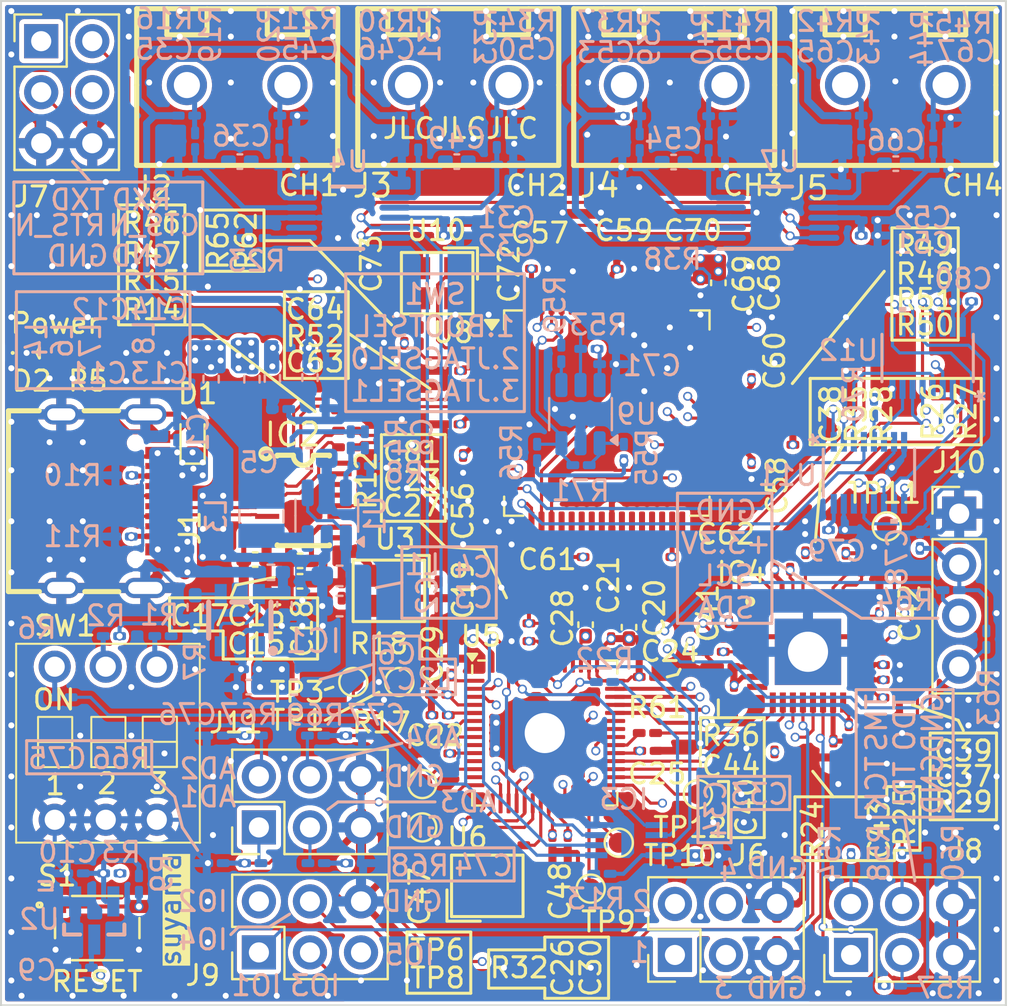
<source format=kicad_pcb>
(kicad_pcb (version 20240108) (generator "pcbnew") (generator_version "8.0")
  (layers (0 "F.Cu" mixed) (1 "In1.Cu" power) (2 "In2.Cu" signal) (3 "In3.Cu" signal) (4 "In4.Cu" power) (31 "B.Cu" mixed) (34 "B.Paste" user) (35 "F.Paste" user) (36 "B.SilkS" user "B.Silkscreen") (37 "F.SilkS" user "F.Silkscreen") (38 "B.Mask" user) (39 "F.Mask" user) (44 "Edge.Cuts" user))
  (net 0 "")
  (net 1 "Net-(J2-Pin_1)")
  (net 2 "Net-(J2-Pin_2)")
  (net 3 "Net-(J3-Pin_1)")
  (net 4 "Net-(J3-Pin_2)")
  (net 5 "Net-(J4-Pin_1)")
  (net 6 "Net-(J4-Pin_2)")
  (net 7 "Net-(J5-Pin_1)")
  (net 8 "Net-(J5-Pin_2)")
  (net 9 "QSPI_SD1")
  (net 10 "QSPI_SD2")
  (net 11 "QSPI_SS")
  (net 12 "QSPI_SD3")
  (net 13 "GND")
  (net 14 "+3.3V_D")
  (net 15 "QSPI_SD0")
  (net 16 "QSPI_SCLK")
  (net 19 "Net-(IC4-PT17D)")
  (net 21 "/JTAG Select/TMS_FT2232H")
  (net 23 "/JTAG Select/TDI_FT2232H")
  (net 24 "Net-(U5-GPIO19)")
  (net 25 "Net-(U5-GPIO17)")
  (net 26 "JTAG_SEL0")
  (net 27 "/JTAG Select/TCK_FT2232H")
  (net 28 "/JTAG Select/TDO_FT2232H")
  (net 29 "SWCLK_MCU")
  (net 30 "SWIO_MCU")
  (net 31 "Net-(U5-GPIO4)")
  (net 32 "Net-(U5-GPIO16)")
  (net 33 "Net-(U5-GPIO11)")
  (net 34 "TDI{slash}SWDIO_PIN")
  (net 35 "TMS_PIN")
  (net 36 "JTAG_SEL1")
  (net 37 "TDO_PIN")
  (net 38 "TCK_FPGA")
  (net 39 "TDO_FPGA")
  (net 40 "TMS_FPGA")
  (net 41 "TDI_FPGA")
  (net 42 "TCK{slash}SWCLK_PIN")
  (net 43 "Net-(U5-GPIO9)")
  (net 46 "unconnected-(IC4-PT12C-Pad28)")
  (net 47 "Net-(U5-GPIO6)")
  (net 49 "Net-(U11-S4B)")
  (net 50 "Net-(U11-D3B)")
  (net 51 "Net-(U11-S2B)")
  (net 52 "Net-(U11-S1B)")
  (net 53 "Net-(U11-S2A)")
  (net 55 "Net-(U9-DO)")
  (net 56 "Net-(U8-EEDATA)")
  (net 57 "RTS_N_PIN")
  (net 58 "Net-(U4-ADDR)")
  (net 59 "CTS_N_PIN")
  (net 60 "RXD_PIN")
  (net 61 "TXD_PIN")
  (net 62 "RESET_N")
  (net 63 "VBUS")
  (net 65 "Net-(IC2-VDD18)")
  (net 66 "/D_N")
  (net 67 "USB_MCU+")
  (net 68 "Net-(IC2-XIN)")
  (net 69 "USB_FT2232H+")
  (net 70 "/D_P")
  (net 72 "Net-(IC2-VDD33)")
  (net 73 "USB_MCU-")
  (net 74 "Net-(IC2-XOUT)")
  (net 75 "USB_FT2232H-")
  (net 76 "Net-(U1-FB)")
  (net 77 "+3.3V")
  (net 78 "Net-(D1-A1)")
  (net 79 "Net-(D2-A)")
  (net 80 "Net-(IC1-EN)")
  (net 81 "Net-(J1-CC1)")
  (net 82 "Net-(J1-CC2)")
  (net 83 "Net-(U3-OSC2)")
  (net 84 "I2CSDA_OLED")
  (net 85 "I2CSCL_OLED")
  (net 86 "I2CSDA_ADC")
  (net 87 "I2CSCL_ADC")
  (net 88 "/RP2040_P")
  (net 89 "/RP2040_N")
  (net 90 "+3.3V_ADC")
  (net 91 "Net-(U4-AIN0)")
  (net 92 "Net-(U4-AIN1)")
  (net 93 "Net-(U5-QSPI_SCLK)")
  (net 94 "Net-(U5-XOUT)")
  (net 95 "Net-(U6-OSC2)")
  (net 96 "Net-(U4-AIN2)")
  (net 97 "Net-(U4-AIN3)")
  (net 98 "Net-(J11-Pin_4)")
  (net 99 "ADC0(GPIO26)")
  (net 100 "Net-(J11-Pin_2)")
  (net 101 "Net-(J11-Pin_1)")
  (net 102 "ADC1(GPIO27)")
  (net 103 "Net-(J11-Pin_3)")
  (net 104 "ADC2(GPIO28)")
  (net 105 "ADC3(GPIO28)")
  (net 106 "Net-(U7-ADDR)")
  (net 107 "Net-(U7-AIN0)")
  (net 108 "Net-(U7-AIN1)")
  (net 109 "SPI0_MISO")
  (net 110 "SPI0_CS_N")
  (net 111 "Net-(IC4-PT15C)")
  (net 112 "Net-(IC4-PT15D)")
  (net 113 "SPI0_MOSI")
  (net 114 "Net-(U7-AIN2)")
  (net 115 "Net-(U7-AIN3)")
  (net 116 "IRQ_FPGA")
  (net 117 "/FT2232H_N")
  (net 118 "Net-(U8-REF)")
  (net 119 "Net-(U8-EECS)")
  (net 120 "Net-(U8-EECLK)")
  (net 121 "Net-(U8-OSCO)")
  (net 122 "Net-(U10-OSC2)")
  (net 123 "/FT2232H_P")
  (net 124 "+3.3V_FT2232H")
  (net 125 "Net-(U10-OSC)")
  (net 126 "Net-(U5-XIN)")
  (net 127 "Net-(R6-Pad1)")
  (net 128 "Net-(R9-Pad2)")
  (net 129 "Net-(J8-Pin_2)")
  (net 135 "CLK12M")
  (net 136 "Net-(IC1-SET)")
  (net 137 "Net-(U1-EN)")
  (net 138 "+3.3V_A_FT2232H")
  (net 144 "LogicAna1")
  (net 145 "+1.1V_MCU")
  (net 146 "LogicAna2")
  (net 147 "SPI0_CLK")
  (net 148 "LogicAna3")
  (net 149 "LogicAna4")
  (net 162 "Net-(U1-SW)")
  (net 164 "VCORE_FT2232H")
  (net 170 "FPGA_IO3")
  (net 171 "FPGA_IO2")
  (net 172 "FPGA_IO1")
  (net 173 "FPGA_IO4")
  (net 174 "FPGA_IO5")
  (net 178 "Net-(J8-Pin_3)")
  (net 179 "Net-(J8-Pin_4)")
  (net 182 "Net-(U9-CLK)")
  (net 183 "Net-(U5-GPIO22)")
  (footprint "Connector_PinHeader_2.54mm:PinHeader_2x03_P2.54mm_Vertical" (layer "F.Cu") (at 145.034 118.491 90)
    (property "Reference" "J6")
    (property "Value" "Conn_02x03_Odd_Even" (hide yes))
  )
  (footprint "Resistor_SMD:R_0201_0603Metric_Pad0.64x0.40mm_HandSolder" (layer "F.Cu") (at 154.305 98.9265 -90)
    (property "Reference" "R27")
    (property "Value" "4.7k")
  )
  (footprint "Capacitor_SMD:C_0201_0603Metric_Pad0.64x0.40mm_HandSolder" (layer "F.Cu") (at 146.304 85.2435 -90)
    (property "Reference" "C69")
    (property "Value" "0.1uF")
  )
  (footprint "Capacitor_SMD:C_0201_0603Metric_Pad0.64x0.40mm_HandSolder" (layer "F.Cu") (at 142.5695 84.328)
    (property "Reference" "C59")
    (property "Value" "0.1uF")
  )
  (footprint "Capacitor_SMD:C_0402_1005Metric_Pad0.74x0.62mm_HandSolder" (layer "F.Cu") (at 124.1465 98.806)
    (property "Reference" "C17")
    (property "Value" "10uF")
  )
  (footprint "WJ126V-5.0-2P:WJ126V-5.0-2P" (layer "F.Cu") (at 156.001 75.184 -90)
    (property "Reference" "J5")
    (property "Value" "WJ126V-5.0-2P" (hide yes))
  )
  (footprint "Capacitor_SMD:C_0402_1005Metric_Pad0.74x0.62mm_HandSolder" (layer "F.Cu") (at 126.379799 98.872 180)
    (property "Reference" "C16")
    (property "Value" "10uF")
  )
  (footprint "Connector_PinHeader_2.54mm:PinHeader_2x03_P2.54mm_Vertical" (layer "F.Cu") (at 124.333 112.141 90)
    (property "Reference" "J11")
    (property "Value" "Conn_02x03_Odd_Even" (hide yes))
  )
  (footprint "TestPoint:TestPoint_Pad_D1.0mm" (layer "F.Cu") (at 129.032 104.902)
    (property "Reference" "TP3")
    (property "Value" "TestPoint" (hide yes))
  )
  (footprint "Capacitor_SMD:C_0201_0603Metric_Pad0.64x0.40mm_HandSolder" (layer "F.Cu") (at 133.218 114.9615 -90)
    (property "Reference" "C47")
    (property "Value" "30pF")
  )
  (footprint "Capacitor_SMD:C_0402_1005Metric_Pad0.74x0.62mm_HandSolder" (layer "F.Cu") (at 142.748 102.1755 -90)
    (property "Reference" "C20")
    (property "Value" "1uF" (hide yes))
  )
  (footprint "Resistor_SMD:R_0201_0603Metric_Pad0.64x0.40mm_HandSolder" (layer "F.Cu") (at 128.7025 92.3927)
    (property "Reference" "R15")
    (property "Value" "30")
  )
  (footprint "LESD5D5-0CT1G:D_SOD-523" (layer "F.Cu") (at 121.031 92.772 90)
    (property "Reference" "D1")
    (property "Value" "LESD5D5-0CT1G" (hide yes))
  )
  (footprint "Capacitor_SMD:C_0201_0603Metric_Pad0.64x0.40mm_HandSolder" (layer "F.Cu") (at 137.3625 101.219 180)
    (property "Reference" "C81")
    (property "Value" "0.1uF")
  )
  (footprint "Connector_PinHeader_2.54mm:PinHeader_2x03_P2.54mm_Vertical" (layer "F.Cu") (at 124.333 118.364 90)
    (property "Reference" "J9")
    (property "Value" "Conn_02x03_Odd_Even" (hide yes))
  )
  (footprint "Capacitor_SMD:C_0201_0603Metric_Pad0.64x0.40mm_HandSolder" (layer "F.Cu") (at 133.275299 100.3235 90)
    (property "Reference" "C19")
    (property "Value" "30pF")
  )
  (footprint "Resistor_SMD:R_0201_0603Metric_Pad0.64x0.40mm_HandSolder" (layer "F.Cu") (at 155.7925 105.684 180)
    (property "Reference" "R29")
    (property "Value" "10k")
  )
  (footprint "Capacitor_SMD:C_0201_0603Metric_Pad0.64x0.40mm_HandSolder" (layer "F.Cu") (at 155.8175 104.057)
    (property "Reference" "C39")
    (property "Value" "0.1uF" (hide yes))
  )
  (footprint "Capacitor_SMD:C_0201_0603Metric_Pad0.64x0.40mm_HandSolder" (layer "F.Cu") (at 133.9585 89.408 180)
    (property "Reference" "C64")
    (property "Value" "0.1uF")
  )
  (footprint "Capacitor_SMD:C_0201_0603Metric_Pad0.64x0.40mm_HandSolder" (layer "F.Cu") (at 147.97 105.4815 -90)
    (property "Reference" "C40")
    (property "Value" "0.1uF" (hide yes))
  )
  (footprint "RQ12000160:CRYSTAL-SMD_4P-L2.5-W2.0-BL" (layer "F.Cu") (at 133.202 85.05 180)
    (property "Reference" "U10")
    (property "Value" "RQ12000160" (hide yes))
  )
  (footprint "TestPoint:TestPoint_Pad_D1.0mm" (layer "F.Cu") (at 146.177 110.49)
    (property "Reference" "TP12")
    (property "Value" "TestPoint" (hide yes))
  )
  (footprint "Capacitor_SMD:C_0201_0603Metric_Pad0.64x0.40mm_HandSolder" (layer "F.Cu") (at 139.7 112.9545 -90)
    (property "Reference" "C30")
    (property "Value" "0.1uF" (hide yes))
  )
  (footprint "Capacitor_SMD:C_0201_0603Metric_Pad0.64x0.40mm_HandSolder" (layer "F.Cu") (at 133.899 104.147 90)
    (property "Reference" "C29")
    (property "Value" "0.1uF" (hide yes))
  )
  (footprint "WJ126V-5.0-2P:WJ126V-5.0-2P" (layer "F.Cu") (at 144.995 75.184 -90)
    (property "Reference" "J4")
    (property "Value" "WJ126V-5.0-2P" (hide yes))
  )
  (footprint "Capacitor_SMD:C_0402_1005Metric_Pad0.74x0.62mm_HandSolder" (layer "F.Cu") (at 126.379799 99.888 180)
    (property "Reference" "C15")
    (property "Value" "10uF")
  )
  (footprint "Resistor_SMD:R_0201_0603Metric_Pad0.64x0.40mm_HandSolder" (layer "F.Cu") (at 129.592299 97.2255 -90)
    (property "Reference" "R12")
    (property "Value" "0")
  )
  (footprint "Capacitor_SMD:C_0201_0603Metric_Pad0.64x0.40mm_HandSolder" (layer "F.Cu") (at 133.4255 108.458 180)
    (property "Reference" "C22")
    (property "Value" "0.1uF" (hide yes))
  )
  (footprint "Capacitor_SMD:C_0201_0603Metric_Pad0.64x0.40mm_HandSolder" (layer "F.Cu") (at 134.493 94.0315 -90)
    (property "Reference" "C56")
    (property "Value" "0.1uF")
  )
  (footprint "Resistor_SMD:R_0201_0603Metric_Pad0.64x0.40mm_HandSolder" (layer "F.Cu") (at 153.5315 98.9015 -90)
    (property "Reference" "R26")
    (property "Value" "4.7k")
  )
  (footprint "Capacitor_SMD:C_0201_0603Metric_Pad0.64x0.40mm_HandSolder" (layer "F.Cu") (at 144.4745 98.679 180)
    (property "Reference" "C62")
    (property "Value" "0.1uF" (hide yes))
  )
  (footprint "Capacitor_SMD:C_0201_0603Metric_Pad0.64x0.40mm_HandSolder" (layer "F.Cu") (at 155.8105 104.795)
    (property "Reference" "C37")
    (property "Value" "0.1uF" (hide yes))
  )
  (footprint "Resistor_SMD:R_0201_0603Metric_Pad0.64x0.40mm_HandSolder" (layer "F.Cu") (at 133.35 106.553)
    (property "Reference" "R17")
    (property "Value" "2.2k")
  )
  (footprint "Capacitor_SMD:C_0201_0603Metric_Pad0.64x0.40mm_HandSolder" (layer "F.Cu") (at 150.002 98.8775 90)
    (property "Reference" "C38")
    (property "Value" "0.1uF" (hide yes))
  )
  (footprint "GT-USB-7010ASV:USB-C-SMD_G-SWITCH_GT-USB-7010ASV" (layer "F.Cu") (at 116.9 95.9 -90)
    (property "Reference" "J1")
    (property "Value" "GT-USB-7010ASV" (hide yes))
  )
  (footprint "Capacitor_SMD:C_0201_0603Metric_Pad0.64x0.40mm_HandSolder" (layer "F.Cu") (at 155.209 101.0855 90)
    (property "Reference" "C42")
    (property "Value" "0.1uF" (hide yes))
  )
  (footprint "TestPoint:TestPoint_Pad_D1.0mm" (layer "F.Cu") (at 140.843 115.189)
    (property "Reference" "TP9")
    (property "Value" "TestPoint")
  )
  (footprint "Capacitor_SMD:C_0201_0603Metric_Pad0.64x0.40mm_HandSolder" (layer "F.Cu") (at 141.859 102.3355 90)
    (property "Reference" "C21")
    (property "Value" "0.1uF" (hide yes))
  )
  (footprint "SKRPACE010:SW_SKRPACE010" (layer "F.Cu") (at 116.289 117.153)
    (property "Reference" "S1")
    (property "Value" "SKRPACE010")
  )
  (footprint "Capacitor_SMD:C_0201_0603Metric_Pad0.64x0.40mm_HandSolder" (layer "F.Cu") (at 133.9335 92.075 180)
    (property "Reference" "C63")
    (property "Value" "0.1uF")
  )
  (footprint "Resistor_SMD:R_0201_0603Metric_Pad0.64x0.40mm_HandSolder" (layer "F.Cu") (at 128.7025 93.218)
    (property "Reference" "R14")
    (property "Value" "30")
  )
  (footprint "Resistor_SMD:R_0201_0603Metric_Pad0.64x0.40mm_HandSolder" (layer "F.Cu") (at 143.6635 107.442)
    (property "Reference" "R61")
    (property "Value" "30")
  )
  (footprint "Capacitor_SMD:C_0201_0603Metric_Pad0.64x0.40mm_HandSolder" (layer "F.Cu") (at 137.3625 101.981 180)
    (property "Reference" "C23")
    (property "Value" "0.1uF" (hide yes))
  )
  (footprint "Resistor_SMD:R_0201_0603Metric_Pad0.64x0.40mm_HandSolder" (layer "F.Cu") (at 150.764 98.8775 90)
    (property "Reference" "R35")
    (property "Value" "2.2k")
  )
  (footprint "Resistor_SMD:R_0201_0603Metric_Pad0.64x0.40mm_HandSolder" (layer "F.Cu") (at 150.495 90.805 180)
    (property "Reference" "R49")
    (property "Value" "10k")
  )
  (footprint "Package_QFP:LQFP-64_10x10mm_P0.5mm" (layer "F.Cu") (at 141.645 91.515)
    (property "Reference" "U8")
    (property "Value" "FT2232HL" (hide yes))
  )
  (footprint "Connector_PinHeader_2.54mm:PinHeader_2x03_P2.54mm_Vertical" (layer "F.Cu") (at 153.797 118.491 90)
    (property "Reference" "J8")
    (property "Value" "Conn_02x03_Odd_Even" (hide yes))
  )
  (footprint "Capacitor_SMD:C_0201_0603Metric_Pad0.64x0.40mm_HandSolder" (layer "F.Cu") (at 148.844 94.3875 -90)
    (property "Reference" "C58")
    (property "Value" "0.1uF")
  )
  (footprint "Capacitor_SMD:C_0201_0603Metric_Pad0.64x0.40mm_HandSolder" (layer "F.Cu") (at 147.716 101.493 90)
    (property "Reference" "C41")
    (property "Value" "0.1uF" (hide yes))
  )
  (footprint "Capacitor_SMD:C_0201_0603Metric_Pad0.64x0.40mm_HandSolder" (layer "F.Cu") (at 138.303 84.328)
    (property "Reference" "C57")
    (property "Value" "0.1uF")
  )
  (footprint "Resistor_SMD:R_0201_0603Metric_Pad0.64x0.40mm_HandSolder" (layer "F.Cu") (at 151.526 98.8775 -90)
    (property "Reference" "R28")
    (property "Value" "2.2k")
  )
  (footprint "Capacitor_SMD:C_0201_0603Metric_Pad0.64x0.40mm_HandSolder" (layer "F.Cu") (at 138.044 115.0105 -90)
    (property "Reference" "C48")
    (property "Value" "30pF")
  )
  (footprint "LCMXO2-1200HC-4SG32I:QFN50P500X500X60-33N_handsolder" (layer "F.Cu") (at 151.653 103.398)
    (property "Reference" "IC4")
    (property "Value" "LCMXO2-1200HC-4SG32I" (hide yes))
  )
  (footprint "Resistor_SMD:R_0201_0603Metric_Pad0.64x0.40mm_HandSolder" (layer "F.Cu") (at 133.3235 105.537)
    (property "Reference" "R18")
    (property "Value" "2.2k")
  )
  (footprint "Capacitor_SMD:C_0201_0603Metric_Pad0.64x0.40mm_HandSolder" (layer "F.Cu") (at 135.763 85.1415 90)
    (property "Reference" "C72")
    (property "Value" "30pF")
  )
  (footprint "WJ126V-5.0-2P:WJ126V-5.0-2P" (layer "F.Cu") (at 134.251 75.184 -90)
    (property "Reference" "J3")
    (property "Value" "WJ126V-5.0-2P" (hide yes))
  )
  (footprint "Connector_PinHeader_2.54mm:PinHeader_2x03_P2.54mm_Vertical" (layer "F.Cu") (at 113.5 73)
    (property "Reference" "J7")
    (property "Value" "Conn_02x03_Odd_Even" (hide yes))
  )
  (footprint "Resistor_SMD:R_0201_0603Metric_Pad0.64x0.40mm_HandSolder" (layer "F.Cu") (at 137.1085 113.03)
    (property "Reference" "R32")
    (property "Value" "30")
  )
  (footprint "Capacitor_SMD:C_0201_0603Metric_Pad0.64x0.40mm_HandSolder" (layer "F.Cu") (at 143.6885 108.331)
    (property "Reference" "C25")
    (property "Value" "0.1uF" (hide yes))
  )
  (footprint "Resistor_SMD:R_0201_0603Metric_Pad0.64x0.40mm_HandSolder" (layer "F.Cu") (at 150.495 91.567 180)
    (property "Reference" "R48")
    (property "Value" "10k")
  )
  (footprint "Resistor_SMD:R_0201_0603Metric_Pad0.64x0.40mm_HandSolder" (layer "F.Cu") (at 131.572 87.63 90)
    (property "Reference" "R65")
    (property "Value" "0")
  )
  (footprint "Resistor_SMD:R_0201_0603Metric_Pad0.64x0.40mm_HandSolder" (layer "F.Cu") (at 153.685 107.4355 90)
    (property "Reference" "R25")
    (property "Value" "10k")
  )
  (footprint "Resistor_SMD:R_0201_0603Metric_Pad0.64x0.40mm_HandSolder" (layer "F.Cu") (at 147.0295 103.398 180)
    (property "Reference" "R36")
    (property "Value" "4.7k")
  )
  (footprint "Resistor_SMD:R_0201_0603Metric_Pad0.64x0.40mm_HandSolder" (layer "F.Cu") (at 150.495 93.091 180)
    (property "Reference" "R50")
    (property "Value" "10k")
  )
  (footprint "TestPoint:TestPoint_Pad_D1.0mm" (layer "F.Cu") (at 155.575 97.155)
    (property "Reference" "TP11")
    (property "Value" "TestPoint" (hide yes))
  )
  (footprint "LED_SMD:LED_0402_1005Metric_Pad0.77x0.64mm_HandSolder" (layer "F.Cu") (at 113.3465 88.519)
    (property "Reference" "D2")
    (property "Value" "XL-1005UBC" (hide yes))
  )
  (footprint "SL2.1s:SSOP-16_L4.6-W2.6-P0.53-LS4.0-BL" (layer "F.Cu") (at 126.544299 95.863 -90)
    (property "Reference" "IC2")
    (property "Value" "SL2.1s" (hide yes))
  )
  (footprint "Resistor_SMD:R_0201_0603Metric_Pad0.64x0.40mm_HandSolder" (layer "F.Cu") (at 149.987 107.9765 90)
    (property "Reference" "R24")
    (property "Value" "10k")
  )
  (footprint "RQ12000160:CRYSTAL-SMD_4P-L2.5-W2.0-BL" (layer "F.Cu") (at 130.801299 100.362 180)
    (property "Reference" "U3")
    (property "Value" "RQ12000160" (hide yes))
  )
  (footprint "DSWB03LHGET:DSWB03BLHGET" (layer "F.Cu") (at 119.393 99.13)
    (property "Reference" "SW1")
    (property "Value" "DSWB03LHGET")
  )
  (footprint "Capacitor_SMD:C_0201_0603Metric_Pad0.64x0.40mm_HandSolder" (layer "F.Cu") (at 140.8695 98.679)
    (property "Reference" "C61")
    (property "Value" "0.1uF")
  )
  (footprint "Capacitor_SMD:C_0402_1005Metric_Pad0.74x0.62mm_HandSolder" (layer "F.Cu") (at 140.589 102.0485 -90)
    (property "Reference" "C28")
    (property "Value" "1uF" (hide yes))
  )
  (footprint "Capacitor_SMD:C_0201_0603Metric_Pad0.64x0.40mm_HandSolder" (layer "F.Cu") (at 143.6635 104.648)
    (property "Reference" "C24")
    (property "Value" "0.1uF" (hide yes))
  )
  (footprint "Capacitor_SMD:C_0201_0603Metric_Pad0.64x0.40mm_HandSolder" (layer "F.Cu") (at 144.6015 84.328 180)
    (property "Reference" "C70")
    (property "Value" "0.1uF")
  )
  (footprint "Resistor_SMD:R_0201_0603Metric_Pad0.64x0.40mm_HandSolder" (layer "F.Cu") (at 115.4945 88.519 180)
    (property "Reference" "R5")
    (property "Value" "4.7k")
  )
  (footprint "Capacitor_SMD:C_0201_0603Metric_Pad0.64x0.40mm_HandSolder" (layer "F.Cu") (at 128.454299 100.3235 90)
    (property "Reference" "C18")
    (property "Value" "30pF")
  )
  (footprint "Capacitor_SMD:C_0201_0603Metric_Pad0.64x0.40mm_HandSolder" (layer "F.Cu") (at 148.844 89.4345 90)
    (property "Reference" "C60")
    (property "Value" "0.1uF")
  )
  (footprint "WJ126V-5.0-2P:WJ126V-5.0-2P" (layer "F.Cu") (at 123.251 75.184 -90)
    (property "Reference" "J2")
    (property "Value" "WJ126V-5.0-2P" (hide yes))
  )
  (footprint "Capacitor_SMD:C_0201_0603Metric_Pad0.64x0.40mm_HandSolder" (layer "F.Cu") (at 152.923 108.2505 -90)
    (property "Reference" "C43")
    (property "Value" "0.1uF" (hide yes))
  )
  (footprint "Capacitor_SMD:C_0201_0603Metric_Pad0.64x0.40mm_HandSolder" (layer "F.Cu") (at 137.3625 102.87 180)
    (property "Reference" "C27")
    (property "Value" "0.1uF" (hide yes))
  )
  (footprint "TestPoint:TestPoint_Pad_D1.0mm" (layer "F.Cu") (at 132.461 112.141)
    (property "Reference" "TP8")
    (property "Value" "TestPoint")
  )
  (footprint "TestPoint:TestPoint_Pad_D1.0mm" (layer "F.Cu") (at 131.318 104.902)
    (property "Reference" "TP1")
    (property "Value" "TestPoint" (hide yes))
  )
  (footprint "Resistor_SMD:R_0201_0603Metric_Pad0.64x0.40mm_HandSolder" (layer "F.Cu") (at 132.334 87.6565 -90)
    (property "Reference" "R62")
    (property "Value" "0")
  )
  (footprint "Capacitor_SMD:C_0201_0603Metric_Pad0.64x0.40mm_HandSolder" (layer "F.Cu") (at 138.938 112.9545 -90)
    (property "Reference" "C26")
    (property "Value" "0.1uF" (hide yes))
  )
  (footprint "Resistor_SMD:R_0201_0603Metric_Pad0.64x0.40mm_HandSolder" (layer "F.Cu") (at 128.651799 91.3767)
    (property "Reference" "R47")
    (property "Value" "30")
  )
  (footprint "TestPoint:TestPoint_Pad_D1.0mm" (layer "F.Cu") (at 142.24 112.903)
    (property "Reference" "TP10")
    (property "Value" "TestPoint")
  )
  (footprint "Resistor_SMD:R_0201_0603Metric_Pad0.64x0.40mm_HandSolder" (layer "F.Cu") (at 150.495 92.329 180)
    (property "Reference" "R51")
    (property "Value" "10k")
  )
  (footprint "Capacitor_SMD:C_0402_1005Metric_Pad0.74x0.62mm_HandSolder" (layer "F.Cu") (at 147.193 85.0305 -90)
    (property "Reference" "C68")
    (property "Value" "10uF")
  )
  (footprint "TestPoint:TestPoint_Pad_D1.0mm" (layer "F.Cu") (at 132.461 109.982)
    (property "Reference" "TP6")
    (property "Value" "TestPoint")
  )
  (footprint "RQ12000160:CRYSTAL-SMD_4P-L2.5-W2.0-BL" (layer "F.Cu") (at 135.697 115.05)
    (property "Reference" "U6")
    (property "Value" "RQ12000160" (hide yes))
  )
  (footprint "Resistor_SMD:R_0201_0603Metric_Pad0.64x0.40mm_HandSolder" (layer "F.Cu") (at 128.651799 90.6147)
    (property "Reference" "R46")
    (property "Value" "30")
  )
  (footprint "Resistor_SMD:R_0201_0603Metric_Pad0.64x0.40mm_HandSolder" (layer "F.Cu") (at 133.9585 90.17 180)
    (property "Reference" "R52")
    (property "Value" "12k")
  )
  (footprint "Capacitor_SMD:C_0201_0603Metric_Pad0.64x0.40mm_HandSolder" (layer "F.Cu") (at 130.937 85.1165 90)
    (property "Reference" "C73")
    (property "Value" "30pF" (hide yes))
  )
  (footprint "Capacitor_SMD:C_0201_0603Metric_Pad0.64x0.40mm_HandSolder" (layer "F.Cu") (at 147.5625 104.16 180)
    (property "Reference" "C44")
    (property "Value" "0.1uF" (hide yes))
  )
  (footprint "Connector_PinHeader_2.54mm:PinHeader_1x04_P2.54mm_Vertical" (layer "F.Cu") (at 159.177 96.52)
    (property "Reference" "J10")
    (property "Value" "Conn_01x04" (hide yes))
  )
  (footprint "RP2040:QFN-56-1EP_7x7mm_P0.4mm_EP3.2x3.2mm_handsolder" (layer "F.Cu") (at 138.557 107.442)
    (property "Reference" "U5")
    (property "Value" "RP2040" (hide yes))
  )
  (footprint "Resistor_SMD:R_0402_1005Metric_Pad0.72x0.64mm_HandSolder" (layer "B.Cu") (at 121.954225 89.8265 90)
    (property "Reference" "L4")
    (property "Value" "HCB1005KF-121T20" (hide yes))
  )
  (footprint "Resistor_SMD:R_0201_0603Metric_Pad0.64x0.40mm_HandSolder" (layer "B.Cu") (at 136.5785 76.608)
    (property "Reference" "R34")
    (property "Value" "1M")
  )
  (footprint "Capacitor_SMD:C_0603_1608Metric_Pad1.08x0.95mm_HandSolder" (layer "B.Cu") (at 126.8465 93.767)
    (property "Reference" "C5")
    (property "Value" "22uF" (hide yes))
  )
  (footprint "Capacitor_SMD:C_0201_0603Metric_Pad0.64x0.40mm_HandSolder" (layer "B.Cu") (at 141.6925 89.08)
    (property "Reference" "C71")
    (property "Value" "0.1uF")
  )
  (footprint "Resistor_SMD:R_0201_0603Metric_Pad0.64x0.40mm_HandSolder" (layer "B.Cu") (at 120.7255 76.708)
    (property "Reference" "R16")
    (property "Value" "1M")
  )
  (footprint "Capacitor_SMD:C_0402_1005Metric_Pad0.74x0.62mm_HandSolder" (layer "B.Cu") (at 144.9665 79.019 180)
    (property "Reference" "C54")
    (property "Value" "1uF")
  )
  (footprint "Capacitor_SMD:C_0201_0603Metric_Pad0.64x0.40mm_HandSolder" (layer "B.Cu") (at 125.409725 91.313)
    (property "Reference" "C11")
    (property "Value" "0.1uF")
  )
  (footprint "Capacitor_SMD:C_0201_0603Metric_Pad0.64x0.40mm_HandSolder" (layer "B.Cu") (at 127.225225 88.2275)
    (property "Reference" "C14")
    (property "Value" "0.1uF")
  )
  (footprint "Resistor_SMD:R_0201_0603Metric_Pad0.64x0.40mm_HandSolder" (layer "B.Cu") (at 117.014999 114.427 180)
    (property "Reference" "R3")
    (property "Value" "10k")
  )
  (footprint "Resistor_SMD:R_0402_1005Metric_Pad0.72x0.64mm_HandSolder" (layer "B.Cu") (at 124.9305 99.441)
    (property "Reference" "L1")
    (property "Value" "HCB1005KF-121T20" (hide yes))
  )
  (footprint "ADS1115IDGSR:DGS0010A_M" (layer "B.Cu") (at 128.778 81.788)
    (property "Reference" "U4")
    (property "Value" "ADS1115IDGSR" (hide yes))
  )
  (footprint "Resistor_SMD:R_0201_0603Metric_Pad0.64x0.40mm_HandSolder" (layer "B.Cu") (at 146.71 78.0295 -90)
    (property "Reference" "R40")
    (property "Value" "510")
  )
  (footprint "Capacitor_SMD:C_0201_0603Metric_Pad0.64x0.40mm_HandSolder" (layer "B.Cu") (at 154.7125 82.677)
    (property "Reference" "C51")
    (property "Value" "0.1uF")
  )
  (footprint "Resistor_SMD:R_0201_0603Metric_Pad0.64x0.40mm_HandSolder" (layer "B.Cu") (at 138.176 93.472 90)
    (property "Reference" "R56")
    (property "Value" "10k")
  )
  (footprint "Capacitor_SMD:C_0201_0603Metric_Pad0.64x0.40mm_HandSolder" (layer "B.Cu") (at 136.5785 79.148)
    (property "Reference" "C50")
    (property "Value" "0.1uF")
  )
  (footprint "Resistor_SMD:R_0201_0603Metric_Pad0.64x0.40mm_HandSolder" (layer "B.Cu") (at 140.7505 88.318 180)
    (property "Reference" "R53")
    (property "Value" "10k")
  )
  (footprint "Capacitor_SMD:C_0201_0603Metric_Pad0.64x0.40mm_HandSolder" (layer "B.Cu") (at 153.0825 97.32975)
    (property "Reference" "C79")
    (property "Value" "0.1uF")
  )
  (footprint "Resistor_SMD:R_0201_0603Metric_Pad0.64x0.40mm_HandSolder" (layer "B.Cu") (at 125.7815 76.708)
    (property "Reference" "R21")
    (property "Value" "1M")
  )
  (footprint "Capacitor_SMD:C_0402_1005Metric_Pad0.74x0.62mm_HandSolder" (layer "B.Cu") (at 123.825 105.156 180)
    (property "Reference" "C7")
    (property "Value" "10uF")
  )
  (footprint "MT9700:SOT-23-5_L3.0-W1.7-P0.95-LS2.8-BR" (layer "B.Cu") (at 123.383 101.824 -90)
    (property "Reference" "IC1")
    (property "Value" "MT9700" (hide yes))
  )
  (footprint "Capacitor_SMD:C_0201_0603Metric_Pad0.64x0.40mm_HandSolder" (layer "B.Cu") (at 122.1475 113.919 180)
    (property "Reference" "C75")
    (property "Value" "0.1uF")
  )
  (footprint "Resistor_SMD:R_0201_0603Metric_Pad0.64x0.40mm_HandSolder" (layer "B.Cu") (at 118.364 114.9615 -90)
    (property "Reference" "R9")
    (property "Value" "2.2k")
  )
  (footprint "Capacitor_SMD:C_0201_0603Metric_Pad0.64x0.40mm_HandSolder" (layer "B.Cu") (at 115.183999 114.427 180)
    (property "Reference" "C10")
    (property "Value" "0.1uF")
  )
  (footprint "Capacitor_SMD:C_0402_1005Metric_Pad0.74x0.62mm_HandSolder" (layer "B.Cu") (at 146.6175 113.538 180)
    (property "Reference" "C33")
    (property "Value" "1uF")
  )
  (footprint "Resistor_SMD:R_0201_0603Metric_Pad0.64x0.40mm_HandSolder" (layer "B.Cu") (at 124.2325 82.804 180)
    (property "Reference" "R23")
    (property "Value" "10k")
  )
  (footprint "Capacitor_SMD:C_0201_0603Metric_Pad0.64x0.40mm_HandSolder" (layer "B.Cu") (at 120.7255 79.248 180)
    (property "Reference" "C35")
    (property "Value" "0.1uF")
  )
  (footprint "Resistor_SMD:R_0201_0603Metric_Pad0.64x0.40mm_HandSolder" (layer "B.Cu") (at 142.875 76.733)
    (property "Reference" "R37")
    (property "Value" "1M")
  )
  (footprint "W25Q16JVUXiQ:SON50P300X200X60-9N_handsolder" (layer "B.Cu") (at 142.621 112.776)
    (property "Reference" "IC3")
    (property "Value" "W25Q16JVUXIQ" (hide yes))
  )
  (footprint "Resistor_SMD:R_0201_0603Metric_Pad0.64x0.40mm_HandSolder" (layer "B.Cu") (at 157.607 113.8185 90)
    (property "Reference" "R60")
    (property "Value" "0")
  )
  (footprint "Capacitor_SMD:C_0201_0603Metric_Pad0.64x0.40mm_HandSolder" (layer "B.Cu") (at 145.161 113.9705 -90)
    (property "Reference" "C34")
    (property "Value" "0.1uF")
  )
  (footprint "Resistor_SMD:R_0201_0603Metric_Pad0.64x0.40mm_HandSolder" (layer "B.Cu") (at 127.1785 113.919 180)
    (property "Reference" "R68")
    (property "Value" "1k")
  )
  (footprint "TMUX1574DYYR:SOT-23-THIN-16_DYY_TEX" (layer "B.Cu") (at 154.686 94.488 -90)
    (property "Reference" "U11")
    (property "Value" "TMUX1574DYYR" (hide yes))
  )
  (footprint "Resistor_SMD:R_0402_1005Metric_Pad0.72x0.64mm_HandSolder" (layer "B.Cu") (at 126.0735 105.156)
    (property "Reference" "L2")
    (property "Value" "HCB1005KF-121T20" (hide yes))
  )
  (footprint "Resistor_SMD:R_0201_0603Metric_Pad0.64x0.40mm_HandSolder" (layer "B.Cu") (at 127.1535 107.569)
    (property "Reference" "R69")
    (property "Value" "1k")
  )
  (footprint "Capacitor_SMD:C_0201_0603Metric_Pad0.64x0.40mm_HandSolder" (layer "B.Cu") (at 158.2935 79.351)
    (property "Reference" "C67")
    (property "Value" "0.1uF" (hide yes))
  )
  (footprint "FTC252012S1R5MBCA:FTC252012S1R5MBCA" (layer "B.Cu") (at 124.46 96.647 90)
    (property "Reference" "L3")
    (property "Value" "1.5uH" (hide yes))
  )
  (footprint "Resistor_SMD:R_0201_0603Metric_Pad0.64x0.40mm_HandSolder" (layer "B.Cu") (at 131.826 76.708)
    (property "Reference" "R30")
    (property "Value" "1M")
  )
  (footprint "Capacitor_SMD:C_0201_0603Metric_Pad0.64x0.40mm_HandSolder" (layer "B.Cu") (at 142.8235 79.273 180)
    (property "Reference" "C53")
    (property "Value" "0.1uF")
  )
  (footprint "ADS1115IDGSR:DGS0010A_M" (layer "B.Cu") (at 150.114 81.788)
    (property "Reference" "U7")
    (property "Value" "ADS1115IDGSR" (hide yes))
  )
  (footprint "Capacitor_SMD:C_0201_0603Metric_Pad0.64x0.40mm_HandSolder" (layer "B.Cu") (at 129.1085 113.919)
    (property "Reference" "C74")
    (property "Value" "0.1uF" (hide yes))
  )
  (footprint "Resistor_SMD:R_0402_1005Metric_Pad0.72x0.64mm_HandSolder" (layer "B.Cu") (at 125.002225 89.789 90)
    (property "Reference" "L7")
    (property "Value" "HCB1005KF-121T20" (hide yes))
  )
  (footprint "Resistor_SMD:R_0201_0603Metric_Pad0.64x0.40mm_HandSolder" (layer "B.Cu") (at 158.7765 100.33 180)
    (property "Reference" "R64")
    (property "Value" "2.2k")
  )
  (footprint "Resistor_SMD:R_0201_0603Metric_Pad0.64x0.40mm_HandSolder" (layer "B.Cu") (at 154.305 78.0295 -90)
    (property "Reference" "R43")
    (property "Value" "510")
  )
  (footprint "Resistor_SMD:R_0201_0603Metric_Pad0.64x0.40mm_HandSolder" (layer "B.Cu") (at 124.0525 107.569 180)
    (property "Reference" "R67")
    (property "Value" "1k")
  )
  (footprint "Capacitor_SMD:C_0603_1608Metric_Pad1.08x0.95mm_HandSolder" (layer "B.Cu") (at 128.3475 99.622 180)
    (property "Reference" "C4")
    (property "Value" "22uF" (hide yes))
  )
  (footprint "Resistor_SMD:R_0201_0603Metric_Pad0.64x0.40mm_HandSolder" (layer "B.Cu") (at 139.38 88.5455 90)
    (property "Reference" "R59")
    (property "Value" "30")
  )
  (footprint "Package_TO_SOT_SMD:TSOT-23-5" (layer "B.Cu") (at 127.71 96.622 90)
    (property "Reference" "U1")
    (property "Value" "RT5752AHGJ5" (hide yes))
  )
  (footprint "Capacitor_SMD:C_0201_0603Metric_Pad0.64x0.40mm_HandSolder" (layer "B.Cu") (at 157.226 97.8415 90)
    (property "Reference" "C78")
    (property "Value" "0.1uF" (hide yes))
  )
  (footprint "Resistor_SMD:R_0201_0603Metric_Pad0.64x0.40mm_HandSolder" (layer "B.Cu") (at 147.1175 76.733)
    (property "Reference" "R41")
    (property "Value" "1M")
  )
  (footprint "Resistor_SMD:R_0201_0603Metric_Pad0.64x0.40mm_HandSolder" (layer "B.Cu") (at 116.9935 102.616 180)
    (property "Reference" "R2")
    (property "Value" "4.7k")
  )
  (footprint "Resistor_SMD:R_0201_0603Metric_Pad0.64x0.40mm_HandSolder" (layer "B.Cu") (at 119.5585 102.616 180)
    (property "Reference" "R1")
    (property "Value" "4.7k")
  )
  (footprint "Resistor_SMD:R_0201_0603Metric_Pad0.64x0.40mm_HandSolder" (layer "B.Cu") (at 142.494 93.472 90)
    (property "Reference" "R55")
    (property "Value" "10k")
  )
  (footprint "Capacitor_SMD:C_0402_1005Metric_Pad0.74x0.62mm_HandSolder" (layer "B.Cu") (at 125.603 101.0325 -90)
    (property "Reference" "C2")
    (property "Value" "10uF")
  )
  (footprint "Capacitor_SMD:C_0201_0603Metric_Pad0.64x0.40mm_HandSolder" (layer "B.Cu") (at 125.434725 88.265)
    (property "Reference" "C12")
    (property "Value" "0.1uF")
  )
  (footprint "Resistor_SMD:R_0402_1005Metric_Pad0.72x0.64mm_HandSolder" (layer "B.Cu") (at 126.873 89.745225 90)
    (property "Reference" "L8")
    (property "Value" "HCB1005KF-121T20" (hide yes))
  )
  (footprint "Resistor_SMD:R_0201_0603Metric_Pad0.64x0.40mm_HandSolder" (layer "B.Cu") (at 145.5155 82.804)
    (property "Reference" "R38")
    (property "Value" "10k")
  )
  (footprint "Resistor_SMD:R_0201_0603Metric_Pad0.64x0.40mm_HandSolder" (layer "B.Cu") (at 160.528 102.7695 -90)
    (property "Reference" "R63")
    (property "Value" "2.2k")
  )
  (footprint "Resistor_SMD:R_0201_0603Metric_Pad0.64x0.40mm_HandSolder" (layer "B.Cu") (at 143.28 78.0295 -90)
    (property "Reference" "R39")
    (property "Value" "510")
  )
  (footprint "Resistor_SMD:R_0201_0603Metric_Pad0.64x0.40mm_HandSolder" (layer "B.Cu") (at 153.8975 76.708)
    (property "Reference" "R42")
    (property "Value" "1M")
  )
  (footprint "Capacitor_SMD:C_0201_0603Metric_Pad0.64x0.40mm_HandSolder" (layer "B.Cu") (at 133.9335 81.915)
    (property "Reference" "C31")
    (property "Value" "0.1uF")
  )
  (footprint "Capacitor_SMD:C_0201_0603Metric_Pad0.64x0.40mm_HandSolder" (layer "B.Cu") (at 115.591499 119.126 180)
    (property "Reference" "C9")
    (property "Value" "0.1uF")
  )
  (footprint "Resistor_SMD:R_0201_0603Metric_Pad0.64x0.40mm_HandSolder" (layer "B.Cu") (at 124.0275 113.919)
    (property "Reference" "R66")
    (property "Value" "1k")
  )
  (footprint "Capacitor_SMD:C_0201_0603Metric_Pad0.64x0.40mm_HandSolder" (layer "B.Cu") (at 123.9255 104.267 180)
    (property "Reference" "C6")
    (property "Value" "0.1uF" (hide yes))
  )
  (footprint "Resistor_SMD:R_0201_0603Metric_Pad0.64x0.40mm_HandSolder" (layer "B.Cu") (at 153.797 113.8925 -90)
    (property "Reference" "R54")
    (property "Value" "0")
  )
  (footprint "Capacitor_SMD:C_0201_0603Metric_Pad0.64x0.40mm_HandSolder" (layer "B.Cu") (at 129.605 92.8515 90)
    (property "Reference" "C8")
    (property "Value" "10p")
  )
  (footprint "Resistor_SMD:R_0201_0603Metric_Pad0.64x0.40mm_HandSolder" (layer "B.Cu") (at 136.171 77.878 -90)
    (property "Reference" "R33")
    (property "Value" "510")
  )
  (footprint "Resistor_SMD:R_0201_0603Metric_Pad0.64x0.40mm_HandSolder" (layer "B.Cu") (at 156.337 113.8185 -90)
    (property "Reference" "R58")
    (property "Value" "0")
  )
  (footprint "Capacitor_SMD:C_0201_0603Metric_Pad0.64x0.40mm_HandSolder" (layer "B.Cu") (at 122.1475 107.569 180)
    (property "Reference" "C76")
    (property "Value" "0.1uF")
  )
  (footprint "Resistor_SMD:R_0201_0603Metric_Pad0.64x0.40mm_HandSolder" (layer "B.Cu") (at 128.905 92.8515 90)
    (property "Reference" "R4")
    (property "Value" "100k")
  )
  (footprint "Resistor_SMD:R_0201_0603Metric_Pad0.64x0.40mm_HandSolder" (layer "B.Cu") (at 154.94 91.2375 90)
    (property "Reference" "R70")
    (property "Value" "470")
  )
  (footprint "Resistor_SMD:R_0201_0603Metric_Pad0.64x0.40mm_HandSolder" (layer "B.Cu") (at 125.349 78.0045 -90)
    (property "Reference" "R20")
    (property "Value" "510")
  )
  (footprint "TLV803SDBZR:DBZ0003A_N" (layer "B.Cu") (at 116.139001 116.773998 -90)
    (property "Reference" "U2")
    (property "Value" "TLV803SDBZR" (hide yes))
  )
  (footprint "Capacitor_SMD:C_0201_0603Metric_Pad0.64x0.40mm_HandSolder" (layer "B.Cu") (at 129.0585 107.569)
    (property "Reference" "C77")
    (property "Value" "0.1uF")
  )
  (footprint "Resistor_SMD:R_0201_0603Metric_Pad0.64x0.40mm_HandSolder" (layer "B.Cu") (at 158.2935 76.811)
    (property "Reference" "R45")
    (property "Value" "1M")
  )
  (footprint "Resistor_SMD:R_0201_0603Metric_Pad0.64x0.40mm_HandSolder" (layer "B.Cu") (at 132.2585 78.0045 -90)
    (property "Reference" "R31")
    (property "Value" "510")
  )
  (footprint "Capacitor_SMD:C_0201_0603Metric_Pad0.64x0.40mm_HandSolder" (layer "B.Cu") (at 127.250225 91.2755)
    (property "Reference" "C13")
    (property "Value" "0.1uF")
  )
  (footprint "Resistor_SMD:R_0402_1005Metric_Pad0.72x0.64mm_HandSolder" (layer "B.Cu") (at 121.163 101.1815 -90)
    (property "Reference" "R7")
    (property "Value" "3.4k")
  )
  (footprint "Capacitor_SMD:C_0201_0603Metric_Pad0.64x0.40mm_HandSolder" (layer "B.Cu") (at 153.7705 79.375 180)
    (property "Reference" "C65")
    (property "Value" "0.1uF")
  )
  (footprint "Capacitor_SMD:C_0402_1005Metric_Pad0.74x0.62mm_HandSolder" (layer "B.Cu") (at 156.0235 79.097 180)
    (property "Reference" "C66")
    (property "Value" "1uF")
  )
  (footprint "Capacitor_SMD:C_0201_0603Metric_Pad0.64x0.40mm_HandSolder" (layer "B.Cu") (at 159.385 85.95995 180)
    (property "Reference" "C80")
    (property "Value" "0.1uF")
  )
  (footprint "Resistor_SMD:R_0201_0603Metric_Pad0.64x0.40mm_HandSolder" (layer "B.Cu") (at 117.5755 97.663 180)
    (property "Reference" "R11")
    (property "Value" "5.1k" (hide yes))
  )
  (footprint "93LC56BT-I:93LC56BT-I" (layer "B.Cu") (at 140.335 91.567 90)
    (property "Reference" "U9")
    (property "Value" "SOT-23-6")
  )
  (footprint "Resistor_SMD:R_0201_0603Metric_Pad0.64x0.40mm_HandSolder" (layer "B.Cu") (at 157.886 78.1075 -90)
    (property "Reference" "R44")
    (property "Value" "510")
  )
  (footprint "Capacitor_SMD:C_0201_0603Metric_Pad0.64x0.40mm_HandSolder" (layer "B.Cu") (at 147.1175 79.273)
    (property "Reference" "C55")
    (property "Value" "0.1uF")
  )
  (footprint "Capacitor_SMD:C_0201_0603Metric_Pad0.64x0.40mm_HandSolder" (layer "B.Cu") (at 133.9335 82.677)
    (property "Reference" "C32")
    (property "Value" "0.01uF")
  )
  (footprint "Resistor_SMD:R_0201_0603Metric_Pad0.64x0.40mm_HandSolder" (layer "B.Cu") (at 155.8555 120.015)
    (property "Reference" "R57")
    (property "Value" "0")
  )
  (footprint "Resistor_SMD:R_0201_0603Metric_Pad0.64x0.40mm_HandSolder" (layer "B.Cu") (at 141.5295 104.902 180)
    (property "Reference" "R22")
    (property "Value" "30")
  )
  (footprint "Capacitor_SMD:C_0402_1005Metric_Pad0.74x0.62mm_HandSolder" (layer "B.Cu") (at 134.1795 78.994 180)
    (property "Reference" "C49")
    (property "Value" "1uF")
  )
  (footprint "Capacitor_SMD:C_0402_1005Metric_Pad0.74x0.62mm_HandSolder" (layer "B.Cu") (at 123.3845 78.994 180)
    (property "Reference" "C36")
    (property "Value" "1uF")
  )
  (footprint "Capacitor_SMD:C_0201_0603Metric_Pad0.64x0.40mm_HandSolder" (layer "B.Cu") (at 125.7815 79.248)
    (property "Reference" "C45")
    (property "Value" "0.1uF")
  )
  (footprint "Capacitor_SMD:C_0201_0603Metric_Pad0.64x0.40mm_HandSolder" (layer "B.Cu") (at 120.269 92.456 90)
    (property "Reference" "C1")
    (property "Value" "0.1uF")
  )
  (footprint "Resistor_SMD:R_0201_0603Metric_Pad0.64x0.40mm_HandSolder" (layer "B.Cu") (at 114.5805 105.664)
    (property "Reference" "R6")
    (property "Value" "1k")
  )
  (footprint "Resistor_SMD:R_0201_0603Metric_Pad0.64x0.40mm_HandSolder" (layer "B.Cu") (at 117.602 94.615 180)
    (property "Reference" "R10")
    (property "Value" "5.1k" (hide yes))
  )
  (footprint "Resistor_SMD:R_0201_0603Metric_Pad0.64x0.40mm_HandSolder" (layer "B.Cu") (at 141.4025 114.451 180)
    (property "Reference" "R13")
    (property "Value" "10k")
  )
  (footprint "Resistor_SMD:R_0402_1005Metric_Pad0.72x0.64mm_HandSolder" (layer "B.Cu") (at 123.986225 89.8265 90)
    (property "Reference" "L6")
    (property "Value" "HCB1005KF-121T20" (hide yes))
  )
  (footprint "Capacitor_SMD:C_0201_0603Metric_Pad0.64x0.40mm_HandSolder" (layer "B.Cu") (at 131.851 79.248 180)
    (property "Reference" "C46")
    (property "Value" "0.1uF")
  )
  (footprint "Resistor_SMD:R_0201_0603Metric_Pad0.64x0.40mm_HandSolder" (layer "B.Cu") (at 129.4645 94.148 180)
    (property "Reference" "R8")
    (property "Value" "22k")
  )
  (footprint "Capacitor_SMD:C_0201_0603Metric_Pad0.64x0.40mm_HandSolder" (layer "B.Cu") (at 154.7125 81.915)
    (property "Reference" "C52")
    (property "Value" "0.01uF")
  )
  (footprint "Capacitor_SMD:C_0603_1608Metric_Pad1.08x0.95mm_HandSolder" (layer "B.Cu") (at 128.3475 101.122 180)
    (property "Reference" "C3")
    (property "Value" "22uF" (hide yes))
  )
  (footprint "Resistor_SMD:R_0201_0603Metric_Pad0.64x0.40mm_HandSolder" (layer "B.Cu") (at 121.158 77.978 -90)
    (property "Reference" "R19")
    (property "Value" "510")
  )
  (footprint "Resistor_SMD:R_0201_0603Metric_Pad0.64x0.40mm_HandSolder" (layer "B.Cu") (at 140.3615 94.107 180)
    (property "Reference" "R71")
    (property "Value" "2.2k")
  )
  (footprint "TMUX1574DYYR:SOT-23-THIN-16_DYY_TEX" (layer "B.Cu") (at 157.607 88.773 90)
    (property "Reference" "U12")
    (property "Value" "TMUX1574DYYR" (hide yes))
  )
  (gr_line (start 158.877 105.283) (end 158.877 105.664) (stroke (width 0.15)) (layer "B.SilkS"))
  (gr_line (start 158.877 105.664) (end 158.877 111.633) (stroke (width 0.15)) (layer "B.SilkS"))
  (gr_line (start 127.762 111.252) (end 128.27 110.871) (stroke (width 0.15)) (layer "B.SilkS"))
  (gr_line (start 112.268 85.471) (end 120.904 85.471) (stroke (width 0.15)) (layer "B.SilkS"))
  (gr_line (start 132.334 102.616) (end 132.334 103.759) (stroke (width 0.15)) (layer "B.SilkS"))
  (gr_line (start 123.317 117.094) (end 122.936 117.475) (stroke (width 0.15)) (layer "B.SilkS"))
  (gr_line (start 146.177 109.601) (end 150.749 109.601) (stroke (width 0.15)) (layer "B.SilkS"))
  (gr_line (start 118.999 109.474) (end 112.776 109.474) (stroke (width 0.15)) (layer "B.SilkS"))
  (gr_line (start 130.81 114.808) (end 130.81 113.157) (stroke (width 0.15)) (layer "B.SilkS"))
  (gr_line (start 120.904 85.471) (end 120.904 90.297) (stroke (width 0.15)) (layer "B.SilkS"))
  (gr_line (start 146.177 112.903) (end 146.177 109.601) (stroke (width 0.15)) (layer "B.SilkS"))
  (gr_line (start 150.749 109.601) (end 150.749 111.252) (stroke (width 0.15)) (layer "B.SilkS"))
  (gr_line (start 120.142 110.617) (end 118.999 109.474) (stroke (width 0.15)) (layer "B.SilkS"))
  (gr_line (start 121.539 84.582) (end 112.141 84.582) (stroke (width 0.153)) (layer "B.SilkS"))
  (gr_line (start 154.051 111.633) (end 154.051 105.283) (stroke (width 0.15)) (layer "B.SilkS"))
  (gr_line (start 112.776 107.823) (end 118.999 107.823) (stroke (width 0.15)) (layer "B.SilkS"))
  (gr_line (start 120.904 90.297) (end 112.268 90.297) (stroke (width 0.15)) (layer "B.SilkS"))
  (gr_line (start 136.144 98.171) (end 136.144 101.727) (stroke (width 0.15)) (layer "B.SilkS"))
  (gr_line (start 127.762 108.839) (end 131.445 107.95) (stroke (width 0.15)) (layer "B.SilkS"))
  (gr_line (start 130.048 104.013) (end 127.381 104.775) (stroke (width 0.15)) (layer "B.SilkS"))
  (gr_line (start 154.051 105.283) (end 158.877 105.283) (stroke (width 0.15)) (layer "B.SilkS"))
  (gr_line (start 130.81 113.157) (end 137.033 113.157) (stroke (width 0.15)) (layer "B.SilkS"))
  (gr_line (start 147.828 112.903) (end 146.177 112.903) (stroke (width 0.15)) (layer "B.SilkS"))
  (gr_line (start 149.86 101.981) (end 145.161 101.981) (stroke (width 0.153)) (layer "B.SilkS"))
  (gr_line (start 136.144 101.727) (end 131.445 101.727) (stroke (width 0.15)) (layer "B.SilkS"))
  (gr_line (start 131.445 99.949) (end 130.175 100.203) (stroke (width 0.15)) (layer "B.SilkS"))
  (gr_line (start 137.033 113.157) (end 137.033 114.808) (stroke (width 0.15)) (layer "B.SilkS"))
  (gr_line (start 115.951 80.01) (end 115.062 78.994) (stroke (width 0.153)) (layer "B.SilkS"))
  (gr_line (start 121.539 80.01) (end 121.539 84.582) (stroke (width 0.153)) (layer "B.SilkS"))
  (gr_rect (start 128.651 84.582) (end 137.541 91.44) (stroke (width 0.153)) (fill none) (layer "B.SilkS"))
  (gr_line (start 145.161 101.981) (end 145.161 95.504) (stroke (width 0.153)) (layer "B.SilkS"))
  (gr_line (start 147.828 111.252) (end 147.828 112.903) (stroke (width 0.15)) (layer "B.SilkS"))
  (gr_line (start 158.877 111.633) (end 154.051 111.633) (stroke (width 0.15)) (layer "B.SilkS"))
  (gr_line (start 149.86 95.504) (end 149.86 101.854) (stroke (width 0.153)) (layer "B.SilkS"))
  (gr_line (start 131.445 101.727) (end 131.445 98.171) (stroke (width 0.15)) (layer "B.SilkS"))
  (gr_line (start 150.749 111.252) (end 147.828 111.252) (stroke (width 0.15)) (layer "B.SilkS"))
  (gr_line (start 158.115 101.727) (end 154.305 101.727) (stroke (width 0.153)) (layer "B.SilkS"))
  (gr_line (start 112.776 109.474) (end 112.776 107.823) (stroke (width 0.15)) (layer "B.SilkS"))
  (gr_line (start 156.464 111.633) (end 156.972 114.808) (stroke (width 0.15)) (layer "B.SilkS"))
  (gr_line (start 124.841 117.094) (end 123.317 117.094) (stroke (width 0.15)) (layer "B.SilkS"))
  (gr_line (start 134.112 105.537) (end 130.048 105.537) (stroke (width 0.15)) (layer "B.SilkS"))
  (gr_line (start 137.033 114.808) (end 130.81 114.808) (stroke (width 0.15)) (layer "B.SilkS"))
  (gr_line (start 132.334 103.759) (end 134.112 103.759) (stroke (width 0.15)) (layer "B.SilkS"))
  (gr_line (start 131.445 98.171) (end 136.144 98.171) (stroke (width 0.15)) (layer "B.SilkS"))
  (gr_line (start 118.999 107.823) (end 118.999 109.474) (stroke (width 0.15)) (layer "B.SilkS"))
  (gr_line (start 130.048 102.616) (end 132.334 102.616) (stroke (width 0.15)) (layer "B.SilkS"))
  (gr_line (start 120.523 112.141) (end 120.142 110.617) (stroke (width 0.15)) (layer "B.SilkS"))
  (gr_line (start 154.305 101.727) (end 149.86 98.806) (stroke (width 0.153)) (layer "B.SilkS"))
  (gr_line (start 112.141 84.582) (end 112.141 80.01) (stroke (width 0.153)) (layer "B.SilkS"))
  (gr_line (start 145.161 95.504) (end 149.86 95.504) (stroke (width 0.153)) (layer "B.SilkS"))
  (gr_line (start 134.112 103.759) (end 134.112 105.537) (stroke (width 0.15)) (layer "B.SilkS"))
  (gr_line (start 128.27 110.871) (end 133.096 110.871) (stroke (width 0.15)) (layer "B.SilkS"))
  (gr_line (start 112.141 80.01) (end 121.539 80.01) (stroke (width 0.153)) (layer "B.SilkS"))
  (gr_line (start 112.268 90.297) (end 112.268 85.471) (stroke (width 0.15)) (layer "B.SilkS"))
  (gr_line (start 121.285 113.284) (end 120.523 112.141) (stroke (width 0.15)) (layer "B.SilkS"))
  (gr_line (start 125.857 116.459) (end 124.841 117.094) (stroke (width 0.15)) (layer "B.SilkS"))
  (gr_line (start 130.048 105.537) (end 130.048 102.616) (stroke (width 0.15)) (layer "B.SilkS"))
  (gr_line (start 138.557 117.602) (end 141.732 117.602) (stroke (width 0.15)) (layer "F.SilkS"))
  (gr_line (start 159.131 106.807) (end 159.385 107.315) (stroke (width 0.15)) (layer "F.SilkS"))
  (gr_line (start 133.604 98.171) (end 135.509 98.298) (stroke (width 0.15)) (layer "F.SilkS"))
  (gr_line (start 160.274 93.091) (end 160.274 89.789) (stroke (width 0.153)) (layer "F.SilkS"))
  (gr_line (start 125.603 89.789) (end 128.778 89.789) (stroke (width 0.15)) (layer "F.SilkS"))
  (gr_line (start 155.956 113.792) (end 155.956 113.284) (stroke (width 0.15)) (layer "F.SilkS"))
  (gr_line (start 151.892 109.347) (end 152.908 110.617) (stroke (width 0.15)) (layer "F.SilkS"))
  (gr_line (start 147.701 112.649) (end 149.479 112.649) (stroke (width 0.15)) (layer "F.SilkS"))
  (gr_line (start 155.829 82.296) (end 155.829 87.884) (stroke (width 0.15)) (layer "F.SilkS"))
  (gr_line (start 157.226 110.109) (end 155.575 110.109) (stroke (width 0.15)) (layer "F.SilkS"))
  (gr_line (start 120.65 81.153) (end 120.65 87.122) (stroke (width 0.15)) (layer "F.SilkS"))
  (gr_line (start 138.557 120.65) (end 138.557 120.142) (stroke (width 0.15)) (layer "F.SilkS"))
  (gr_line (start 125.603 85.471) (end 125.603 89.789) (stroke (width 0.15)) (layer "F.SilkS"))
  (gr_line (start 155.829 87.884) (end 159.131 87.884) (stroke (width 0.15)) (layer "F.SilkS"))
  (gr_line (start 152.019 97.917) (end 152.273 94.996) (stroke (width 0.15)) (layer "F.SilkS"))
  (gr_line (start 138.557 118.237) (end 138.557 117.602) (stroke (width 0.15)) (layer "F.SilkS"))
  (gr_line (start 132.334 96.901) (end 133.604 98.171) (stroke (width 0.15)) (layer "F.SilkS"))
  (gr_line (start 130.429 92.583) (end 130.429 96.901) (stroke (width 0.15)) (layer "F.SilkS"))
  (gr_line (start 133.604 96.901) (end 133.604 92.583) (stroke (width 0.15)) (layer "F.SilkS"))
  (gr_line (start 161.036 111.76) (end 161.036 107.442) (stroke (width 0.15)) (layer "F.SilkS"))
  (gr_line (start 156.845 106.045) (end 159.131 106.807) (stroke (width 0.15)) (layer "F.SilkS"))
  (gr_line (start 138.557 120.142) (end 135.763 120.142) (stroke (width 0.15)) (layer "F.SilkS"))
  (gr_line (start 155.956 113.284) (end 157.226 113.284) (stroke (width 0.15)) (layer "F.SilkS"))
  (gr_line (start 130.429 96.901) (end 133.604 96.901) (stroke (width 0.15)) (layer "F.SilkS"))
  (gr_line (start 127.635 105.283) (end 128.016 105.156) (stroke (width 0.15)) (layer "F.SilkS"))
  (gr_line (start 149.479 112.649) (end 149.479 106.68) (stroke (width 0.15)) (layer "F.SilkS"))
  (gr_line (start 134.874 120.396) (end 134.874 117.348) (stroke (width 0.15)) (layer "F.SilkS"))
  (gr_line (start 155.575 110.236) (end 155.575 110.617) (stroke (width 0.15)) (layer "F.SilkS"))
  (gr_line (start 119.888 102.362) (end 122.555 102.362) (stroke (width 0.15)) (layer "F.SilkS"))
  (gr_line (start 124.6505 82.931) (end 126.873 82.931) (stroke (width 0.15)) (layer "F.SilkS"))
  (gr_line (start 134.874 117.348) (end 131.699 117.348) (stroke (width 0.15)) (layer "F.SilkS"))
  (gr_line (start 127.254 100.711) (end 119.888 100.711) (stroke (width 0.15)) (layer "F.SilkS"))
  (gr_line (start 155.575 110.109) (end 155.575 110.236) (stroke (width 0.15)) (layer "F.SilkS"))
  (gr_line (start 130.556 92.583) (end 133.604 92.583) (stroke (width 0.15)) (layer "F.SilkS"))
  (gr_line (start 155.448 84.455) (end 150.876 90.043) (stroke (width 0.153)) (layer "F.SilkS"))
  (gr_line (start 127.635 106.807) (end 130.302 105.41) (stroke (width 0.15)) (layer "F.SilkS"))
  (gr_line (start 128.778 85.471) (end 125.603 85.471) (stroke (width 0.15)) (layer "F.SilkS"))
  (gr_line (start 157.734 107.442) (end 157.734 111.76) (stroke (width 0.15)) (layer "F.SilkS"))
  (gr_line (start 113.284 88.519) (end 113.411 88.265) (stroke (width 0.15)) (layer "F.SilkS"))
  (gr_line (start 151.003 113.792) (end 155.956 113.792) (stroke (width 0.15)) (layer "F.SilkS"))
  (gr_line (start 117.348 81.153) (end 117.348 87.122) (stroke (width 0.15)) (layer "F.SilkS"))
  (gr_line (start 124.587 84.455) (end 124.587 81.407) (stroke (width 0.15)) (layer "F.SilkS"))
  (gr_line (start 157.734 111.76) (end 161.036 111.76) (stroke (width 0.15)) (layer "F.SilkS"))
  (gr_line (start 149.479 106.68) (end 146.304 106.68) (stroke (width 0.15)) (layer "F.SilkS"))
  (gr_line (start 117.348 81.153) (end 120.65 81.153) (stroke (width 0.15)) (layer "F.SilkS"))
  (gr_line (start 113.411 88.773) (end 113.284 88.519) (stroke (width 0.15)) (layer "F.SilkS"))
  (gr_line (start 123.19 100.076) (end 125.095 99.695) (stroke (width 0.15)) (layer "F.SilkS"))
  (gr_line (start 128.778 89.789) (end 128.778 85.471) (stroke (width 0.15)) (layer "F.SilkS"))
  (gr_line (start 119.888 100.711) (end 119.888 102.362) (stroke (width 0.15)) (layer "F.SilkS"))
  (gr_line (start 131.699 120.396) (end 134.874 120.396) (stroke (width 0.15)) (layer "F.SilkS"))
  (gr_line (start 155.448 110.617) (end 151.003 110.617) (stroke (width 0.15)) (layer "F.SilkS"))
  (gr_line (start 151.003 110.617) (end 151.003 113.792) (stroke (width 0.15)) (layer "F.SilkS"))
  (gr_line (start 159.131 87.884) (end 159.131 82.296) (stroke (width 0.15)) (layer "F.SilkS"))
  (gr_line (start 141.732 120.65) (end 138.557 120.65) (stroke (width 0.15)) (layer "F.SilkS"))
  (gr_line (start 147.701 109.855) (end 147.701 112.649) (stroke (width 0.15)) (layer "F.SilkS"))
  (gr_line (start 145.288 104.267) (end 145.161 104.521) (stroke (width 0.15)) (layer "F.SilkS"))
  (gr_line (start 122.936 100.711) (end 123.19 100.076) (stroke (width 0.15)) (layer "F.SilkS"))
  (gr_line (start 141.732 117.602) (end 141.732 120.65) (stroke (width 0.15)) (layer "F.SilkS"))
  (gr_line (start 121.539 87.122) (end 127.127 91.44) (stroke (width 0.15)) (layer "F.SilkS"))
  (gr_line (start 157.226 113.284) (end 157.226 110.109) (stroke (width 0.15)) (layer "F.SilkS"))
  (gr_line (start 152.273 94.996) (end 153.416 93.091) (stroke (width 0.15)) (layer "F.SilkS"))
  (gr_line (start 127.254 103.759) (end 127.254 100.711) (stroke (width 0.15)) (layer "F.SilkS"))
  (gr_line (start 135.509 98.298) (end 136.652 100.711) (stroke (width 0.15)) (layer "F.SilkS"))
  (gr_line (start 124.587 81.407) (end 121.412 81.407) (stroke (width 0.15)) (layer "F.SilkS"))
  (gr_line (start 160.274 89.789) (end 151.765 89.789) (stroke (width 0.153)) (layer "F.SilkS"))
  (gr_line (start 147.193 106.553) (end 147.193 105.791) (stroke (width 0.15)) (layer "F.SilkS"))
  (gr_line (start 121.412 84.455) (end 124.587 84.455) (stroke (width 0.15)) (layer "F.SilkS"))
  (gr_line (start 113.411 88.265) (end 113.411 88.773) (stroke (width 0.15)) (layer "F.SilkS"))
  (gr_line (start 131.699 117.348) (end 131.699 120.396) (stroke (width 0.15)) (layer "F.SilkS"))
  (gr_line (start 161.036 107.442) (end 157.734 107.442) (stroke (width 0.15)) (layer "F.SilkS"))
  (gr_line (start 151.765 89.789) (end 151.765 93.091) (stroke (width 0.153)) (layer "F.SilkS"))
  (gr_line (start 145.161 104.521) (end 144.653 104.648) (stroke (width 0.15)) (layer "F.SilkS"))
  (gr_line (start 121.412 81.407) (end 121.412 84.455) (stroke (width 0.15)) (layer "F.SilkS"))
  (gr_line (start 122.555 103.759) (end 127.254 103.759) (stroke (width 0.15)) (layer "F.SilkS"))
  (gr_line (start 120.65 87.122) (end 117.348 87.122) (stroke (width 0.15)) (layer "F.SilkS"))
  (gr_line (start 147.193 109.855) (end 147.701 109.855) (stroke (width 0.15)) (layer "F.SilkS"))
  (gr_line (start 122.555 102.362) (end 122.555 103.759) (stroke (width 0.15)) (layer "F.SilkS"))
  (gr_line (start 151.765 93.091) (end 160.274 93.091) (stroke (width 0.153)) (layer "F.SilkS"))
  (gr_line (start 120.7135 87.122) (end 121.539 87.122) (stroke (width 0.15)) (layer "F.SilkS"))
  (gr_line (start 135.763 120.142) (end 135.763 118.237) (stroke (width 0.15)) (layer "F.SilkS"))
  (gr_line (start 159.131 82.296) (end 155.829 82.296) (stroke (width 0.15)) (layer "F.SilkS"))
  (gr_line (start 135.763 118.237) (end 138.557 118.237) (stroke (width 0.15)) (layer "F.SilkS"))
  (gr_line (start 126.873 82.931) (end 130.937 87.122) (stroke (width 0.15)) (layer "F.SilkS"))
  (gr_line (start 146.304 106.68) (end 146.304 109.093) (stroke (width 0.15)) (layer "F.SilkS"))
  (gr_line (start 128.778 87.53475) (end 132.842 90.297) (stroke (width 0.15)) (layer "F.SilkS"))
  (gr_line (start 111.5 71) (end 111.5 121) (stroke (width 0.1)) (layer "Edge.Cuts"))
  (gr_line (start 111.5 121) (end 161.5 121) (stroke (width 0.1)) (layer "Edge.Cuts"))
  (gr_line (start 161.5 121) (end 161.5 71) (stroke (width 0.1)) (layer "Edge.Cuts"))
  (gr_line (start 161.5 71) (end 111.5 71) (stroke (width 0.1)) (layer "Edge.Cuts"))
  (gr_text "RXD" (at 118.491 80.899 0) (layer "B.SilkS") (effects (font (size 1 1) (thickness 0.153)) (justify mirror)))
  (gr_text "4" (at 147.701 114.3 0) (layer "B.SilkS") (effects (font (size 1 1) (thickness 0.153)) (justify mirror)))
  (gr_text "GND" (at 115.316 83.693 0) (layer "B.SilkS") (effects (font (size 1 1) (thickness 0.153)) (justify mirror)))
  (gr_text "AD1" (at 121.793 110.617 0) (layer "B.SilkS") (effects (font (size 1 1) (thickness 0.153)) (justify mirror)))
  (gr_text "GND" (at 157.861 106.934 90) (layer "B.SilkS") (effects (font (size 1 1) (thickness 0.153)) (justify mirror)))
  (gr_text "SW1\n1.BOOTSEL\n2.JTAGSEL0\n3.JTAGSEL1" (at 133.096 88.011 0) (layer "B.SilkS") (effects (font (size 1 1) (thickness 0.153)) (justify mirror)))
  (gr_text "RTS_N" (at 114.427 82.169 0) (layer "B.SilkS") (effects (font (size 1 1) (thickness 0.153)) (justify mirror)))
  (gr_text "3" (at 147.447 120.142 0) (layer "B.SilkS") (effects (font (size 1 1) (thickness 0.153)) (justify mirror)))
  (gr_text "GND" (at 132.08 112.141 0) (layer "B.SilkS") (effects (font (size 1 1) (thickness 0.153)) (justify mirror)))
  (gr_text "TDI" (at 156.464 109.982 90) (layer "B.SilkS") (effects (font (size 1 1) (thickness 0.153)) (justify mirror)))
  (gr_text "IO3" (at 127.127 120.015 0) (layer "B.SilkS") (effects (font (size 1 1) (thickness 0.153)) (justify mirror)))
  (gr_text "GND" (at 150.114 120.142 0) (layer "B.SilkS") (effects (font (size 1 1) (thickness 0.153)) (justify mirror)))
  (gr_text "IO4" (at 121.539 117.729 0) (layer "B.SilkS") (effects (font (size 1 1) (thickness 0.153)) (justify mirror)))
  (gr_text "IO5" (at 131.826 118.491 0) (layer "B.SilkS") (effects (font (size 1 1) (thickness 0.153)) (justify mirror)))
  (gr_text "GND" (at 131.953 115.824 0) (layer "B.SilkS") (effects (font (size 1 1) (thickness 0.153)) (justify mirror)))
  (gr_text "GND" (at 118.491 83.693 0) (layer "B.SilkS") (effects (font (size 1 1) (thickness 0.153)) (justify mirror)))
  (gr_text "GND" (at 157.861 109.982 90) (layer "B.SilkS") (effects (font (size 1 1) (thickness 0.153)) (justify mirror)))
  (gr_text "IO1" (at 124.206 120.015 0) (layer "B.SilkS") (effects (font (size 1 1) (thickness 0.153)) (justify mirror)))
  (gr_text "GND\n+3.3V\nSCL\nSDA" (at 147.574 98.806 0) (layer "B.SilkS") (effects (font (size 1 1) (thickness 0.153)) (justify mirror)))
  (gr_text "AD3" (at 134.747 110.871 0) (layer "B.SilkS") (effects (font (size 1 1) (thickness 0.153)) (justify mirror)))
  (gr_text "TMS" (at 155.067 106.934 90) (layer "B.SilkS") (effects (font (size 1 1) (thickness 0.153)) (justify mirror)))
  (gr_text "GND" (at 132.08 109.601 0) (layer "B.SilkS") (effects (font (size 1 1) (thickness 0.153)) (justify mirror)))
  (gr_text "2" (at 143.383 115.824 0) (layer "B.SilkS") (effects (font (size 1 1) (thickness 0.153)) (justify mirror)))
  (gr_text "TCK" (at 155.067 109.982 90) (layer "B.SilkS") (effects (font (size 1 1) (thickness 0.153)) (justify mirror)))
  (gr_text "TDO" (at 156.464 106.934 90) (layer "B.SilkS") (effects (font (size 1 1) (thickness 0.153)) (justify mirror)))
  (gr_text "CTS_N" (at 119.126 82.169 0) (layer "B.SilkS") (effects (font (size 1 1) (thickness 0.153)) (justify mirror)))
  (gr_text "1" (at 143.256 118.364 0) (layer "B.SilkS") (effects (font (size 1 1) (thickness 0.153)) (justify mirror)))
  (gr_text "AD2" (at 121.793 109.22 0) (layer "B.SilkS") (effects (font (size 1 1) (thickness 0.153)) (justify mirror)))
  (gr_text "AD4" (at 132.969 107.696 0) (layer "B.SilkS") (effects (font (size 1 1) (thickness 0.153)) (justify mirror)))
  (gr_text "TXD" (at 115.316 80.899 0) (layer "B.SilkS") (effects (font (size 1 1) (thickness 0.153)) (justify mirror)))
  (gr_text "GND" (at 150.114 114.173 0) (layer "B.SilkS") (effects (font (size 1 1) (thickness 0.153)) (justify mirror)))
  (gr_text "IO2" (at 121.539 115.824 0) (layer "B.SilkS") (effects (font (size 1 1) (thickness 0.153)) (justify mirror)))
  (gr_text "CH2" (at 136.525 80.772 0) (layer "F.SilkS") (effects (font (size 1 1) (thickness 0.153)) (justify left bottom)))
  (gr_text "JLCJLCJLC" (at 134.366 77.343 0) (layer "F.SilkS") (effects (font (size 1 1))))
  (gr_text "CH1" (at 125.222 80.772 0) (layer "F.SilkS") (effects (font (size 1 1) (thickness 0.153)) (justify left bottom)))
  (gr_text "CH3" (at 147.32 80.772 0) (layer "F.SilkS") (effects (font (size 1 1) (thickness 0.153)) (justify left bottom)))
  (gr_text "Power" (at 111.887 87.63 0) (layer "F.SilkS") (effects (font (size 1 1) (thickness 0.153)) (justify left bottom)))
  (gr_text "suyama" (at 120.523 119.126 90) (layer "F.SilkS" knockout) (effects (font (size 1 1)) (justify left bottom)))
  (gr_text "CH4" (at 158.242 80.772 0) (layer "F.SilkS") (effects (font (size 1 1) (thickness 0.153)) (justify left bottom)))
  (gr_text "RESET" (at 113.919 120.396 0) (layer "F.SilkS") (effects (font (size 1 1) (thickness 0.153)) (justify left bottom)))
  (segment (start 125.752 75) (end 125.752 75.184) (width 0.25) (layer "B.Cu") (net 1))
  (segment (start 125.374 76.708) (end 125.374 77.5455) (width 0.25) (layer "B.Cu") (net 1))
  (segment (start 125.374 75.562) (end 125.374 76.581) (width 0.25) (layer "B.Cu") (net 1))
  (segment (start 125.752 75.184) (end 125.374 75.562) (width 0.25) (layer "B.Cu") (net 1))
  (segment (start 125.374 77.5455) (end 125.349 77.5705) (width 0.25) (layer "B.Cu") (net 1))
  (segment (start 120.974 75) (end 121.26 75.286) (width 0.25) (layer "B.Cu") (net 2))
  (segment (start 121.133 75.567) (end 121.133 76.581) (width 0.25) (layer "B.Cu") (net 2))
  (segment (start 121.133 76.708) (end 121.133 77.5455) (width 0.25) (layer "B.Cu") (net 2))
  (segment (start 121.133 77.5455) (end 121.158 77.5705) (width 0.25) (layer "B.Cu") (net 2))
  (segment (start 120.75 75.184) (end 121.133 75.567) (width 0.25) (layer "B.Cu") (net 2))
  (segment (start 120.934 75) (end 120.75 75.184) (width 0.25) (layer "B.Cu") (net 2))
  (segment (start 120.974 75) (end 120.934 75) (width 0.25) (layer "B.Cu") (net 2))
  (segment (start 120.974 75) (end 121.285 75.311) (width 0.25) (layer "B.Cu") (net 2))
  (segment (start 136.752 75.184) (end 136.752 75) (width 0.25) (layer "B.Cu") (net 3))
  (segment (start 136.171 76.608) (end 136.171 77.4705) (width 0.25) (layer "B.Cu") (net 3))
  (segment (start 136.171 75.765) (end 136.752 75.184) (width 0.25) (layer "B.Cu") (net 3))
  (segment (start 136.144 76.581) (end 136.171 76.608) (width 0.25) (layer "B.Cu") (net 3))
  (segment (start 136.171 76.481) (end 136.171 75.765) (width 0.25) (layer "B.Cu") (net 3))
  (segment (start 132.2335 77.572) (end 132.2585 77.597) (width 0.25) (layer "B.Cu") (net 4))
  (segment (start 132.2335 76.708) (end 132.2335 77.572) (width 0.25) (layer "B.Cu") (net 4))
  (segment (start 132.2335 76.581) (end 132.2335 75.6675) (width 0.25) (layer "B.Cu") (net 4))
  (segment (start 132.2335 75.6675) (end 131.674 75.108) (width 0.25) (layer "B.Cu") (net 4))
  (segment (start 131.674 75.108) (end 131.674 75.076) (width 0.25) (layer "B.Cu") (net 4))
  (segment (start 147.502 75.178) (end 147.502 75) (width 0.25) (layer "B.Cu") (net 5))
  (segment (start 146.71 76.733) (end 146.71 77.622) (width 0.25) (layer "B.Cu") (net 5))
  (segment (start 146.71 75.97) (end 147.502 75.178) (width 0.25) (layer "B.Cu") (net 5))
  (segment (start 146.71 76.581) (end 146.71 75.97) (width 0.25) (layer "B.Cu") (net 5))
  (segment (start 143.2825 75.9725) (end 142.494 75.184) (width 0.25) (layer "B.Cu") (net 6))
  (segment (start 142.494 75.006) (end 142.5 75) (width 0.25) (layer "B.Cu") (net 6))
  (segment (start 143.2825 77.6195) (end 143.28 77.622) (width 0.25) (layer "B.Cu") (net 6))
  (segment (start 143.2825 76.581) (end 143.2825 75.9725) (width 0.25) (layer "B.Cu") (net 6))
  (segment (start 142.494 75.184) (end 142.494 75.006) (width 0.25) (layer "B.Cu") (net 6))
  (segment (start 143.2825 76.733) (end 143.2825 77.6195) (width 0.25) (layer "B.Cu") (net 6))
  (segment (start 158.502 75.184) (end 158.502 75) (width 0.25) (layer "B.Cu") (net 7))
  (segment (start 157.886 75.8) (end 158.502 75.184) (width 0.25) (layer "B.Cu") (net 7))
  (segment (start 157.886 76.811) (end 157.886 77.7) (width 0.25) (layer "B.Cu") (net 7))
  (segment (start 157.886 76.581) (end 157.886 75.8) (width 0.25) (layer "B.Cu") (net 7))
  (segment (start 153.5 75.184) (end 153.5 75) (width 0.25) (layer "B.Cu") (net 8))
  (segment (start 154.305 76.581) (end 154.305 75.989) (width 0.25) (layer "B.Cu") (net 8))
  (segment (start 154.305 76.708) (end 154.305 77.622) (width 0.25) (layer "B.Cu") (net 8))
  (segment (start 154.305 75.989) (end 153.5 75.184) (width 0.25) (layer "B.Cu") (net 8))
  (segment (start 136.017 102.616) (end 136.357 102.956) (width 0.1565) (layer "F.Cu") (net 9))
  (segment (start 136.357 102.956) (end 136.357 103.937) (width 0.1565) (layer "F.Cu") (net 9))
  (via (at 136.017 102.616) (size 0.45) (drill 0.3) (layers "F.Cu" "B.Cu") (net 9))
  (segment (start 138.653594 113.026) (end 141.121 113.026) (width 0.1565) (layer "B.Cu") (net 9))
  (segment (start 135.800312 102.832688) (end 135.800312 104.813212) (width 0.1565) (layer "B.Cu") (net 9))
  (segment (start 136.017 102.616) (end 135.800312 102.832688) (width 0.1565) (layer "B.Cu") (net 9))
  (segment (start 135.505515 105.108009) (end 135.505515 105.524915) (width 0.1565) (layer "B.Cu") (net 9))
  (segment (start 135.509 105.5284) (end 135.509 109.881406) (width 0.1565) (layer "B.Cu") (net 9))
  (segment (start 135.800312 104.813212) (end 135.505515 105.108009) (width 0.1565) (layer "B.Cu") (net 9))
  (segment (start 135.509 109.881406) (end 138.653594 113.026) (width 0.1565) (layer "B.Cu") (net 9))
  (segment (start 135.505515 105.524915) (end 135.509 105.5284) (width 0.1565) (layer "B.Cu") (net 9))
  (segment (start 136.757 105.305) (end 136.757 103.937) (width 0.1565) (layer "F.Cu") (net 10))
  (segment (start 136.652 105.41) (end 136.757 105.305) (width 0.1565) (layer "F.Cu") (net 10))
  (via (at 136.652 105.41) (size 0.45) (drill 0.3) (layers "F.Cu" "B.Cu") (net 10))
  (segment (start 136.652 109.601) (end 139.06975 112.01875) (width 0.1565) (layer "B.Cu") (net 10))
  (segment (start 139.933601 112.01875) (end 140.440851 112.526) (width 0.1565) (layer "B.Cu") (net 10))
  (segment (start 140.440851 112.526) (end 141.121 112.526) (width 0.1565) (layer "B.Cu") (net 10))
  (segment (start 139.06975 112.01875) (end 139.933601 112.01875) (width 0.1565) (layer "B.Cu") (net 10))
  (segment (start 136.652 105.41) (end 136.652 109.601) (width 0.1565) (layer "B.Cu") (net 10))
  (segment (start 135.001 102.743) (end 135.255 102.743) (width 0.1565) (layer "F.Cu") (net 11))
  (segment (start 135.957 103.445) (end 135.957 103.937) (width 0.1565) (layer "F.Cu") (net 11))
  (segment (start 135.255 102.743) (end 135.957 103.445) (width 0.1565) (layer "F.Cu") (net 11))
  (via (at 135.001 102.743) (size 0.45) (drill 0.3) (layers "F.Cu" "B.Cu") (net 11))
  (segment (start 134.62 109.982) (end 138.164 113.526) (width 0.1565) (layer "B.Cu") (net 11))
  (segment (start 116.84 106.553) (end 129.921 106.553) (width 0.1565) (layer "B.Cu") (net 11))
  (segment (start 141.121 113.526) (end 141.121 114.325) (width 0.1565) (layer "B.Cu") (net 11))
  (segment (start 135.001 102.743) (end 134.747 102.743) (width 0.1565) (layer "B.Cu") (net 11))
  (segment (start 115.951 105.664) (end 116.84 106.553) (width 0.1565) (layer "B.Cu") (net 11))
  (segment (start 114.988 105.664) (end 115.951 105.664) (width 0.1565) (layer "B.Cu") (net 11))
  (segment (start 141.121 114.325) (end 140.995 114.451) (width 0.1565) (layer "B.Cu") (net 11))
  (segment (start 138.164 113.526) (end 141.121 113.526) (width 0.1565) (layer "B.Cu") (net 11))
  (segment (start 134.62 109.855) (end 134.62 109.982) (width 0.1565) (layer "B.Cu") (net 11))
  (segment (start 133.35 109.982) (end 134.62 109.982) (width 0.1565) (layer "B.Cu") (net 11))
  (segment (start 134.747 102.743) (end 134.62 102.87) (width 0.1565) (layer "B.Cu") (net 11))
  (segment (start 129.921 106.553) (end 133.35 109.982) (width 0.1565) (layer "B.Cu") (net 11))
  (segment (start 134.62 102.87) (end 134.62 109.855) (width 0.1565) (layer "B.Cu") (net 11))
  (segment (start 138.87825 104.71525) (end 138.16965 104.71525) (width 0.1565) (layer "F.Cu") (net 12))
  (segment (start 138.16965 104.71525) (end 137.957 104.5026) (width 0.1565) (layer "F.Cu") (net 12))
  (segment (start 139.192 105.029) (end 138.87825 104.71525) (width 0.1565) (layer "F.Cu") (net 12))
  (segment (start 137.957 104.5026) (end 137.957 103.937) (width 0.1565) (layer "F.Cu") (net 12))
  (via (at 139.192 105.029) (size 0.45) (drill 0.3) (layers "F.Cu" "B.Cu") (net 12))
  (segment (start 144.121 113.026) (end 144.911 113.026) (width 0.1565) (layer "B.Cu") (net 12))
  (segment (start 144.911 113.026) (end 145.7715 112.1655) (width 0.1565) (layer "B.Cu") (net 12))
  (segment (start 143.459703 104.14) (end 140.081 104.14) (width 0.1565) (layer "B.Cu") (net 12))
  (segment (start 145.7715 106.451797) (end 143.459703 104.14) (width 0.1565) (layer "B.Cu") (net 12))
  (segment (start 140.081 104.14) (end 139.192 105.029) (width 0.1565) (layer "B.Cu") (net 12))
  (segment (start 145.7715 112.1655) (end 145.7715 106.451797) (width 0.1565) (layer "B.Cu") (net 12))
  (segment (start 137.557 110.942) (end 137.557 111.43689) (width 0.1565) (layer "F.Cu") (net 13))
  (segment (start 149.29025 119.888) (end 150.876 119.888) (width 0.2) (layer "F.Cu") (net 13))
  (segment (start 129.794 108.077) (end 130.556 108.839) (width 0.25) (layer "F.Cu") (net 13))
  (segment (start 117.348 77.216) (end 116.84 76.708) (width 0.35) (layer "F.Cu") (net 13))
  (segment (start 144.395 84.84) (end 144.395 85.84) (width 0.25) (layer "F.Cu") (net 13))
  (segment (start 140.589 100.203) (end 140.589 101.481) (width 0.2) (layer "F.Cu") (net 13))
  (segment (start 157.607 97.536) (end 157.607 96.774) (width 0.2) (layer "F.Cu") (net 13))
  (segment (start 147.80575 83.28975) (end 148.717 84.201) (width 0.1565) (layer "F.Cu") (net 13))
  (segment (start 135.995 93.74) (end 137.555 93.74) (width 0.2) (layer "F.Cu") (net 13))
  (segment (start 129.413 112.141) (end 129.286 112.141) (width 0.2) (layer "F.Cu") (net 13))
  (segment (start 141.859 101.928) (end 142.06 101.727) (width 0.35) (layer "F.Cu") (net 13))
  (segment (start 140.962 101.481) (end 141.859 100.584) (width 0.25) (layer "F.Cu") (net 13))
  (segment (start 112.5085 74.3585) (end 112.014 73.864) (width 0.35) (layer "F.Cu") (net 13))
  (segment (start 140.208 114.173) (end 138.963 115.418) (width 0.2) (layer "F.Cu") (net 13))
  (segment (start 136.525 119.126) (end 136.35875 119.29225) (width 0.2) (layer "F.Cu") (net 13))
  (segment (start 129.159 113.665) (end 130.175 113.665) (width 0.2) (layer "F.Cu") (net 13))
  (segment (start 145.161 95.631) (end 145.3515 95.4405) (width 0.25) (layer "F.Cu") (net 13))
  (segment (start 118.68 92.08) (end 119.3 92.7) (width 0.5) (layer "F.Cu") (net 13))
  (segment (start 124.744299 98.775701) (end 124.714 98.806) (width 0.35) (layer "F.Cu") (net 13))
  (segment (start 135.763 85.549) (end 135.46 85.852) (width 0.25) (layer "F.Cu") (net 13))
  (segment (start 147.32 88.265) (end 148.59 88.265) (width 0.25) (layer "F.Cu") (net 13))
  (segment (start 136.652 116.967) (end 137.795 116.967) (width 0.35) (layer "F.Cu") (net 13))
  (segment (start 147.59246 102.56265) (end 146.939 101.90919) (width 0.1582) (layer "F.Cu") (net 13))
  (segment (start 124.714 98.806) (end 125.746299 98.806) (width 0.35) (layer "F.Cu") (net 13))
  (segment (start 133.472 114.3) (end 134.112 114.3) (width 0.35) (layer "F.Cu") (net 13))
  (segment (start 112.014 73.864) (end 112.014 73.66) (width 0.35) (layer "F.Cu") (net 13))
  (segment (start 141.732 94.059746) (end 141.732 92.202) (width 0.1565) (layer "F.Cu") (net 13))
  (segment (start 148.162764 94.265) (end 147.32 94.265) (width 0.25) (layer "F.Cu") (net 13))
  (segment (start 146.622 103.398) (end 146.622 103.627) (width 0.2) (layer "F.Cu") (net 13))
  (segment (start 127.2235 114.4905) (end 127.16 114.427) (width 0.25) (layer "F.Cu") (net 13))
  (segment (start 137.557 110.942) (end 137.557 110.269953) (width 0.1565) (layer "F.Cu") (net 13))
  (segment (start 137.181434 111.812456) (end 135.912088 111.812456) (width 0.1565) (layer "F.Cu") (net 13))
  (segment (start 126.798 114.469) (end 126.873 114.394) (width 0.35) (layer "F.Cu") (net 13))
  (segment (start 134.882 87.765) (end 135.97 87.765) (width 0.35) (layer "F.Cu") (net 13))
  (segment (start 142.977 84.328) (end 143.002 84.328) (width 0.25) (layer "F.Cu") (net 13))
  (segment (start 129.286 98.552) (end 129.794 99.06) (width 0.35) (layer "F.Cu") (net 13))
  (segment (start 155.575 119.38) (end 154.94 119.38) (width 0.1565) (layer "F.Cu") (net 13))
  (segment (start 125.746299 98.806) (end 125.812299 98.872) (width 0.35) (layer "F.Cu") (net 13))
  (segment (start 150.495 112.522) (end 150.495 113.03) (width 0.35) (layer "F.Cu") (net 13))
  (segment (start 157.48 115.316) (end 157.48 117.729) (width 0.1565) (layer "F.Cu") (net 13))
  (segment (start 118.68 91.58) (end 118.68 92.08) (width 0.5) (layer "F.Cu") (net 13))
  (segment (start 135.46 85.852) (end 134.204 85.852) (width 0.25) (layer "F.Cu") (net 13))
  (segment (start 140.589 101.481) (end 140.978 101.481) (width 0.35) (layer "F.Cu") (net 13))
  (segment (start 140.159 113.362) (end 140.208 113.411) (width 0.2) (layer "F.Cu") (net 13))
  (segment (start 137.781 94.502) (end 137.493 94.79) (width 0.2) (layer "F.Cu") (net 13))
  (segment (start 111.887 89.154) (end 112.014 89.281) (width 0.25) (layer "F.Cu") (net 13))
  (segment (start 138.938 115.062) (end 138.582 115.418) (width 0.25) (layer "F.Cu") (net 13))
  (segment (start 142.748 101.608) (end 142.486 101.608) (width 0.1565) (layer "F.Cu") (net 13))
  (segment (start 136.35875 119.29225) (end 132.88125 119.29225) (width 0.2) (layer "F.Cu") (net 13))
  (segment (start 129.413 112.141) (end 130.048 112.141) (width 0.35) (layer "F.Cu") (net 13))
  (segment (start 141.895 97.19) (end 141.895 98.643) (width 0.35) (layer "F.Cu") (net 13))
  (segment (start 131.318 84.328) (end 132.224 84.328) (width 0.35) (layer "F.Cu") (net 13))
  (segment (start 133.275299 100.731) (end 133.275299 101.547701) (width 0.35) (layer "F.Cu") (net 13))
  (segment (start 133.096 116.967) (end 136.652 116.967) (width 0.35) (layer "F.Cu") (net 13))
  (segment (start 130.175 113.665) (end 129.3495 114.4905) (width 0.35) (layer "F.Cu") (net 13))
  (segment (start 112.014 75.715701) (end 113.323799 77.0255) (width 0.35) (layer "F.Cu") (net 13))
  (segment (start 150.002 98.029) (end 150.495 97.536) (width 0.35) (layer "F.Cu") (net 13))
  (segment (start 130.048 112.141) (end 130.429 112.522) (width 0.35) (layer "F.Cu") (net 13))
  (segment (start 136.955 101.981) (end 136.955 102.87) (width 0.1565) (layer "F.Cu") (net 13))
  (segment (start 128.454299 99.916) (end 128.651 99.916) (width 0.25) (layer "F.Cu") (net 13))
  (segment (start 148.844 88.519) (end 148.844 89.027) (width 0.25) (layer "F.Cu") (net 13))
  (segment (start 154.178 102.648) (end 152.403 102.648) (width 0.25) (layer "F.Cu") (net 13))
  (segment (start 137.414 115.824) (end 136.671 115.824) (width 0.25) (layer "F.Cu") (net 13))
  (segment (start 121.031 92.072) (end 120.774 92.072) (width 0.25) (layer "F.Cu") (net 13))
  (segment (start 135.763 87.558) (end 135.97 87.765) (width 0.35) (layer "F.Cu") (net 13))
  (segment (start 152.85325 114.681) (end 152.527 115.00725) (width 0.1565) (layer "F.Cu") (net 13))
  (segment (start 147.32 94.265) (end 143.479 94.265) (width 0.1565) (layer "F.Cu") (net 13))
  (segment (start 132.461 116.332) (end 133.096 116.967) (width 0.35) (layer "F.Cu") (net 13))
  (segment (start 145.542 94.742) (end 146.019 94.265) (width 0.25) (layer "F.Cu") (net 13))
  (segment (start 139.954 84.455) (end 141.11925 83.28975) (width 0.1565) (layer "F.Cu") (net 13))
  (segment (start 157.48 120.015) (end 157.48 117.729) (width 0.1565) (layer "F.Cu") (net 13))
  (segment (start 126.492 100.838) (end 127.127 100.838) (width 0.35) (layer "F.Cu") (net 13))
  (segment (start 157.861 96.52) (end 159.177 96.52) (width 0.2) (layer "F.Cu") (net 13))
  (segment (start 132.461 114.935) (end 132.461 116.332) (width 0.35) (layer "F.Cu") (net 13))
  (segment (start 136.647 115.8) (end 136.671 115.824) (width 0.35) (layer "F.Cu") (net 13))
  (segment (start 146.622 102.934) (end 146.622 103.398) (width 0.1582) (layer "F.Cu") (net 13))
  (segment (start 111.887 86.868) (end 111.887 89.154) (width 0.25) (layer "F.Cu") (net 13))
  (segment (start 114.214 118.228) (end 118.364 118.228) (width 0.2) (layer "F.Cu") (net 13))
  (segment (start 149.606 85.598) (end 149.86 85.344) (width 0.25) (layer "F.Cu") (net 13))
  (segment (start 150.495 97.536) (end 151.511 97.536) (width 0.35) (layer "F.Cu") (net 13))
  (segment (start 147.155 104.16) (end 147.155 105.626) (width 0.2) (layer "F.Cu") (net 13))
  (segment (start 150.749 97.917) (end 151.13 97.536) (width 0.35) (layer "F.Cu") (net 13))
  (segment (start 141.859 98.679) (end 144.067 98.679) (width 0.35) (layer "F.Cu") (net 13))
  (segment (start 115.04625 114.15725) (end 114.776499 114.427) (width 0.35) (layer "F.Cu") (net 13))
  (segment (start 116.713 80.01) (end 117.348 79.375) (width 0.35) (layer "F.Cu") (net 13))
  (segment (start 125.751299 98.933) (end 125.812299 98.872) (width 0.2) (layer "F.Cu") (net 13))
  (segment (start 127.485 101.122) (end 127.538 101.122) (width 0.35) (layer "F.Cu") (net 13))
  (segment (start 114.808 74.676) (end 114.4905 74.3585) (width 0.35) (layer "F.Cu") (net 13))
  (segment (start 136.525 85.344) (end 136.32 85.549) (width 0.35) (layer "F.Cu") (net 13))
  (segment (start 143.002 84.328) (end 144.145 84.328) (width 0.25) (layer "F.Cu") (net 13))
  (segment (start 127.127 114.394) (end 127.16 114.427) (width 0.2) (layer "F.Cu") (net 13))
  (segment (start 157.861 120.396) (end 157.48 120.015) (width 0.1565) (layer "F.Cu") (net 13))
  (segment (start 117.983 113.284) (end 115.9195 113.284) (width 0.35) (layer "F.Cu") (net 13))
  (segment (start 136.525 83.693) (end 136.525 85.344) (width 0.35) (layer "F.Cu") (net 13))
  (segment (start 117.221 90.424) (end 117.221 91.821) (width 0.25) (layer "F.Cu") (net 13))
  (segment (start 119.3 92.7) (end 120.025 92.7) (width 0.25) (layer "F.Cu") (net 13))
  (segment (start 148.717 115.062) (end 148.749 115.094) (width 0.35) (layer "F.Cu") (net 13))
  (segment (start 153.797 117.221) (end 153.416 117.221) (width 0.1565) (layer "F.Cu") (net 13))
  (segment (start 137.184 89.765) (end 137.541 89.408) (width 0.2) (layer "F.Cu") (net 13))
  (segment (start 137.105 92.765) (end 137.795 92.075) (width 0.35) (layer "F.Cu") (net 13))
  (segment (start 117.221 91.821) (end 117.856 92.456) (width 0.25) (layer "F.Cu") (net 13))
  (segment (start 131.751299 101.112) (end 131.751299 101.862299) (width 0.35) (layer "F.Cu") (net 13))
  (segment (start 130.429 113.411) (end 130.175 113.665) (width 0.35) (layer "F.Cu") (net 13))
  (segment (start 115.443 110.109) (end 115.443 113.760499) (width 0.35) (layer "F.Cu") (net 13))
  (segment (start 147.32 88.265) (end 145.796 88.265) (width 0.2) (layer "F.Cu") (net 13))
  (segment (start 119.3 99.1) (end 119.3 99.6) (width 0.5) (layer "F.Cu") (net 13))
  (segment (start 140.589 101.481) (end 140.962 101.481) (width 0.25) (layer "F.Cu") (net 13))
  (segment (start 130.429 114.808) (end 129.413 115.824) (width 0.35) (layer "F.Cu") (net 13))
  (segment (start 129.921 85.217) (end 129.921 88.9) (width 0.35) (layer "F.Cu") (net 13))
  (segment (start 127.9415 120.7025) (end 151.8395 120.7025) (width 0.1565) (layer "F.Cu") (net 13))
  (segment (start 132.224 84.328) (end 132.252 84.3) (width 0.35) (layer "F.Cu") (net 13))
  (segment (start 147.716 101.0855) (end 146.939 101.0855) (width 0.1582) (layer "F.Cu") (net 13))
  (segment (start 132.132299 100.731) (end 131.751299 101.112) (width 0.35) (layer "F.Cu") (net 13))
  (segment (start 130.556 109.347) (end 130.302 109.601) (width 0.25) (layer "F.Cu") (net 13))
  (segment (start 137.263 89.765) (end 136.779 89.765) (width 0.2) (layer "F.Cu") (net 13))
  (segment (start 155.702 114.681) (end 156.845 114.681) (width 0.1565) (layer "F.Cu") (net 13))
  (segment (start 138.582 115.418) (end 138.044 115.418) (width 0.25) (layer "F.Cu") (net 13))
  (segment (start 125.812299 98.872) (end 125.812299 99.888) (width 0.25) (layer "F.Cu") (net 13))
  (segment (start 137.493 94.79) (end 135.995 94.79) (width 0.2) (layer "F.Cu") (net 13))
  (segment (start 116.04 77.305) (end 114.808 76.073) (width 0.35) (layer "F.Cu") (net 13))
  (segment (start 131.572 109.22) (end 131.572 114.173) (width 0.2) (layer "F.Cu") (net 13))
  (segment (start 145.542 95.25) (end 145.542 94.742) (width 0.25) (layer "F.Cu") (net 13))
  (segment (start 127.127 114.394) (end 127.127 114.427) (width 0.2) (layer "F.Cu") (net 13))
  (segment (start 141.859 100.584) (end 141.859 100.203) (width 0.25) (layer "F.Cu") (net 13))
  (segment (start 130.937 83.693) (end 131.318 83.312) (width 0.35) (layer "F.Cu") (net 13))
  (segment (start 127.16 114.427) (end 127.508 114.427) (width 0.25) (layer "F.Cu") (net 13))
  (segment (start 129.794 99.06) (end 129.794 99.554701) (width 0.35) (layer "F.Cu") (net 13))
  (segment (start 146.939 101.0855) (end 145.8025 101.0855) (width 0.1582) (layer "F.Cu") (net 13))
  (segment (start 149.987 116.078) (end 150.114 115.951) (width 0.35) (layer "F.Cu") (net 13))
  (segment (start 144.395 87.253) (end 143.51 88.138) (width 0.2) (layer "F.Cu") (net 13))
  (segment (start 149.128 102.648) (end 150.903 102.648) (width 0.25) (layer "F.Cu") (net 13))
  (segment (start 117.862 92.45) (end 119.05 92.45) (width 0.25) (layer "F.Cu") (net 13))
  (segment (start 119.253 110.109) (end 118.364 110.109) (width 0.35) (layer "F.Cu") (net 13))
  (segment (start 135.912088 111.812456) (end 134.747 112.977544) (width 0.1565) (layer "F.Cu") (net 13))
  (segment (start 125.839 108.476) (end 127.653 108.476) (width 0.25) (layer "F.Cu") (net 13))
  (segment (start 129.3495 115.7605) (end 129.413 115.824) (width 0.35) (layer "F.Cu") (net 13))
  (segment (start 145.542 101.854) (end 146.622 102.934) (width 0.1582) (layer "F.Cu") (net 13))
  (segment (start 152.527 115.00725) (end 152.527 116.205) (width 0.1565) (layer "F.Cu") (net 13))
  (segment (start 153.924 120.396) (end 153.67 120.396) (width 0.1565) (layer "F.Cu") (net 13))
  (segment (start 127.538 101.122) (end 128.353 101.937) (width 0.35) (layer "F.Cu") (net 13))
  (segment (start 138.044 115.418) (end 137.82 115.418) (width 0.25) (layer "F.Cu") (net 13))
  (segment (start 136.955 101.219) (end 136.955 101.981) (width 0.1565) (layer "F.Cu") (net 13))
  (segment (start 130.937 84.709) (end 131.318 84.328) (width 0.35) (layer "F.Cu") (net 13))
  (segment (start 128.143 108.966) (end 128.143 109.474) (width 0.25) (layer "F.Cu") (net 13))
  (segment (start 137.795 116.967) (end 138.049 116.713) (width 0.35) (layer "F.Cu") (net 13))
  (segment (start 125.658 97.718) (end 125.812299 97.872299) (width 0.35) (layer "F.Cu") (net 13))
  (segment (start 124.744299 97.718) (end 125.658 97.718) (width 0.35) (layer "F.Cu") (net 13))
  (segment (start 144.194 84.328) (end 144.194 84.631) (width 0.25) (layer "F.Cu") (net 13))
  (segment (start 117.983 110.49) (end 117.983 113.284) (width 0.35) (layer "F.Cu") (net 13))
  (segment (start 140.978 101.481) (end 141.351 101.854) (width 0.35) (layer "F.Cu") (net 13))
  (segment (start 137.263 89.765) (end 137.517 89.765) (width 0.35) (layer "F.Cu") (net 13))
  (segment (start 128.143 115.443) (end 128.524 115.824) (width 0.25) (layer "F.Cu") (net 13))
  (segment (start 141.732 92.202) (end 143.51 90.424) (width 0.1565) (layer "F.Cu") (net 13))
  (segment (start 136.32 85.549) (end 135.763 85.549) (width 0.35) (layer "F.Cu") (net 13))
  (segment (start 133.275299 100.731) (end 132.132299 100.731) (width 0.35) (layer "F.Cu") (net 13))
  (segment (start 130.429 113.411) (end 130.429 114.808) (width 0.35) (layer "F.Cu") (net 13))
  (segment (start 120.025 92.7) (end 120.653 92.072) (width 0.25) (layer "F.Cu") (net 13))
  (segment (start 142.748 101.608) (end 142.179 101.608) (width 0.35) (layer "F.Cu") (net 13))
  (segment (start 137.555 93.74) (end 137.781 93.966) (width 0.2) (layer "F.Cu") (net 13))
  (segment (start 138.938 113.362) (end 139.7 113.362) (width 0.2) (layer "F.Cu") (net 13))
  (segment (start 126.111 100.838) (end 126.492 100.838) (width 0.25) (layer "F.Cu") (net 13))
  (segment (start 133.218 114.554) (end 133.472 114.3) (width 0.35) (layer "F.Cu") (net 13))
  (segment (start 150.495 113.03) (end 151.384 113.919) (width 0.35) (layer "F.Cu") (net 13))
  (segment (start 135.995 94.79) (end 135.97 94.765) (width 0.2) (layer "F.Cu") (net 13))
  (segment (start 145.8025 101.0855) (end 145.542 101.346) (width 0.1582) (layer "F.Cu") (net 13))
  (segment (start 130.556 108.839) (end 130.556 109.347) (width 0.25) (layer "F.Cu") (net 13))
  (segment (start 151.13 97.536) (end 151.511 97.536) (width 0.35) (layer "F.Cu") (net 13))
  (segment (start 148.717 119.31475) (end 149.29025 119.888) (width 0.2) (layer "F.Cu") (net 13))
  (segment (start 134.152 85.8) (end 134.152 87.035) (width 0.35) (layer "F.Cu") (net 13))
  (segment (start 142.24 95.631) (end 145.161 95.631) (width 0.25) (layer "F.Cu") (net 13))
  (segment (start 145.13325 86.89575) (end 144.78 87.249) (width 0.25) (layer "F.Cu") (net 13))
  (segment (start 153.416 117.221) (end 152.654 116.459) (width 0.1565) (layer "F.Cu") (net 13))
  (segment (start 128.403 101.987) (end 132.836 101.987) (width 0.35) (layer "F.Cu") (net 13))
  (segment (start 151.13 115.951) (end 150.114 115.951) (width 0.35) (layer "F.Cu") (net 13))
  (segment (start 147.418 105.889) (end 147.97 105.889) (width 0.2) (layer "F.Cu") (net 13))
  (segment (start 128.27 109.601) (end 129.413 109.601) (width 0.25) (layer "F.Cu") (net 13))
  (segment (start 128.143 115.062) (end 128.143 115.443) (width 0.25) (layer "F.Cu") (net 13))
  (segment (start 129.286 112.141) (end 127.033 114.394) (width 0.2) (layer "F.Cu") (net 13))
  (segment (start 129.851299 99.612) (end 129.547299 99.916) (width 0.35) (layer "F.Cu") (net 13))
  (segment (start 129.794 99.554701) (end 129.851299 99.612) (width 0.35) (layer "F.Cu") (net 13))
  (segment (start 135.97 92.765) (end 134.016001 92.765) (width 0.25) (layer "F.Cu") (net 13))
  (segment (start 128.049 99.916) (end 127.127 100.838) (width 0.35) (layer "F.Cu") (net 13))
  (segment (start 113.323799 77.0255) (end 113.3475 77.0255) (width 0.35) (layer "F.Cu") (net 13))
  (segment (start 142.179 101.608) (end 141.859 101.928) (width 0.35) (layer "F.Cu") (net 13))
  (segment (start 146.939 101.90919) (end 146.939 101.0855) (width 0.1582) (layer "F.Cu") (net 13))
  (segment (start 128.454299 98.748701) (end 128.651 98.552) (width 0.35) (layer "F.Cu") (net 13))
  (segment (start 150.002 98.47) (end 150.002 98.029) (width 0.35) (layer "F.Cu") (net 13))
  (segment (start 157.988 117.221) (end 161.036 117.221) (width 0.1565) (layer "F.Cu") (net 13))
  (segment (start 137.557 110.269953) (end 138.557 109.269953) (width 0.1565) (layer "F.Cu") (net 13))
  (segment (start 120.269 91.567) (end 118.693 91.567) (width 0.25) (layer "F.Cu") (net 13))
  (segment (start 149.128 102.648) (end 149.04265 102.56265) (width 0.1582) (layer "F.Cu") (net 13))
  (segment (start 146.304 85.651) (end 147.14 85.651) (width 0.25) (layer "F.Cu") (net 13))
  (segment (start 127.653 108.476) (end 128.143 108.966) (width 0.25) (layer "F.Cu") (net 13))
  (segment (start 141.895 95.976) (end 142.24 95.631) (width 0.25) (layer "F.Cu") (net 13))
  (segment (start 132.334 108.458) (end 133.018 108.458) (width 0.2) (layer "F.Cu") (net 13))
  (segment (start 116.04 78.08) (end 116.04 77.305) (width 0.35) (layer "F.Cu") (net 13))
  (segment (start 151.892 116.930248) (end 152.490248 116.332) (width 0.2) (layer "F.Cu") (net 13))
  (segment (start 151.384 113.919) (end 151.384 115.697) (width 0.35) (layer "F.Cu") (net 13))
  (segment (start 149.04265 102.56265) (end 147.59246 102.56265) (width 0.1582) (layer "F.Cu") (net 13))
  (segment (start 137.517 89.765) (end 139.065 91.313) (width 0.35) (layer "F.Cu") (net 13))
  (segment (start 131.826 101.937) (end 132.886 101.937) (width 0.25) (layer "F.Cu") (net 13))
  (segment (start 114.4905 74.3585) (end 112.5085 74.3585) (width 0.35) (layer "F.Cu") (net 13))
  (segment (start 133.899 102.321) (end 133.899 103.7395) (width 0.2) (layer "F.Cu") (net 13))
  (segment (start 125.812299 98.872) (end 125.812299 97.872299) (width 0.35) (layer "F.Cu") (net 13))
  (segment (start 134.3795 85.5725) (end 134.152 85.8) (width 0.25) (layer "F.Cu") (net 13))
  (segment (start 117.348 79.375) (end 117.348 77.216) (width 0.35) (layer "F.Cu") (net 13))
  (segment (start 127.762 120.523) (end 127.9415 120.7025) (width 0.1565) (layer "F.Cu") (net 13))
  (segment (start 138.044 116.708) (end 138.044 115.418) (width 0.35) (layer "F.Cu") (net 13))
  (segment (start 160.528 97.917) (end 157.988 97.917) (width 0.2) (layer "F.Cu") (net 13))
  (segment (start 157.988 97.917) (end 157.607 97.536) (width 0.2) (layer "F.Cu") (net 13))
  (segment (start 115.443 113.760499) (end 115.04625 114.15725) (width 0.35) (layer "F.Cu") (net 13))
  (segment (start 125.603 108.712) (end 125.839 108.476) (width 0.25) (layer "F.Cu") (net 13))
  (segment (start 137.557 111.43689) (end 137.181434 111.812456) (width 0.1565) (layer "F.Cu") (net 13))
  (segment (start 122.936 108.077) (end 129.794 108.077) (width 0.25) (layer "F.Cu") (net 13))
  (segment (start 150.764 97.932) (end 150.749 97.917) (width 0.35) (layer "F.Cu") (net 13))
  (segment (start 133.218 114.554) (end 132.842 114.554) (width 0.35) (layer "F.Cu") (net 13))
  (segment (start 128.143 109.474) (end 128.27 109.601) (width 0.25) (layer "F.Cu") (net 13))
  (segment (start 150.495 115.57) (end 150.114 115.951) (width 0.35) (layer "F.Cu") (net 13))
  (segment (start 128.353 101.937) (end 128.403 101.987) (width 0.35) (layer "F.Cu") (net 13))
  (segment (start 147.155 105.626) (end 147.418 105.889) (width 0.2) (layer "F.Cu") (net 13))
  (segment (start 152.403 102.648) (end 151.653 103.398) (width 0.25) (layer "F.Cu") (net 13))
  (segment (start 130.429 84.709) (end 129.921 85.217) (width 0.35) (layer "F.Cu") (net 13))
  (segment (start 137.795 108.204) (end 138.557 107.442) (width 0.2) (layer "F.Cu") (net 13))
  (segment (start 134.152 87.035) (end 134.882 87.765) (width 0.35) (layer "F.Cu") (net 13))
  (segment (start 148.749 115.094) (end 148.749 115.856) (width 0.35) (layer "F.Cu") (net 13))
  (segment (start 150.903 102.648) (end 151.653 103.398) (width 0.25) (layer "F.Cu") (net 13))
  (segment (start 150.876 119.888) (end 151.892 118.872) (width 0.2) (layer "F.Cu") (net 13))
  (segment (start 120.653 92.072) (end 121.031 92.072) (width 0.25) (layer "F.Cu") (net 13))
  (segment (start 138.557 109.269953) (end 138.557 107.442) (width 0.1565) (layer "F.Cu") (net 13))
  (segment (start 129.3495 114.4905) (end 127.2235 114.4905) (width 0.25) (layer "F.Cu") (net 13))
  (segment (start 117.856 92.456) (end 117.862 92.45) (width 0.25) (layer "F.Cu") (net 13))
  (segment (start 134.239 101.981) (end 133.899 102.321) (width 0.2) (layer "F.Cu") (net 13))
  (segment (start 116.84 76.708) (end 116.04 77.508) (width 0.35) (layer "F.Cu") (net 13))
  (segment (start 161.036 96.901) (end 161.036 97.409) (width 0.2) (layer "F.Cu") (net 13))
  (segment (start 136.671 116.948) (end 136.652 116.967) (width 0.35) (layer "F.Cu") (net 13))
  (segment (start 128.353 101.937) (end 131.826 101.937) (width 0.25) (layer "F.Cu") (net 13))
  (segment (start 134.819 94.765) (end 135.97 94.765) (width 0.25) (layer "F.Cu") (net 13))
  (segment (start 131.751299 101.862299) (end 131.826 101.937) (width 0.25) (layer "F.Cu") (net 13))
  (segment (start 130.302 109.601) (end 129.413 109.601) (width 0.25) (layer "F.Cu") (net 13))
  (segment (start 119.253 111.76) (end 122.936 108.077) (width 0.25) (layer "F.Cu") (net 13))
  (segment (start 146.304 86.614) (end 146.02225 86.89575) (width 0.25) (layer "F.Cu") (net 13))
  (segment (start 146.304 107.95) (end 145.923 108.331) (width 0.2) (layer "F.Cu") (net 13))
  (segment (start 135.763 85.549) (end 135.763 87.558) (width 0.35) (layer "F.Cu") (net 13))
  (segment (start 141.425 101.928) (end 141.351 101.854) (width 0.35) (layer "F.Cu") (net 13))
  (segment (start 157.48 117.729) (end 157.988 117.221) (width 0.1565) (layer "F.Cu") (net 13))
  (segment (start 141.859 101.928) (end 141.425 101.928) (width 0.35) (layer "F.Cu") (net 13))
  (segment (start 113.3475 77.9275) (end 113.5 78.08) (width 0.35) (layer "F.Cu") (net 13))
  (segment (start 135.97 92.765) (end 137.105 92.765) (width 0.35) (layer "F.Cu") (net 13))
  (segment (start 152.654 116.459) (end 152.654 116.332) (width 0.1565) (layer "F.Cu") (net 13))
  (segment (start 134.204 85.852) (end 134.152 85.8) (width 0.25) (layer "F.Cu") (net 13))
  (segment (start 148.59 86.614) (end 148.717 86.487) (width 0.25) (layer "F.Cu") (net 13))
  (segment (start 131.572 109.22) (end 132.334 108.458) (width 0.2) (layer "F.Cu") (net 13))
  (segment (start 142.033254 94.361) (end 141.732 94.059746) (width 0.1565) (layer "F.Cu") (net 13))
  (segment (start 121.793 113.919) (end 122.343 114.469) (width 0.35) (layer "F.Cu") (net 13))
  (segment (start 141.895 97.19) (end 141.895 95.976) (width 0.25) (layer "F.Cu") (net 13))
  (segment (start 132.842 114.554) (end 132.461 114.935) (width 0.35) (layer "F.Cu") (net 13))
  (segment (start 112.014 73.66) (end 112.014 75.715701) (width 0.35) (layer "F.Cu") (net 13))
  (segment (start 131.318 83.312) (end 136.144 83.312) (width 0.35) (layer "F.Cu") (net 13))
  (segment (start 127.254 100.838) (end 128.353 101.937) (width 0.25) (layer "F.Cu") (net 13))
  (segment (start 124.744299 97.718) (end 124.744299 98.775701) (width 0.35) (layer "F.Cu") (net 13))
  (segment (start 151.8395 120.7025) (end 152.146 120.396) (width 0.1565) (layer "F.Cu") (net 13))
  (segment (start 156.225 104.775) (end 156.225 104.788) (width 0.25) (layer "F.Cu") (net 13))
  (segment (start 127.033 114.394) (end 126.873 114.394) (width 0.2) (layer "F.Cu") (net 13))
  (segment (start 135.97 89.765) (end 137.263 89.765) (width 0.35) (layer "F.Cu") (net 13))
  (segment (start 130.429 112.522) (end 130.429 113.411) (width 0.35) (layer "F.Cu") (net 13))
  (segment (start 113.3475 77.0255) (end 113.3475 77.9275) (width 0.35) (layer "F.Cu") (net 13))
  (segment (start 128.651 113.157) (end 129.159 113.665) (width 0.2) (layer "F.Cu") (net 13))
  (segment (start 136.779 89.765) (end 137.184 89.765) (width 0.2) (layer "F.Cu") (net 13))
  (segment (start 144.395 85.84) (end 144.395 87.253) (width 0.2) (layer "F.Cu") (net 13))
  (segment (start 114.808 76.073) (end 114.808 74.676) (width 0.35) (layer "F.Cu") (net 13))
  (segment (start 157.861 120.396) (end 156.591 120.396) (width 0.1565) (layer "F.Cu") (net 13))
  (segment (start 145.3515 95.4405) (end 145.542 95.25) (width 0.25) (layer "F.Cu") (net 13))
  (segment (start 151.892 118.872) (end 151.892 116.930248) (width 0.2) (layer "F.Cu") (net 13))
  (segment (start 136.671 115.824) (end 136.671 116.948) (width 0.35) (layer "F.Cu") (net 13))
  (segment (start 154.94 119.38) (end 153.924 120.396) (width 0.1565) (layer "F.Cu") (net 13))
  (segment (start 138.963 115.418) (end 138.044 115.418) (width 0.2) (layer "F.Cu") (net 13))
  (segment (start 115.9195 113.284) (end 115.04625 114.15725) (width 0.35) (layer "F.Cu") (net 13))
  (segment (start 145.542 101.346) (end 145.542 101.854) (width 0.1582) (layer "F.Cu") (net 13))
  (segment (start 135.97 89.765) (end 136.779 89.765) (width 0.2) (layer "F.Cu") (net 13))
  (segment (start 148.749 115.856) (end 148.971 116.078) (width 0.35) (layer "F.Cu") (net 13))
  (segment (start 152.490248 116.332) (end 152.654 116.332) (width 0.2) (layer "F.Cu") (net 13))
  (segment (start 128.397 113.157) (end 128.651 113.157) (width 0.2) (layer "F.Cu") (net 13))
  (segment (start 133.551 89.408) (end 133.551 90.297) (width 0.25) (layer "F.Cu") (net 13))
  (segment (start 147.14 85.651) (end 147.193 85.598) (width 0.25) (layer "F.Cu") (net 13))
  (segment (start 116.04 77.508) (end 116.04 78.08) (width 0.35) (layer "F.Cu") (net 13))
  (segment (start 139.7 113.362) (end 140.159 113.362) (width 0.2) (layer "F.Cu") (net 13))
  (segment (start 118.693 91.567) (end 118.68 91.58) (width 0.25) (layer "F.Cu") (net 13))
  (segment (start 129.413 115.824) (end 132.88125 119.29225) (width 0.35) (layer "F.Cu") (net 13))
  (segment (start 129.547299 99.916) (end 128.651 99.916) (width 0.35) (layer "F.Cu") (net 13))
  (segment (start 135.97 92.265) (end 137.605 92.265) (width 0.35) (layer "F.Cu") (net 13))
  (segment (start 125.812299 99.888) (end 125.812299 100.539299) (width 0.25) (layer "F.Cu") (net 13))
  (segment (start 146.02225 86.89575) (end 145.13325 86.89575) (width 0.25) (layer "F.Cu") (net 13))
  (segment (start 161.036 97.409) (end 160.528 97.917) (width 0.2) (layer "F.Cu") (net 13))
  (segment (start 130.937 84.709) (end 130.937 83.693) (width 0.35) (layer "F.Cu") (net 13))
  (segment (start 134.493 94.439) (end 134.819 94.765) (width 0.25) (layer "F.Cu") (net 13))
  (segment (start 143.383 94.361) (end 142.033254 94.361) (width 0.1565) (layer "F.Cu") (net 13))
  (segment (start 138.049 116.713) (end 138.044 116.708) (width 0.35) (layer "F.Cu") (net 13))
  (segment (start 141.11925 83.28975) (end 147.80575 83.28975) (width 0.1565) (layer "F.Cu") (net 13))
  (segment (start 144.145 84.328) (end 144.194 84.328) (width 0.25) (layer "F.Cu") (net 13))
  (segment (start 128.454299 99.916) (end 128.454299 98.748701) (width 0.35) (layer "F.Cu") (net 13))
  (segment (start 148.844 94.795) (end 148.692764 94.795) (width 0.25) (layer "F.Cu") (net 13))
  (segment (start 146.304 86.614) (end 146.304 85.651) (width 0.25) (layer "F.Cu") (net 13))
  (segment (start 136.955 101.981) (end 134.239 101.981) (width 0.2) (layer "F.Cu") (net 13))
  (segment (start 127.16 114.394) (end 126.873 114.394) (width 0.35) (layer "F.Cu") (net 13))
  (segment (start 119.3 99.6) (end 118.68 100.22) (width 0.5) (layer "F.Cu") (net 13))
  (segment (start 141.859 98.679) (end 141.277 98.679) (width 0.35) (layer "F.Cu") (net 13))
  (segment (start 157.607 96.774) (end 157.861 96.52) (width 0.2) (layer "F.Cu") (net 13))
  (segment (start 150.764 98.47) (end 150.764 97.932) (width 0.35) (layer "F.Cu") (net 13))
  (segment (start 151.384 115.697) (end 151.13 115.951) (width 0.35) (layer "F.Cu") (net 13))
  (segment (start 129.3495 114.4905) (end 129.3495 115.7605) (width 0.35) (layer "F.Cu") (net 13))
  (segment (start 137.422 87.765) (end 135.97 87.765) (width 0.2) (layer "F.Cu") (net 13))
  (segment (start 152.527 116.205) (end 152.654 116.332) (width 0.1565) (layer "F.Cu") (net 13))
  (segment (start 148.971 116.078) (end 149.987 116.078) (width 0.35) (layer "F.Cu") (net 13))
  (segment (start 134.016001 92.765) (end 133.526 92.274999) (width 0.25) (layer "F.Cu") (net 13))
  (segment (start 127.508 114.427) (end 128.143 115.062) (width 0.25) (layer "F.Cu") (net 13))
  (segment (start 134.112 114.3) (end 134.747 114.3) (width 0.35) (layer "F.Cu") (net 13))
  (segment (start 129.921 88.9) (end 130.429 89.408) (width 0.35) (layer "F.Cu") (net 13))
  (segment (start 112.014 86.741) (end 111.887 86.868) (width 0.25) (layer "F.Cu") (net 13))
  (segment (start 146.304 86.614) (end 148.59 86.614) (width 0.25) (layer "F.Cu") (net 13))
  (segment (start 138.938 113.362) (end 138.938 115.062) (width 0.25) (layer "F.Cu") (net 13))
  (segment (start 134.747 112.977544) (end 134.747 114.3) (width 0.1565) (layer "F.Cu") (net 13))
  (segment (start 140.208 113.411) (end 140.208 114.173) (width 0.2) (layer "F.Cu") (net 13))
  (segment (start 117.729 89.916) (end 117.221 90.424) (width 0.25) (layer "F.Cu") (net 13))
  (segment (start 130.937 84.709) (end 130.429 84.709) (width 0.35) (layer "F.Cu") (net 13))
  (segment (start 143.479 94.265) (end 143.383 94.361) (width 0.1565) (layer "F.Cu") (net 13))
  (segment (start 124.714 98.933) (end 125.751299 98.933) (width 0.2) (layer "F.Cu") (net 13))
  (segment (start 125.812299 100.539299) (end 126.111 100.838) (width 0.25) (layer "F.Cu") (net 13))
  (segment (start 119.05 92.45) (end 119.3 92.7) (width 0.25) (layer "F.Cu") (net 13))
  (segment (start 118.364 110.109) (end 117.983 110.49) (width 0.35) (layer "F.Cu") (net 13))
  (segment (start 144.399 84.836) (end 144.395 84.84) (width 0.25) (layer "F.Cu") (net 13))
  (segment (start 146.622 103.627) (end 147.155 104.16) (width 0.2) (layer "F.Cu") (net 13))
  (segment (start 129.413 112.141) (end 128.397 113.157) (width 0.35) (layer "F.Cu") (net 13))
  (segment (start 131.953 114.554) (end 132.842 114.554) (width 0.2) (layer "F.Cu") (net 13))
  (segment (start 128.454299 99.916) (end 128.049 99.916) (width 0.35) (layer "F.Cu") (net 13))
  (segment (start 156.845 114.681) (end 157.48 115.316) (width 0.1565) (layer "F.Cu") (net 13))
  (segment (start 128.651 98.552) (end 129.286 98.552) (width 0.35) (layer "F.Cu") (net 13))
  (segment (start 137.82 115.418) (end 137.414 115.824) (width 0.25) (layer "F.Cu") (net 13))
  (segment (start 148.59 88.265) (end 148.844 88.519) (width 0.25) (layer "F.Cu") (net 13))
  (segment (start 147.193 85.598) (end 149.606 85.598) (width 0.25) (layer "F.Cu") (net 13))
  (segment (start 136.144 83.312) (end 136.525 83.693) (width 0.35) (layer "F.Cu") (net 13))
  (segment (start 150.002 98.47) (end 150.764 98.47) (width 0.35) (layer "F.Cu") (net 13))
  (segment (start 137.541 87.884) (end 137.422 87.765) (width 0.2) (layer "F.Cu") (net 13))
  (segment (start 145.923 108.331) (end 144.096 108.331) (width 0.2) (layer "F.Cu") (net 13))
  (segment (start 135.97 93.765) (end 135.995 93.74) (width 0.2) (layer "F.Cu") (net 13))
  (segment (start 144.194 84.631) (end 144.399 84.836) (width 0.25) (layer "F.Cu") (net 13))
  (segment (start 137.541 89.408) (end 137.541 87.884) (width 0.2) (layer "F.Cu") (net 13))
  (segment (start 133.526 92.274999) (end 133.526 92.075) (width 0.25) (layer "F.Cu") (net 13))
  (segment (start 156.591 120.396) (end 155.575 119.38) (width 0.1565) (layer "F.Cu") (net 13))
  (segment (start 128.397 113.157) (end 127.16 114.394) (width 0.35) (layer "F.Cu") (net 13))
  (segment (start 132.836 101.987) (end 133.275299 101.547701) (width 0.35) (layer "F.Cu") (net 13))
  (segment (start 132.886 101.937) (end 133.275299 101.547701) (width 0.25) (layer "F.Cu") (net 13))
  (segment (start 122.343 114.469) (end 126.798 114.469) (width 0.35) (layer "F.Cu") (net 13))
  (segment (start 130.429 89.408) (end 133.551 89.408) (width 0.35) (layer "F.Cu") (net 13))
  (segment (start 148.692764 94.795) (end 148.162764 94.265) (width 0.25) (layer "F.Cu") (net 13))
  (segment (start 127.127 100.838) (end 127.254 100.838) (width 0.25) (layer "F.Cu") (net 13))
  (segment (start 120.774 92.072) (end 120.269 91.567) (width 0.25) (layer "F.Cu") (net 13))
  (segment (start 128.524 115.824) (end 129.413 115.824) (width 0.25) (layer "F.Cu") (net 13))
  (segment (start 137.781 93.966) (end 137.781 94.502) (width 0.2) (layer "F.Cu") (net 13))
  (segment (start 146.019 94.265) (end 147.32 94.265) (width 0.25) (layer "F.Cu") (net 13))
  (segment (start 141.895 98.643) (end 141.859 98.679) (width 0.35) (layer "F.Cu") (net 13))
  (segment (start 137.605 92.265) (end 137.795 92.075) (width 0.35) (layer "F.Cu") (net 13))
  (segment (start 127.033 114.394) (end 127.127 114.394) (width 0.2) (layer "F.Cu") (net 13))
  (segment (start 131.572 114.173) (end 131.953 114.554) (width 0.2) (layer "F.Cu") (net 13))
  (via (at 130.048 77.724) (size 0.45) (drill 0.3) (layers "F.Cu" "B.Cu") (net 13))
  (via (at 112.014 104.521) (size 0.45) (drill 0.3) (layers "F.Cu" "B.Cu") (net 13))
  (via (at 135.001 75.057) (size 0.45) (drill 0.3) (layers "F.Cu" "B.Cu") (net 13))
  (via (at 143.256 72.771) (size 0.45) (drill 0.3) (layers "F.Cu" "B.Cu") (net 13))
  (via (at 121.793 117.856) (size 0.45) (drill 0.3) (layers "F.Cu" "B.Cu") (net 13))
  (via (at 148.717 119.31475) (size 0.45) (drill 0.3) (layers "F.Cu" "B.Cu") (net 13))
  (via (at 136.525 96.012) (size 0.45) (drill 0.3) (layers "F.Cu" "B.Cu") (net 13))
  (via (at 128.27 82.804) (size 0.45) (drill 0.3) (layers "F.Cu" "B.Cu") (net 13))
  (via (at 139.954 91.694) (size 0.45) (drill 0.3) (layers "F.Cu" "B.Cu") (net 13))
  (via (at 161.036 117.221) (size 0.45) (drill 0.3) (layers "F.Cu" "B.Cu") (net 13))
  (via (at 112.014 81.661) (size 0.45) (drill 0.3) (layers "F.Cu" "B.Cu") (net 13))
  (via (at 121.793 115.824) (size 0.45) (drill 0.3) (layers "F.Cu" "B.Cu") (net 13))
  (via (at 125.222 120.523) (size 0.45) (drill 0.3) (layers "F.Cu" "B.Cu") (net 13))
  (via (at 112.014 71.501) (size 0.45) (drill 0.3) (layers "F.Cu" "B.Cu") (net 13))
  (via (at 155.575 110.744) (size 0.45) (drill 0.3) (layers "F.Cu" "B.Cu") (net 13))
  (via (at 161.036 84.201) (size 0.45) (drill 0.3) (layers "F.Cu" "B.Cu") (net 13))
  (via (at 161.036 114.681) (size 0.45) (drill 0.3) (layers "F.Cu" "B.Cu") (net 13))
  (via (at 133.223 112.903) (size 0.45) (drill 0.3) (layers "F.Cu" "B.Cu") (net 13))
  (via (at 153.67 120.396) (size 0.45) (drill 0.3) (layers "F.Cu" "B.Cu") (net 13))
  (via (at 136.906 102.87) (size 0.45) (drill 0.3) (layers "F.Cu" "B.Cu") (net 13))
  (via (at 118.364 118.228) (size 0.45) (drill 0.3) (layers "F.Cu" "B.Cu") (net 13))
  (via (at 130.556 79.121) (size 0.45) (drill 0.3) (layers "F.Cu" "B.Cu") (net 13))
  (via (at 112.014 117.348) (size 0.45) (drill 0.3) (layers "F.Cu" "B.Cu") (net 13))
  (via (at 122.936 75.057) (size 0.45) (drill 0.3) (layers "F.Cu" "B.Cu") (net 13))
  (via (at 154.94 98.171) (size 0.45) (drill 0.3) (layers "F.Cu" "B.Cu") (net 13))
  (via (at 131.572 109.22) (size 0.45) (drill 0.3) (layers "F.Cu" "B.Cu") (net 13))
  (via (at 143.129 118.999) (size 0.45) (drill 0.3) (layers "F.Cu" "B.Cu") (net 13))
  (via (at 122.555 95.631) (size 0.45) (drill 0.3) (layers "F.Cu" "B.Cu") (net 13))
  (via (at 161.036 76.581) (size 0.45) (drill 0.3) (layers "F.Cu" "B.Cu") (net 13))
  (via (at 136.525 119.126) (size 0.45) (drill 0.3) (layers "F.Cu" "B.Cu") (net 13))
  (via (at 123.825 82.804) (size 0.45) (drill 0.3) (layers "F.Cu" "B.Cu") (net 13))
  (via (at 113.919 98.806) (size 0.45) (drill 0.3) (layers "F.Cu" "B.Cu") (net 13))
  (via (at 155.956 77.7) (size 0.45) (drill 0.3) (layers "F.Cu" "B.Cu") (net 13))
  (via (at 144.78 75.057) (size 0.45) (drill 0.3) (layers "F.Cu" "B.Cu") (net 13))
  (via (at 161.036 101.473) (size 0.45) (drill 0.3) (layers "F.Cu" "B.Cu") (net 13))
  (via (at 134.747 95.885) (size 0.45) (drill 0.3) (layers "F.Cu" "B.Cu") (net 13))
  (via (at 140.716 72.771) (size 0.45) (drill 0.3) (layers "F.Cu" "B.Cu") (net 13))
  (via (at 158.877 83.439) (size 0.45) (drill 0.3) (layers "F.Cu" "B.Cu") (net 13))
  (via (at 161.036 71.501) (size 0.45) (drill 0.3) (layers "F.Cu" "B.Cu") (net 13))
  (via (at 112.014 107.061) (size 0.45) (drill 0.3) (layers "F.Cu" "B.Cu") (net 13))
  (via (at 115.57 98.806) (size 0.45) (drill 0.3) (layers "F.Cu" "B.Cu") (net 13))
  (via (at 154.686 111.633) (size 0.45) (drill 0.3) (layers "F.Cu" "B.Cu") (net 13))
  (via (at 129.54 88.9) (size 0.45) (drill 0.3) (layers "F.Cu" "B.Cu") (net 13))
  (via (at 130.556 71.501) (size 0.45) (drill 0.3) (layers "F.Cu" "B.Cu") (net 13))
  (via (at 130.302 104.902) (size 0.45) (drill 0.3) (layers "F.Cu" "B.Cu") (net 13))
  (via (at 134.493 98.044) (size 0.45) (drill 0.3) (layers "F.Cu" "B.Cu") (net 13))
  (via (at 117.856 72.771) (size 0.45) (drill 0.3) (layers "F.Cu" "B.Cu") (net 13))
  (via (at 139.954 84.455) (size 0.45) (drill 0.3) (layers "F.Cu" "B.Cu") (net 13))
  (via (at 150.495 79.121) (size 0.45) (drill 0.3) (layers "F.Cu" "B.Cu") (net 13))
  (via (at 125.476 72.771) (size 0.45) (drill 0.3) (layers "F.Cu" "B.Cu") (net 13))
  (via (at 138.176 72.771) (size 0.45) (drill 0.3) (layers "F.Cu" "B.Cu") (net 13))
  (via (at 149.987 89.027) (size 0.45) (drill 0.3) (layers "F.Cu" "B.Cu") (net 13))
  (via (at 140.589 100.203) (size 0.45) (drill 0.3) (layers "F.Cu" "B.Cu") (net 13))
  (via (at 120.142 120.523) (size 0.45) (drill 0.3) (layers "F.Cu" "B.Cu") (net 13))
  (via (at 118.11 81.661) (size 0.45) (drill 0.3) (layers "F.Cu" "B.Cu") (net 13))
  (via (at 130.556 88.011) (size 0.45) (drill 0.3) (layers "F.Cu" "B.Cu") (net 13))
  (via (at 156.337 109.982) (size 0.45) (drill 0.3) (layers "F.Cu" "B.Cu") (net 13))
  (via (at 146.304 107.95) (size 0.45) (drill 0.3) (layers "F.Cu" "B.Cu") (net 13))
  (via (at 159.639 109.601) (size 0.45) (drill 0.3) (layers "F.Cu" "B.Cu") (net 13))
  (via (at 155.829 94.234) (size 0.45) (drill 0.3) (layers "F.Cu" "B.Cu") (net 13))
  (via (at 158.877 81.661) (size 0.45) (drill 0.3) (layers "F.Cu" "B.Cu") (net 13))
  (via (at 161.036 104.521) (size 0.45) (drill 0.3) (layers "F.Cu" "B.Cu") (net 13))
  (via (at 119.634 108.458) (size 0.45) (drill 0.3) (layers "F.Cu" "B.Cu") (net 13))
  (via (at 112.014 84.201) (size 0.45) (drill 0.3) (layers "F.Cu" "B.Cu") (net 13))
  (via (at 112.014 109.601) (size 0.45) (drill 0.3) (layers "F.Cu" "B.Cu") (net 13))
  (via (at 126.238 79.248) (size 0.45) (drill 0.3) (layers "F.Cu" "B.Cu") (net 13))
  (via (at 142.367 87.122) (size 0.45) (drill 0.3) (layers "F.Cu" "B.Cu") (net 13))
  (via (at 144.78 87.249) (size 0.45) (drill 0.3) (layers "F.Cu" "B.Cu") (net 13))
  (via (at 150.876 72.771) (size 0.45) (drill 0.3) (layers "F.Cu" "B.Cu") (net 13))
  (via (at 155.702 114.681) (size 0.45) (drill 0.3) (layers "F.Cu" "B.Cu") (net 13))
  (via (at 149.479 113.411) (size 0.45) (drill 0.3) (layers "F.Cu" "B.Cu") (net 13))
  (via (at 139.446 81.534) (size 0.45) (drill 0.3) (layers "F.Cu" "B.Cu") (net 13))
  (via (at 153.289 79.375) (size 0.45) (drill 0.3) (layers "F.Cu" "B.Cu") (net 13))
  (via (at 122.047 112.522) (size 0.45) (drill 0.3) (layers "F.Cu" "B.Cu") (net 13))
  (via (at 146.304 85.651) (size 0.45) (drill 0.3) (layers "F.Cu" "B.Cu") (net 13))
  (via (at 123.444 104.267) (size 0.45) (drill 0.3) (layers "F.Cu" "B.Cu") (net 13))
  (via (at 119.38 79.121) (size 0.45) (drill 0.3) (layers "F.Cu" "B.Cu") (net 13))
  (via (at 156.718 81.661) (size 0.45) (drill 0.3) (layers "F.Cu" "B.Cu") (net 13))
  (via (at 161.036 81.661) (size 0.45) (drill 0.3) (layers "F.Cu" "B.Cu") (net 13))
  (via (at 121.793 113.919) (size 0.45) (drill 0.3) (layers "F.Cu" "B.Cu") (net 13))
  (via (at 137.033 76.581) (size 0.45) (drill 0.3) (layers "F.Cu" "B.Cu") (net 13))
  (via (at 135.636 71.501) (size 0.45) (drill 0.3) (layers "F.Cu" "B.Cu") (net 13))
  (via (at 152.146 120.396) (size 0.45) (drill 0.3) (layers "F.Cu" "B.Cu") (net 13))
  (via (at 147.574 77.749) (size 0.45) (drill 0.3) (layers "F.Cu" "B.Cu") (net 13))
  (via (at 142.1 89.08) (size 0.45) (drill 0.3) (layers "F.Cu" "B.Cu") (net 13))
  (via (at 149.86 86.741) (size 0.45) (drill 0.3) (layers "F.Cu" "B.Cu") (net 13))
  (via (at 117.729 88.519) (size 0.45) (drill 0.3) (layers "F.Cu" "B.Cu") (net 13))
  (via (at 117.856 71.501) (size 0.45) (drill 0.3) (layers "F.Cu" "B.Cu") (net 13))
  (via (at 127.485 101.122) (size 0.45) (drill 0.3) (layers "F.Cu" "B.Cu") (net 13))
  (via (at 131.191 86.614) (size 0.45) (drill 0.3) (layers "F.Cu" "B.Cu") (net 13))
  (via (at 121.539 97.282) (size 0.45) (drill 0.3) (layers "F.Cu" "B.Cu") (net 13))
  (via (at 131.699 95.25) (size 0.45) (drill 0.3) (layers "F.Cu" "B.Cu") (net 13))
  (via (at 141.859 100.203) (size 0.45) (drill 0.3) (layers "F.Cu" "B.Cu") (net 13))
  (via (at 122.047 109.601) (size 0.45) (drill 0.3) (layers "F.Cu" "B.Cu") (net 13))
  (via (at 114.046 80.01) (size 0.45) (drill 0.3) (layers "F.Cu" "B.Cu") (net 13))
  (via (at 129.794 84.201) (size 0.45) (drill 0.3) (layers "F.Cu" "B.Cu") (net 13))
  (via (at 125.476 102.108) (size 0.45) (drill 0.3) (layers "F.Cu" "B.Cu") (net 13))
  (via (at 127.508 102.108) (size 0.45) (drill 0.3) (layers "F.Cu" "B.Cu") (net 13))
  (via (at 144.653 89.281) (size 0.45) (drill 0.3) (layers "F.Cu" "B.Cu") (net 13))
  (via (at 146.304 116.586) (size 0.45) (drill 0.3) (layers "F.Cu" "B.Cu") (net 13))
  (via (at 114.046 84.201) (size 0.45) (drill 0.3) (layers "F.Cu" "B.Cu") (net 13))
  (via (at 121.158 102.362) (size 0.45) (drill 0.3) (layers "F.Cu" "B.Cu") (net 13))
  (via (at 115.443 107.569) (size 0.45) (drill 0.3) (layers "F.Cu" "B.Cu") (net 13))
  (via (at 136.271 97.409) (size 0.45) (drill 0.3) (layers "F.Cu" "B.Cu") (net 13))
  (via (at 150.495 112.522) (size 0.45) (drill 0.3) (layers "F.Cu" "B.Cu") (net 13))
  (via (at 153.49 97.32975) (size 0.45) (drill 0.3) (layers "F.Cu" "B.Cu") (net 13))
  (via (at 148.717 86.487) (size 0.45) (drill 0.3) (layers "F.Cu" "B.Cu") (net 13))
  (via (at 159.893 113.792) (size 0.45) (drill 0.3) (layers "F.Cu" "B.Cu") (net 13))
  (via (at 117.983 105.156) (size 0.45) (drill 0.3) (layers "F.Cu" "B.Cu") (net 13))
  (via (at 128.524 80.391) (size 0.45) (drill 0.3) (layers "F.Cu" "B.Cu") (net 13))
  (via (at 131.445 91.821) (size 0.45) (drill 0.3) (layers "F.Cu" "B.Cu") (net 13))
  (via (at 151.511 97.536) (size 0.45) (drill 0.3) (layers "F.Cu" "B.Cu") (net 13))
  (via (at 112.014 94.361) (size 0.45) (drill 0.3) (layers "F.Cu" "B.Cu") (net 13))
  (via (at 112.014 112.141) (size 0.45) (drill 0.3) (layers "F.Cu" "B.Cu") (net 13))
  (via (at 115.697 81.661) (size 0.45) (drill 0.3) (layers "F.Cu" "B.Cu") (net 13))
  (via (at 130.556 72.771) (size 0.45) (drill 0.3) (layers "F.Cu" "B.Cu") (net 13))
  (via (at 115.57 92.964) (size 0.45) (drill 0.3) (layers "F.Cu" "B.Cu") (net 13))
  (via (at 143.256 71.501) (size 0.45) (drill 0.3) (layers "F.Cu" "B.Cu") (net 13))
  (via (at 139.065 91.313) (size 0.45) (drill 0.3) (layers "F.Cu" "B.Cu") (net 13))
  (via (at 161.036 86.741) (size 0.45) (drill 0.3) (layers "F.Cu" "B.Cu") (net 13))
  (via (at 138.303 75.057) (size 0.45) (drill 0.3) (layers "F.Cu" "B.Cu") (net 13))
  (via (at 116.713 80.01) (size 0.45) (drill 0.3) (layers "F.Cu" "B.Cu") (net 13))
  (via (at 146.304 86.614) (size 0.45) (drill 0.3) (layers "F.Cu" "B.Cu") (net 13))
  (via (at 123.19 105.156) (size 0.45) (drill 0.3) (layers "F.Cu" "B.Cu") (net 13))
  (via (at 142.367 79.273) (size 0.45) (drill 0.3) (layers "F.Cu" "B.Cu") (net 13))
  (via (at 112.014 73.66) (size 0.45) (drill 0.3) (layers "F.Cu" "B.Cu") (net 13))
  (via (at 146.939 111.887) (size 0.45) (drill 0.3) (layers "F.Cu" "B.Cu") (net 13))
  (via (at 130.302 90.043) (size 0.45) (drill 0.3) (layers "F.Cu" "B.Cu") (net 13))
  (via (at 153.797 117.221) (size 0.45) (drill 0.3) (layers "F.Cu" "B.Cu") (net 13))
  (via (at 147.193 113.538) (size 0.45) (drill 0.3) (layers "F.Cu" "B.Cu") (net 13))
  (via (at 157.861 120.396) (size 0.45) (drill 0.3) (layers "F.Cu" "B.Cu") (net 13))
  (via (at 112.014 119.761) (size 0.45) (drill 0.3) (layers "F.Cu" "B.Cu") (net 13))
  (via (at 143.637 116.459) (size 0.45) (drill 0.3) (layers "F.Cu" "B.Cu") (net 13))
  (via (at 148.717 84.201) (size 0.45) (drill 0.3) (layers "F.Cu" "B.Cu") (net 13))
  (via (at 130.556 105.791) (size 0.45) (drill 0.3) (layers "F.Cu" "B.Cu") (net 13))
  (via (at 126.492 100.838) (size 0.45) (drill 0.3) (layers "F.Cu" "B.Cu") (net 13))
  (via (at 112.014 101.981) (size 0.45) (drill 0.3) (layers "F.Cu" "B.Cu") (net 13))
  (via (at 137.16 80.264) (size 0.45) (drill 0.3) (layers "F.Cu" "B.Cu") (net 13))
  (via (at 112.014 89.281) (size 0.45) (drill 0.3) (layers "F.Cu" "B.Cu") (net 13))
  (via (at 143.256 80.264) (size 0.45) (drill 0.3) (layers "F.Cu" "B.Cu") (net 13))
  (via (at 137.795 92.075) (size 0.45) (drill 0.3) (layers "F.Cu" "B.Cu") (net 13))
  (via (at 125.603 108.712) (size 0.45) (drill 0.3) (layers "F.Cu" "B.Cu") (net 13))
  (via (at 136.906 98.054) (size 0.45) (drill 0.3) (layers "F.Cu" "B.Cu") (net 13))
  (via (at 112.014 99.441) (size 0.45) (drill 0.3) (layers "F.Cu" "B.Cu") (net 13))
  (via (at 136.398 100.203) (size 0.45) (drill 0.3) (layers "F.Cu" "B.Cu") (net 13))
  (via (at 145.796 72.771) (size 0.45) (drill 0.3) (layers "F.Cu" "B.Cu") (net 13))
  (via (at 155.956 71.501) (size 0.45) (drill 0.3) (layers "F.Cu" "B.Cu") (net 13))
  (via (at 153.543 88.138) (size 0.45) (drill 0.3) (layers "F.Cu" "B.Cu") (net 13))
  (via (at 158.877 85.979) (size 0.45) (drill 0.3) (layers "F.Cu" "B.Cu") (net 13))
  (via (at 152.85325 114.681) (size 0.45) (drill 0.3) (layers "F.Cu" "B.Cu") (net 13))
  (via (at 131.699 119.761) (size 0.45) (drill 0.3) (layers "F.Cu" "B.Cu") (net 13))
  (via (at 138.7105 84.328) (size 0.45) (drill 0.3) (layers "F.Cu" "B.Cu") (net 13))
  (via (at 129.54 88.138) (size 0.45) (drill 0.3) (layers "F.Cu" "B.Cu") (net 13))
  (via (at 156.001 75) (size 0.45) (drill 0.3) (layers "F.Cu" "B.Cu") (net 13))
  (via (at 140.716 71.501) (size 0.45) (drill 0.3) (layers "F.Cu" "B.Cu") (net 13))
  (via (at 119.761 88.519) (size 0.45) (drill 0.3) (layers "F.Cu" "B.Cu") (net 13))
  (via (at 143.002 84.328) (size 0.45) (drill 0.3) (layers "F.Cu" "B.Cu") (net 13))
  (via (at 159.639 108.331) (size 0.45) (drill 0.3) (layers "F.Cu" "B.Cu") (net 13))
  (via (at 140.843 119.126) (size 0.45) (drill 0.3) (layers "F.Cu" "B.Cu") (net 13))
  (via (at 153.543 89.408) (size 0.45) (drill 0.3) (layers "F.Cu" "B.Cu") (net 13))
  (via (at 159.639 105.791) (size 0.45) (drill 0.3) (layers "F.Cu" "B.Cu") (net 13))
  (via (at 156.225 104.057) (size 0.45) (drill 0.3) (layers "F.Cu" "B.Cu") (net 13))
  (via (at 115.316 71.501) (size 0.45) (drill 0.3) (layers "F.Cu" "B.Cu") (net 13))
  (via (at 158.75 79.351) (size 0.45) (drill 0.3) (layers "F.Cu" "B.Cu") (net 13))
  (via (at 117.729 89.916) (size 0.45) (drill 0.3) (layers "F.Cu" "B.Cu") (net 13))
  (via (at 113.284 81.661) (size 0.45) (drill 0.3) (layers "F.Cu" "B.Cu") (net 13))
  (via (at 135.001 77.851) (size 0.45) (drill 0.3) (layers "F.Cu" "B.Cu") (net 13))
  (via (at 147.574 79.273) (size 0.45) (drill 0.3) (layers "F.Cu" "B.Cu") (net 13))
  (via (at 158.623 110.871) (size 0.45) (drill 0.3) (layers "F.Cu" "B.Cu") (net 13))
  (via (at 126.365 85.344) (size 0.45) (drill 0.3) (layers "F.Cu" "B.Cu") (net 13))
  (via (at 117.983 107.569) (size 0.45) (drill 0.3) (layers "F.Cu" "B.Cu") (net 13))
  (via (at 153.543 86.741) (size 0.45) (drill 0.3) (layers "F.Cu" "B.Cu") (net 13))
  (via (at 113.919 94.361) (size 0.45) (drill 0.3) (layers "F.Cu" "B.Cu") (net 13))
  (via (at 155.12 82.677) (size 0.45) (drill 0.3) (layers "F.Cu" "B.Cu") (net 13))
  (via (at 161.036 79.121) (size 0.45) (drill 0.3) (layers "F.Cu" "B.Cu") (net 13))
  (via (at 135.636 72.771) (size 0.45) (drill 0.3) (layers "F.Cu" "B.Cu") (net 13))
  (via (at 122.555 97.282) (size 0.45) (drill 0.3) (layers "F.Cu" "B.Cu") (net 13))
  (via (at 115.824 86.741) (size 0.45) (drill 0.3) (layers "F.Cu" "B.Cu") (net 13))
  (via (at 134.493 94.488) (size 0.45) (drill 0.3) (layers "F.Cu" "B.Cu") (net 13))
  (via (at 153.416 72.771) (size 0.45) (drill 0.3) (layers "F.Cu" "B.Cu") (net 13))
  (via (at 158.369 113.157) (size 0.45) (drill 0.3) (layers "F.Cu" "B.Cu") (net 13))
  (via (at 161.036 99.441) (size 0.45) (drill 0.3) (layers "F.Cu" "B.Cu") (net 13))
  (via (at 155.956 72.771) (size 0.45) (drill 0.3) (layers "F.Cu" "B.Cu") (net 13))
  (via (at 119.253 110.109) (size 0.45) (drill 0.3) (layers "F.Cu" "B.Cu") (net 13))
  (via (at 112.014 91.948) (size 0.45) (drill 0.3) (layers "F.Cu" "B.Cu") (net 13))
  (via (at 158.75 76.811) (size 0.45) (drill 0.3) (layers "F.Cu" "B.Cu") (net 13))
  (via (at 155.209 100.678) (size 0.45) (drill 0.3) (layers "F.Cu" "B.Cu") (net 13))
  (via (at 144.145 84.328) (size 0.45) (drill 0.3) (layers "F.Cu" "B.Cu") (net 13))
  (via (at 155.12 81.915) (size 0.45) (drill 0.3) (layers "F.Cu" "B.Cu") (net 13))
  (via (at 121.412 81.407) (size 0.45) (drill 0.3) (layers "F.Cu" "B.Cu") (net 13))
  (via (at 138.176 71.501) (size 0.45) (drill 0.3) (layers "F.Cu" "B.Cu") (net 13))
  (via (at 135.763 86.614) (size 0.45) (drill 0.3) (layers "F.Cu" "B.Cu") (net 13))
  (via (at 140.716 75.057) (size 0.45) (drill 0.3) (layers "F.Cu" "B.Cu") (net 13))
  (via (at 115.443 110.109) (size 0.45) (drill 0.3) (layers "F.Cu" "B.Cu") (net 13))
  (via (at 146.431 119.253) (size 0.45) (drill 0.3) (layers "F.Cu" "B.Cu") (net 13))
  (via (at 135.001 100.203) (size 0.45) (drill 0.3) (layers "F.Cu" "B.Cu") (net 13))
  (via (at 115.062 120.523) (size 0.45) (drill 0.3) (layers "F.Cu" "B.Cu") (net 13))
  (via (at 158.623 108.331) (size 0.45) (drill 0.3) (layers "F.Cu" "B.Cu") (net 13))
  (via (at 143.002 87.63) (size 0.45) (drill 0.3) (layers "F.Cu" "B.Cu") (net 13))
  (via (at 149.098 81.534) (size 0.45) (drill 0.3) (layers "F.Cu" "B.Cu") (net 13))
  (via (at 150.876 114.554) (size 0.45) (drill 0.3) (layers "F.Cu" "B.Cu") (net 13))
  (via (at 137.16 85.344) (size 0.45) (drill 0.3) (layers "F.Cu" "B.Cu") (net 13))
  (via (at 126.238 76.708) (size 0.45) (drill 0.3) (layers "F.Cu" "B.Cu") (net 13))
  (via (at 121.158 104.267) (size 0.45) (drill 0.3) (layers "F.Cu" "B.Cu") (net 13))
  (via (at 127.762 120.523) (size 0.45) (drill 0.3) (layers "F.Cu" "B.Cu") (net 13))
  (via (at 121.539 98.679) (size 0.45) (drill 0.3) (layers "F.Cu" "B.Cu") (net 13))
  (via (at 150.921 75) (size 0.45) (drill 0.3) (layers "F.Cu" "B.Cu") (net 13))
  (via (at 148.844 94.795) (size 0.45) (drill 0.3) (layers "F.Cu" "B.Cu") (net 13))
  (via (at 142.748 100.203) (size 0.45) (drill 0.3) (layers "F.Cu" "B.Cu") (net 13))
  (via (at 120.65 84.201) (size 0.45) (drill 0.3) (layers "F.Cu" "B.Cu") (net 13))
  (via (at 128.016 71.501) (size 0.45) (drill 0.3) (layers "F.Cu" "B.Cu") (net 13))
  (via (at 143.51 90.424) (size 0.45) (drill 0.3) (layers "F.Cu" "B.Cu") (net 13))
  (via (at 143.51 88.138) (size 0.45) (drill 0.3) (layers "F.Cu" "B.Cu") (net 13))
  (via (at 128.27 85.344) (size 0.45) (drill 0.3) (layers "F.Cu" "B.Cu") (net 13))
  (via (at 130.048 75.057) (size 0.45) (drill 0.3) (layers "F.Cu" "B.Cu") (net 13))
  (via (at 121.539 95.631) (size 0.45) (drill 0.3) (layers "F.Cu" "B.Cu") (net 13))
  (via (at 159.258 94.615) (size 0.45) (drill 0.3) (layers "F.Cu" "B.Cu") (net 13))
  (via (at 136.144 106.934) (size 0.45) (drill 0.3) (layers "F.Cu" "B.Cu") (net 13))
  (via (at 113.919 92.964) (size 0.45) (drill 0.3) (layers "F.Cu" "B.Cu") (net 13))
  (via (at 148.717 115.062) (size 0.45) (drill 0.3) (layers "F.Cu" "B.Cu") (net 13))
  (via (at 148.336 72.771) (size 0.45) (drill 0.3) (layers "F.Cu" "B.Cu") (net 13))
  (via (at 125.476 71.501) (size 0.45) (drill 0.3) (layers "F.Cu" "B.Cu") (net 13))
  (via (at 148.59 108.204) (size 0.45) (drill 0.3) (layers "F.Cu" "B.Cu") (net 13))
  (via (at 120.396 71.501) (size 0.45) (drill 0.3) (layers "F.Cu" "B.Cu") (net 13))
  (via (at 131.953 93.091) (size 0.45) (drill 0.3) (layers "F.Cu" "B.Cu") (net 13))
  (via (at 122.936 108.839) (size 0.45) (drill 0.3) (layers "F.Cu" "B.Cu") (net 13))
  (via (at 159.004 112.395) (size 0.45) (drill 0.3) (layers "F.Cu" "B.Cu") (net 13))
  (via (at 155.575 108.966) (size 0.45) (drill 0.3) (layers "F.Cu" "B.Cu") (net 13))
  (via (at 136.906 96.901) (size 0.45) (drill 0.3) (layers "F.Cu" "B.Cu") (net 13))
  (via (at 153.162 109.982) (size 0.45) (drill 0.3) (layers "F.Cu" "B.Cu") (net 13))
  (via (at 112.014 86.741) (size 0.45) (drill 0.3) (layers "F.Cu" "B.Cu") (net 13))
  (via (at 119.761 89.916) (size 0.45) (drill 0.3) (layers "F.Cu" "B.Cu") (net 13))
  (via (at 114.214 118.228) (size 0.45) (drill 0.3) (layers "F.Cu" "B.Cu") (net 13))
  (via (at 117.602 120.523) (size 0.45) (drill 0.3) (layers "F.Cu" "B.Cu") (net 13))
  (via (at 115.062 89.789) (size 0.45) (drill 0.3) (layers "F.Cu" "B.Cu") (net 13))
  (via (at 129.413 119.761) (size 0.45) (drill 0.3) (layers "F.Cu" "B.Cu") (net 13))
  (via (at 121.793 85.217) (size 0.45) (drill 0.3) (layers "F.Cu" "B.Cu") (net 13))
  (via (at 135.636 96.901) (size 0.45) (drill 0.3) (layers "F.Cu" "B.Cu") (net 13))
  (via (at 134.112 86.614) (size 0.45) (drill 0.3) (layers "F.Cu" "B.Cu") (net 13))
  (via (at 160.147 120.396) (size 0.45) (drill 0.3) (layers "F.Cu" "B.Cu") (net 13))
  (via (at 141.351 80.264) (size 0.45) (drill 0.3) (layers "F.Cu" "B.Cu") (net 13))
  (via (at 161.036 119.761) (size 0.45) (drill 0.3) (layers "F.Cu" "B.Cu") (net 13))
  (via (at 136.144 108.204) (size 0.45) (drill 0.3) (layers "F.Cu" "B.Cu") (net 13))
  (via (at 122.555 98.679) (size 0.45) (drill 0.3) (layers "F.Cu" "B.Cu") (net 13))
  (via (at 161.036 112.141) (size 0.45) (drill 0.3) (layers "F.Cu" "B.Cu") (net 13))
  (via (at 128.016 72.771) (size 0.45) (drill 0.3) (layers "F.Cu" "B.Cu") (net 13))
  (via (at 148.463 111.887) (size 0.45) (drill 0.3) (layers "F.Cu" "B.Cu") (net 13))
  (via (at 159.639 107.061) (size 0.45) (drill 0.3) (layers "F.Cu" "B.Cu") (net 13))
  (via (at 112.522 120.523) (size 0.45) (drill 0.3) (layers "F.Cu" "B.Cu") (net 13))
  (via (at 157.48 112.395) (size 0.45) (drill 0.3) (layers "F.Cu" "B.Cu") (net 13))
  (via (at 128.016 75.057) (size 0.45) (drill 0.3) (layers "F.Cu" "B.Cu") (net 13))
  (via (at 122.682 120.523) (size 0.45) (drill 0.3) (layers "F.Cu" "B.Cu") (net 13))
  (via (at 150.876 71.501) (size 0.45) (drill 0.3) (layers "F.Cu" "B.Cu") (net 13))
  (via (at 130.683 94.234) (size 0.45) (drill 0.3) (layers "F.Cu" "B.Cu") (net 13))
  (via (at 122.936 77.851) (size 0.45) (drill 0.3) (layers "F.Cu" "B.Cu") (net 13))
  (via (at 115.57 94.361) (size 0.45) (drill 0.3) (layers "F.Cu" "B.Cu") (net 13))
  (via (at 161.036 89.281) (size 0.45) (drill 0.3) (layers "F.Cu" "B.Cu") (net 13))
  (via (at 159.639 110.871) (size 0.45) (drill 0.3) (layers "F.Cu" "B.Cu") (net 13))
  (via (at 156.225 104.775) (size 0.45) (drill 0.3) (layers "F.Cu" "B.Cu") (net 13))
  (via (at 114.776499 114.427) (size 0.45) (drill 0.3) (layers "F.Cu" "B.Cu") (net 13))
  (via (at 137.16 81.534) (size 0.45) (drill 0.3) (layers "F.Cu" "B.Cu") (net 13))
  (via (at 158.623 109.601) (size 0.45) (drill 0.3) (layers "F.Cu" "B.Cu") (net 13))
  (via (at 140.671 77.654) (size 0.45) (drill 0.3) (layers "F.Cu" "B.Cu") (net 13))
  (via (at 122.936 72.771) (size 0.45) (drill 0.3) (layers "F.Cu" "B.Cu") (net 13))
  (via (at 115.824 84.201) (size 0.45) (drill 0.3) (layers "F.Cu" "B.Cu") (net 13))
  (via (at 112.014 114.681) (size 0.45) (drill 0.3) (layers "F.Cu" "B.Cu") (net 13))
  (via (at 131.572 111.506) (size 0.45) (drill 0.3) (layers "F.Cu" "B.Cu") (net 13))
  (via (at 156.337 107.442) (size 0.45) (drill 0.3) (layers "F.Cu" "B.Cu") (net 13))
  (via (at 118.872 75.057) (size 0.45) (drill 0.3) (layers "F.Cu" "B.Cu") (net 13))
  (via (at 137.033 78.105) (size 0.45) (drill 0.3) (layers "F.Cu" "B.Cu") (net 13))
  (via (at 112.774 88.519) (size 0.45) (drill 0.3) (layers "F.Cu" "B.Cu") (net 13))
  (via (at 113.919 89.789) (size 0.45) (drill 0.3) (layers "F.Cu" "B.Cu") (net 13))
  (via (at 149.86 85.344) (size 0.45) (drill 0.3) (layers "F.Cu" "B.Cu") (net 13))
  (via (at 153.416 71.501) (size 0.45) (drill 0.3) (layers "F.Cu" "B.Cu") (net 13))
  (via (at 114.046 86.741) (size 0.45) (drill 0.3) (layers "F.Cu" "B.Cu") (net 13))
  (via (at 120.396 72.771) (size 0.45) (drill 0.3) (layers "F.Cu" "B.Cu") (net 13))
  (via (at 133.096 72.771) (size 0.45) (drill 0.3) (layers "F.Cu" "B.Cu") (net 13))
  (via (at 139.446 80.264) (size 0.45) (drill 0.3) (layers "F.Cu" "B.Cu") (net 13))
  (via (at 145.796 71.501) (size 0.45) (drill 0.3) (layers "F.Cu" "B.Cu") (net 13))
  (via (at 133.096 71.501) (size 0.45) (drill 0.3) (layers "F.Cu" "B.Cu") (net 13))
  (via (at 158.623 105.791) (size 0.45) (drill 0.3) (layers "F.Cu" "B.Cu") (net 13))
  (via (at 113.919 96.901) (size 0.45) (drill 0.3) (layers "F.Cu" "B.Cu") (net 13))
  (via (at 161.036 91.821) (size 0.45) (drill 0.3) (layers "F.Cu" "B.Cu") (net 13))
  (via (at 151.511 96.901) (size 0.45) (drill 0.3) (layers "F.Cu" "B.Cu") (net 13))
  (via (at 128.016 77.724) (size 0.45) (drill 0.3) (layers "F.Cu" "B.Cu") (net 13))
  (via (at 155.8296 90.301506) (size 0.45) (drill 0.3) (layers "F.Cu" "B.Cu") (net 13))
  (via (at 158.496 71.501) (size 0.45) (drill 0.3) (layers "F.Cu" "B.Cu") (net 13))
  (via (at 145.796 88.265) (size 0.45) (drill 0.3) (layers "F.Cu" "B.Cu") (net 13))
  (via (at 126.492 102.108) (size 0.45) (drill 0.3) (layers "F.Cu" "B.Cu") (net 13))
  (via (at 133.35 75.057) (size 0.45) (drill 0.3) (layers "F.Cu" "B.Cu") (net 13))
  (via (at 118.11 84.201) (size 0.45) (drill 0.3) (layers "F.Cu" "B.Cu") (net 13))
  (via (at 161.036 107.061) (size 0.45) (drill 0.3) (layers "F.Cu" "B.Cu") (net 13))
  (via (at 156.337 83.439) (size 0.45) (drill 0.3) (layers "F.Cu" "B.Cu") (net 13))
  (via (at 150.876 77.597) (size 0.45) (drill 0.3) (layers "F.Cu" "B.Cu") (net 13))
  (via (at 158.623 107.061) (size 0.45) (drill 0.3) (layers "F.Cu" "B.Cu") (net 13))
  (via (at 158.496 72.771) (size 0.45) (drill 0.3) (layers "F.Cu" "B.Cu") (net 13))
  (via (at 161.036 94.361) (size 0.45) (drill 0.3) (layers "F.Cu" "B.Cu") (net 13))
  (via (at 161.036 109.601) (size 0.45) (drill 0.3) (layers "F.Cu" "B.Cu") (net 13))
  (via (at 161.036 96.901) (size 0.45) (drill 0.3) (layers "F.Cu" "B.Cu") (net 13))
  (via (at 148.336 71.501) (size 0.45) (drill 0.3) (layers "F.Cu" "B.Cu") (net 13))
  (via (at 161.036 74.041) (size 0.45) (drill 0.3) (layers "F.Cu" "B.Cu") (net 13))
  (via (at 122.936 71.501) (size 0.45) (drill 0.3) (layers "F.Cu" "B.Cu") (net 13))
  (via (at 148.336 110.49) (size 0.45) (drill 0.3) (layers "F.Cu" "B.Cu") (net 13))
  (via (at 131.445 90.043) (size 0.45) (drill 0.3) (layers "F.Cu" "B.Cu") (net 13))
  (via (at 115.57 96.901) (size 0.45) (drill 0.3) (layers "F.Cu" "B.Cu") (net 13))
  (via (at 112.014 96.901) (size 0.45) (drill 0.3) (layers "F.Cu" "B.Cu") (net 13))
  (via (at 133.35 77.851) (size 0.45) (drill 0.3) (layers "F.Cu" "B.Cu") (net 13))
  (via (at 131.191 88.9) (size 0.45) (drill 0.3) (layers "F.Cu" "B.Cu") (net 13))
  (via (at 141.351 81.534) (size 0.45) (drill 0.3) (layers "F.Cu" "B.Cu") (net 13))
  (segment (start 121.813 73.934) (end 122.936 75.057) (width 0.2) (layer "B.Cu") (net 13))
  (segment (start 155.176 100.711) (end 155.209 100.678) (width 0.1565) (layer "B.Cu") (net 13))
  (segment (start 140.728 112.026) (end 140.208 111.506) (width 0.35) (layer "B.Cu") (net 13))
  (segment (start 146.436993 84.328) (end 146.75725 84.648257) (width 0.1565) (layer "B.Cu") (net 13))
  (segment (start 121.285 113.464) (end 121.285 112.268) (width 0.2) (layer "B.Cu") (net 13))
  (segment (start 120.777 111.76) (end 119.253 111.76) (width 0.2) (layer "B.Cu") (net 13))
  (segment (start 117.1945 94.615) (end 117.1945 94.0065) (width 0.1565) (layer "B.Cu") (net 13))
  (segment (start 130.683 92.202) (end 130.683 93.337) (width 0.25) (layer "B.Cu") (net 13))
  (segment (start 127.709 95.801196) (end 127.709 96.086) (width 0.35) (layer "B.Cu") (net 13))
  (segment (start 130.937 109.601) (end 129.413 109.601) (width 0.2) (layer "B.Cu") (net 13))
  (segment (start 130.556 106.045) (end 130.556 105.791) (width 0.1582) (layer "B.Cu") (net 13))
  (segment (start 150.114 115.951) (end 150.114 114.046) (width 0.35) (layer "B.Cu") (net 13))
  (segment (start 146.304 107.95) (end 146.10475 107.75075) (width 0.1565) (layer "B.Cu") (net 13))
  (segment (start 143.383 103.383993) (end 143.383 100.838) (width 0.1565) (layer "B.Cu") (net 13))
  (segment (start 142.355 112.026) (end 142.367 112.014) (width 0.25) (layer "B.Cu") (net 13))
  (segment (start 142.367 112.014) (end 142.621 112.268) (width 0.25) (layer "B.Cu") (net 13))
  (segment (start 127.635 91.821) (end 130.302 91.821) (width 0.25) (layer "B.Cu") (net 13))
  (segment (start 126.492 101.6) (end 125.603 101.6) (width 0.25) (layer "B.Cu") (net 13))
  (segment (start 148.483 103.398) (end 147.701 102.616) (width 0.1565) (layer "B.Cu") (net 13))
  (segment (start 147.828 83.312) (end 144.018 83.312) (width 0.1565) (layer "B.Cu") (net 13))
  (segment (start 127.657725 91.798275) (end 127.635 91.821) (width 0.25) (layer "B.Cu") (net 13))
  (segment (start 122.555 98.679) (end 122.623 98.747) (width 0.35) (layer "B.Cu") (net 13))
  (segment (start 133.858 107.442) (end 134.239 107.823) (width 0.1582) (layer "B.Cu") (net 13))
  (segment (start 153.436 96.03105) (end 153.436 96.72) (width 0.2) (layer "B.Cu") (net 13))
  (segment (start 140.904 91.493) (end 141.666 91.493) (width 0.2) (layer "B.Cu") (net 13))
  (segment (start 120.0415 92.0485) (end 119.507 92.583) (width 0.2) (layer "B.Cu") (net 13))
  (segment (start 141.224 107.442) (end 138.557 107.442) (width 0.2) (layer "B.Cu") (net 13))
  (segment (start 127.485 101.122) (end 126.97 101.122) (width 0.25) (layer "B.Cu") (net 13))
  (segment (start 118.68 87.949) (end 119.507 87.122) (width 0.35) (layer "B.Cu") (net 13))
  (segment (start 134.2871 108.269905) (end 134.2871 108.646095) (width 0.1582) (layer "B.Cu") (net 13))
  (segment (start 117.983 107.569) (end 118.491 107.061) (width 0.2) (layer "B.Cu") (net 13))
  (segment (start 138.303 95.123) (end 137.987631 94.807631) (width 0.2) (layer "B.Cu") (net 13))
  (segment (start 127.508 102.108) (end 126.492 102.108) (width 0.35) (layer "B.Cu") (net 13))
  (segment (start 146.10475 106.105743) (end 143.383 103.383993) (width 0.1565) (layer "B.Cu") (net 13))
  (segment (start 134.239 107.823) (end 134.239 108.221805) (width 0.1582) (layer "B.Cu") (net 13))
  (segment (start 125.984 98.679) (end 122.555 98.679) (width 0.35) (layer "B.Cu") (net 13))
  (segment (start 121.539 95.631) (end 121.539 97.282) (width 0.35) (layer "B.Cu") (net 13))
  (segment (start 131.191 108.458) (end 131.191 111.506) (width 0.2) (layer "B.Cu") (net 13))
  (segment (start 118.491 97.155) (end 118.5505 97.2145) (width 0.1565) (layer "B.Cu") (net 13))
  (segment (start 148.209 106.045) (end 146.304 107.95) (width 0.2) (layer "B.Cu") (net 13))
  (segment (start 121.163 102.357) (end 121.158 102.362) (width 0.35) (layer "B.Cu") (net 13))
  (segment (start 126.492 100.838) (end 126.492 102.108) (width 0.25) (layer "B.Cu") (net 13))
  (segment (start 145.669 103.505) (end 145.161 102.997) (width 0.1565) (layer "B.Cu") (net 13))
  (segment (start 127.71 98.772) (end 127.485 98.997) (width 0.35) (layer "B.Cu") (net 13))
  (segment (start 132.842 107.442) (end 133.858 107.442) (width 0.1582) (layer "B.Cu") (net 13))
  (segment (start 144.78 81.788) (end 143.256 80.264) (width 0.35) (layer "B.Cu") (net 13))
  (segment (start 126.492 99.441) (end 126.492 99.187) (width 0.35) (layer "B.Cu") (net 13))
  (segment (start 119.253 111.76) (end 116.713 111.76) (width 0.2) (layer "B.Cu") (net 13))
  (segment (start 159.258 94.615) (end 159.004 94.615) (width 0.2) (layer "B.Cu") (net 13))
  (segment (start 114.935 99.314) (end 119.38 99.314) (width 0.1565) (layer "B.Cu") (net 13))
  (segment (start 148.844 115.189) (end 148.717 115.062) (width 0.1565) (layer "B.Cu") (net 13))
  (segment (start 154.94 98.171) (end 154.686 97.917) (width 0.2) (layer "B.Cu") (net 13))
  (segment (start 118.68 92.391) (end 118.68 91.58) (width 0.2) (layer "B.Cu") (net 13))
  (segment (start 137.987631 94.807631) (end 137.477743 94.807631) (width 0.2) (layer "B.Cu") (net 13))
  (segment (start 144.78 75.057) (end 145.903 73.934) (width 0.2) (layer "B.Cu") (net 13))
  (segment (start 114.776499 114.427) (end 114.173 113.823501) (width 0.2) (layer "B.Cu") (net 13))
  (segment (start 146.304 103.505) (end 145.669 103.505) (width 0.1565) (layer "B.Cu") (net 13))
  (segment (start 129.872 95.934) (end 129.872 94.148) (width 0.35) (layer "B.Cu") (net 13))
  (segment (start 131.191 111.506) (end 130.556 112.141) (width 0.2) (layer "B.Cu") (net 13))
  (segment (start 129.413 109.601) (end 129.413 112.141) (width 0.35) (layer "B.Cu") (net 13))
  (segment (start 121.163 101.779) (end 120.575 101.779) (width 0.1565) (layer "B.Cu") (net 13))
  (segment (start 156.435999 93.627001) (end 155.829 94.234) (width 0.25) (layer "B.Cu") (net 13))
  (segment (start 121.2585 92.0485) (end 122.555 93.345) (width 0.35) (layer "B.Cu") (net 13))
  (segment (start 117.1945 94.0065) (end 117.348 93.853) (width 0.1565) (layer "B.Cu") (net 13))
  (segment (start 117.348 93.853) (end 118.237 93.853) (width 0.1565) (layer "B.Cu") (net 13))
  (segment (start 134.341 81.915) (end 134.341 82.677) (width 0.35) (layer "B.Cu") (net 13))
  (segment (start 158.9775 85.95995) (end 158.857 86.08045) (width 0.2) (layer "B.Cu") (net 13))
  (segment (start 125.349 87.122) (end 125.842225 87.615225) (width 0.35) (layer "B.Cu") (net 13))
  (segment (start 123.518 103.259) (end 123.383 103.124) (width 0.35) (layer "B.Cu") (net 13))
  (segment (start 151.892 97.917) (end 151.511 97.536) (width 0.2) (layer "B.Cu") (net 13))
  (segment (start 145.161 102.489) (end 146.939 100.711) (width 0.1565) (layer "B.Cu") (net 13))
  (segment (start 129.516 112.244) (end 129.413 112.141) (width 0.25) (layer "B.Cu") (net 13))
  (segment (start 127.71 97.7595) (end 127.71 98.772) (width 0.35) (layer "B.Cu") (net 13))
  (segment (start 118.55525 94.17125) (end 118.55525 94.853736) (width 0.1565) (layer "B.Cu") (net 13))
  (segment (start 142.1 91.059) (end 142.1 89.08) (width 0.2) (layer "B.Cu") (net 13))
  (segment (start 122.936 75.057) (end 124.059 73.934) (width 0.2) (layer "B.Cu") (net 13))
  (segment (start 123.2575 104.5275) (end 123.518 104.267) (width 0.35) (layer "B.Cu") (net 13))
  (segment (start 120.142 100.076) (end 120.142 101.346) (width 0.1565) (layer "B.Cu") (net 13))
  (segment (start 157.226 97.409) (end 157.226 97.434) (width 0.2) (layer "B.Cu") (net 13))
  (segment (start 127.384999 98.747) (end 127.71 98.421999) (width 0.35) (layer "B.Cu") (net 13))
  (segment (start 156.337 107.442) (end 154.770752 107.442) (width 0.2) (layer "B.Cu") (net 13))
  (segment (start 123.825 82.042) (end 123.825 82.804) (width 0.25) (layer "B.Cu") (net 13))
  (segment (start 143.129 95.123) (end 138.303 95.123) (width 0.2) (layer "B.Cu") (net 13))
  (segment (start 137.477743 94.807631) (end 136.525 95.760374) (width 0.2) (layer "B.Cu") (net 13))
  (segment (start 140.208 111.506) (end 140.208 110.236) (width 0.35) (layer "B.Cu") (net 13))
  (segment (start 120.269 92.0485) (end 121.2585 92.0485) (width 0.35) (layer "B.Cu") (net 13))
  (segment (start 125.817225 91.313) (end 125.817225 91.654225) (width 0.25) (layer "B.Cu") (net 13))
  (segment (start 141.121 112.026) (end 142.355 112.026) (width 0.25) (layer "B.Cu") (net 13))
  (segment (start 120.575 101.779) (end 120.015 101.219) (width 0.35) (layer "B.Cu") (net 13))
  (segment (start 144.018 83.312) (end 143.002 84.328) (width 0.1565) (layer "B.Cu") (net 13))
  (segment (start 133.858 94.361) (end 133.985 94.488) (width 0.1565) (layer "B.Cu") (net 13))
  (segment (start 151.653 103.398) (end 148.483 103.398) (width 0.1565) (layer "B.Cu") (net 13))
  (segment (start 118.5505 98.1115) (end 118.397 98.265) (width 0.1565) (layer "B.Cu") (net 13))
  (segment (start 115.189 119.120999) (end 115.183999 119.126) (width 0.25) (layer "B.Cu") (net 13))
  (segment (start 114.5 99.749) (end 114.935 99.314) (width 0.1565) (layer "B.Cu") (net 13))
  (segment (start 157.988 96.647) (end 157.226 97.409) (width 0.2) (layer "B.Cu") (net 13))
  (segment (start 122.555 98.679) (end 121.539 98.679) (width 0.35) (layer "B.Cu") (net 13))
  (segment (start 145.161 102.997) (end 145.161 102.489) (width 0.1565) (layer "B.Cu") (net 13))
  (segment (start 159.177 96.52) (end 158.263 97.434) (width 0.25) (layer "B.Cu") (net 13))
  (segment (start 114.5 100.22) (end 114.5 99.749) (width 0.1565) (layer "B.Cu") (net 13))
  (segment (start 123.518 104.267) (end 123.518 103.259) (width 0.35) (layer "B.Cu") (net 13))
  (segment (start 141.666 91.493) (end 142.1 91.059) (width 0.2) (layer "B.Cu") (net 13))
  (segment (start 120.142 101.346) (end 120.575 101.779) (width 0.1565) (layer "B.Cu") (net 13))
  (segment (start 127.485 99.622) (end 126.673 99.622) (width 0.35) (layer "B.Cu") (net 13))
  (segment (start 120.015 101.219) (end 119.126 101.219) (width 0.35) (layer "B.Cu") (net 13))
  (segment (start 122.555 95.631) (end 122.555 97.282) (width 0.35) (layer "B.Cu") (net 13))
  (segment (start 126.97 101.122) (end 126.492 101.6) (width 0.25) (layer "B.Cu") (net 13))
  (segment (start 148.844 94.795) (end 148.316 94.267) (width 0.2) (layer "B.Cu") (net 13))
  (segment (start 141.2565 110.7115) (end 141.572 110.396) (width 0.2) (layer "B.Cu") (net 13))
  (segment (start 133.731 109.22) (end 130.556 106.045) (width 0.1582) (layer "B.Cu") (net 13))
  (segment (start 141.572 110.396) (end 141.572 107.79) (width 0.2) (layer "B.Cu") (net 13))
  (segment (start 156.435999 92.94495) (end 156.435999 93.627001) (width 0.25) (layer "B.Cu") (net 13))
  (segment (start 125.842225 87.615225) (end 125.842225 88.265) (width 0.35) (layer "B.Cu") (net 13))
  (segment (start 121.539 98.679) (end 121.539 97.282) (width 0.35) (layer "B.Cu") (net 13))
  (segment (start 134.239 108.221805) (end 134.2871 108.269905) (width 0.1582) (layer "B.Cu") (net 13))
  (segment (start 119.507 87.122) (end 125.349 87.122) (width 0.35) (layer "B.Cu") (net 13))
  (segment (start 128.27 85.344) (end 126.365 85.344) (width 0.2) (layer "B.Cu") (net 13))
  (segment (start 150.622 97.79) (end 151.511 96.901) (width 0.25) (layer "B.Cu") (net 13))
  (segment (start 123.383 102.677) (end 123.383 103.124) (width 0.25) (layer "B.Cu") (net 13))
  (segment (start 133.985 94.488) (end 134.493 94.488) (width 0.1565) (layer "B.Cu") (net 13))
  (segment (start 121.285 112.268) (end 120.777 111.76) (width 0.2) (layer "B.Cu") (net 13))
  (segment (start 117.442 98.265) (end 117.168 97.991) (width 0.1565) (layer "B.Cu") (net 13))
  (segment (start 115.57 92.964) (end 116.078 92.456) (width 0.2) (layer "B.Cu") (net 13))
  (segment (start 123.2575 105.156) (end 123.2575 104.5275) (width 0.35) (layer "B.Cu") (net 13))
  (segment (start 127.485 101.122) (end 127.485 102.085) (width 0.35) (layer "B.Cu") (net 13))
  (segment (start 140.4945 109.9495) (end 138.557 108.012) (width 0.35) (layer "B.Cu") (net 13))
  (segment (start 154.770752 107.442) (end 153.373752 106.045) (width 0.2) (layer "B.Cu") (net 13))
  (segment (start 151.384 99.06) (end 150.622 98.298) (width 0.25) (layer "B.Cu") (net 13))
  (segment (start 140.335 92.062) (end 140.904 91.493) (width 0.2) (layer "B.Cu") (net 13))
  (segment (start 121.163 101.779) (end 121.163 102.357) (width 0.35) (layer "B.Cu") (net 13))
  (segment (start 114.173 113.823501) (end 114.173 111.76) (width 0.2) (layer "B.Cu") (net 13))
  (segment (start 134.2871 108.646095) (end 134.239 108.694195) (width 0.1582) (layer "B.Cu") (net 13))
  (segment (start 124.059 73.934) (end 126.893 73.934) (width 0.2) (layer "B.Cu") (net 13))
  (segment (start 147.701 102.616) (end 147.193 102.616) (width 0.1565) (layer "B.Cu") (net 13))
  (segment (start 148.316 94.267) (end 143.985 94.267) (width 0.2) (layer "B.Cu") (net 13))
  (segment (start 134.239 108.966) (end 133.985 109.22) (width 0.1582) (layer "B.Cu") (net 13))
  (segment (start 128.095 96.472) (end 129.334 96.472) (width 0.35) (layer "B.Cu") (net 13))
  (segment (start 118.872 75.057) (end 119.995 73.934) (width 0.2) (layer "B.Cu") (net 13))
  (segment (start 138.557 108.012) (end 138.557 107.442) (width 0.35) (layer "B.Cu") (net 13))
  (segment (start 127.485 98.997) (end 127.485 99.622) (width 0.35) (layer "B.Cu") (net 13))
  (segment (start 126.492 99.187) (end 125.984 98.679) (width 0.35) (layer "B.Cu") (net 13))
  (segment (start 116.078 92.456) (end 118.615 92.456) (width 0.2) (layer "B.Cu") (net 13))
  (segment (start 136.525 95.760374) (end 136.525 96.012) (width 0.2) (layer "B.Cu") (net 13))
  (segment (start 122.623 98.747) (end 127.384999 98.747) (width 0.35) (layer "B.Cu") (net 13))
  (segment (start 141.121 112.026) (end 140.728 112.026) (width 0.35) (layer "B.Cu") (net 13))
  (segment (start 140.716 75.057) (end 141.839 73.934) (width 0.2) (layer "B.Cu") (net 13))
  (segment (start 154.051 99.06) (end 151.384 99.06) (width 0.25) (layer "B.Cu") (net 13))
  (segment (start 131.191 109.347) (end 130.937 109.601) (width 0.2) (layer "B.Cu") (net 13))
  (segment (start 118.397 98.265) (end 117.442 98.265) (width 0.1565) (layer "B.Cu") (net 13))
  (segment (start 126.453001 81.788) (end 124.079 81.788) (width 0.25) (layer "B.Cu") (net 13))
  (segment (start 122.555 93.345) (end 122.555 95.631) (width 0.35) (layer "B.Cu") (net 13))
  (segment (start 145.903 73.934) (end 149.855 73.934) (width 0.2) (layer "B.Cu") (net 13))
  (segment (start 155.842457 90.301506) (end 155.857001 90.31605) (width 0.1425) (layer "B.Cu") (net 13))
  (segment (start 146.10475 107.75075) (end 146.10475 106.105743) (width 0.1565) (layer "B.Cu") (net 13))
  (segment (start 114.776499 114.533312) (end 115.189 114.945813) (width 0.25) (layer "B.Cu") (net 13))
  (segment (start 124.7775 102.2985) (end 124.74175 102.33425) (width 0.25) (layer "B.Cu") (net 13))
  (segment (start 127.709 96.086) (end 128.095 96.472) (width 0.35) (layer "B.Cu") (net 13))
  (segment (start 153.436 96.72) (end 153.49 96.774) (width 0.2) (layer "B.Cu") (net 13))
  (segment (start 115.189 115.824) (end 115.189 119.120999) (width 0.25) (layer "B.Cu") (net 13))
  (segment (start 148.717 84.201) (end 147.828 83.312) (width 0.1565) (layer "B.Cu") (net 13))
  (segment (start 118.237 93.853) (end 118.55525 94.17125) (width 0.1565) (layer "B.Cu") (net 13))
  (segment (start 119.126 101.219) (end 118.68 100.773) (width 0.35) (layer "B.Cu") (net 13))
  (segment (start 127.485 102.085) (end 127.508 102.108) (width 0.35) (layer "B.Cu") (net 13))
  (segment (start 125.603 101.6) (end 125.476 101.6) (width 0.35) (layer "B.Cu") (net 13))
  (segment (start 126.673 99.622) (end 126.492 99.441) (width 0.35) (layer "B.Cu") (net 13))
  (segment (start 129.413 112.141) (end 129.413 113.816) (width 0.35) (layer "B.Cu") (net 13))
  (segment (start 119.995 73.934) (end 121.813 73.934) (width 0.2) (layer "B.Cu") (net 13))
  (segment (start 146.75725 84.648257) (end 146.75725 85.19775) (width 0.1565) (layer "B.Cu") (net 13))
  (segment (start 114.173 111.76) (end 116.713 111.76) (width 0.2) (layer "B.Cu") (net 13))
  (segment (start 142.621 112.776) (end 142.621 112.076) (width 0.35) (layer "B.Cu") (net 13))
  (segment (start 129.334 96.472) (end 129.872 95.934) (width 0.35) (layer "B.Cu") (net 13))
  (segment (start 118.872 92.583) (end 118.68 92.391) (width 0.2) (layer "B.Cu") (net 13))
  (segment (start 118.491 94.917986) (end 118.491 97.155) (width 0.1565) (layer "B.Cu") (net 13))
  (segment (start 141.839 73.934) (end 143.657 73.934) (width 0.2) (layer "B.Cu") (net 13))
  (segment (start 157.988 95.631) (end 157.988 96.647) (width 0.2) (layer "B.Cu") (net 13))
  (segment (start 150.622 98.298) (end 150.622 97.79) (width 0.25) (layer "B.Cu") (net 13))
  (segment (start 119.507 92.583) (end 118.872 92.583) (width 0.2) (layer "B.Cu") (net 13))
  (segment (start 119.38 99.314) (end 120.142 100.076) (width 0.1565) (layer "B.Cu") (net 13))
  (segment (start 114.776499 114.427) (end 114.776499 114.533312) (width 0.25) (layer "B.Cu") (net 13))
  (segment (start 125.984 91.821) (end 127.635 91.821) (width 0.25) (layer "B.Cu") (net 13))
  (segment (start 155.8296 90.301506) (end 155.842457 90.301506) (width 0.1425) (layer "B.Cu") (net 13))
  (segment (start 134.239 108.694195) (end 134.239 108.966) (width 0.1582) (layer "B.Cu") (net 13))
  (segment (start 146.75725 85.19775) (end 146.304 85.651) (width 0.1565) (layer "B.Cu") (net 13))
  (segment (start 130.683 93.337) (end 129.872 94.148) (width 0.25) (layer "B.Cu") (net 13))
  (segment (start 127.657725 91.2755) (end 127.657725 91.798275) (width 0.25) (layer "B.Cu") (net 13))
  (segment (start 148.844 81.788) (end 147.789001 81.788) (width 0.35) (layer "B.Cu") (net 13))
  (segment (start 149.855 73.934) (end 150.921 75) (width 0.2) (layer "B.Cu") (net 13))
  (segment (start 115.189 114.945813) (end 115.189 115.824) (width 0.25) (layer "B.Cu") (net 13))
  (segment (start 119.253 111.76) (end 114.173 111.76) (width 0.35) (layer "B.Cu") (net 13))
  (segment (start 125.817225 91.654225) (end 125.984 91.821) (width 0.25) (layer "B.Cu") (net 13))
  (segment (start 140.335 93.017) (end 140.335 92.062) (width 0.2) (layer "B.Cu") (net 13))
  (segment (start 158.857 86.08045) (end 158.857 87.22995) (width 0.2) (layer "B.Cu") (net 13))
  (segment (start 118.68 91.58) (end 118.68 87.949) (width 0.35) (layer "B.Cu") (net 13))
  (segment (start 130.302 91.821) (end 130.683 92.202) (width 0.25) (layer "B.Cu") (net 13))
  (segment (start 144.145 84.328) (end 146.436993 84.328) (width 0.1565) (layer "B.Cu") (net 13))
  (segment (start 122.555 98.679) (end 122.555 97.282) (width 0.35) (layer "B.Cu") (net 13))
  (segment (start 134.112 86.614) (end 133.858 86.868) (width 0.1565) (layer "B.Cu") (net 13))
  (segment (start 124.74175 102.33425) (end 123.72575 102.33425) (width 0.25) (layer "B.Cu") (net 13))
  (segment (start 146.939 100.711) (end 155.176 100.711) (width 0.1565) (layer "B.Cu") (net 13))
  (segment (start 142.621 112.076) (end 140.4945 109.9495) (width 0.35) (layer "B.Cu") (net 13))
  (segment (start 133.858 86.868) (end 133.858 94.361) (width 0.1565) (layer "B.Cu") (net 13))
  (segment (start 158.877 115.951) (end 158.877 118.491) (width 0.35) (layer "B.Cu") (net 13))
  (segment (start 153.49 96.774) (end 153.49 97.32975) (width 0.2) (layer "B.Cu") (net 13))
  (segment (start 129.794 107.061) (end 131.191 108.458) (width 0.2) (layer "B.Cu") (net 13))
  (segment (start 141.572 107.79) (end 141.224 107.442) (width 0.2) (layer "B.Cu") (net 13))
  (segment (start 125.476 101.6) (end 124.7775 102.2985) (width 0.35) (layer "B.Cu") (net 13))
  (segment (start 140.208 110.236) (end 140.4945 109.9495) (width 0.35) (layer "B.Cu") (net 13))
  (segment (start 117.168 97.991) (end 117.168 97.663) (width 0.1565) (layer "B.Cu") (net 13))
  (segment (start 149.098 81.534) (end 148.844 81.788) (width 0.35) (layer "B.Cu") (net 13))
  (segment (start 120.269 92.0485) (end 120.0415 92.0485) (width 0.2) (layer "B.Cu") (net 13))
  (segment (start 121.74 113.919) (end 121.285 113.464) (width 0.2) (layer "B.Cu") (net 13))
  (segment (start 143.383 100.838) (end 142.748 100.203) (width 0.1565) (layer "B.Cu") (net 13))
  (segment (start 143.985 94.267) (end 143.129 95.123) (width 0.2) (layer "B.Cu") (net 13))
  (segment (start 129.466 107.569) (end 130.048 107.569) (width 0.2) (layer "B.Cu") (net 13))
  (segment (start 129.413 113.816) (end 129.516 113.919) (width 0.35) (layer "B.Cu") (net 13))
  (segment (start 127.709 93.767) (end 127.709 95.801196) (width 0.5) (layer "B.Cu") (net 13))
  (segment (start 130.302 104.902) (end 132.842 107.442) (width 0.1582) (layer "B.Cu") (net 13))
  (segment (start 127.485 99.622) (end 127.485 101.122) (width 0.5) (layer "B.Cu") (net 13))
  (segment (start 118.55525 94.853736) (end 118.491 94.917986) (width 0.1565) (layer "B.Cu") (net 13))
  (segment (start 158.263 97.434) (end 157.226 97.434) (width 0.25) (layer "B.Cu") (net 13))
  (segment (start 135.763 86.614) (end 134.112 86.614) (width 0.1565) (layer "B.Cu") (net 13))
  (segment (start 133.985 109.22) (end 133.731 109.22) (width 0.1582) (layer "B.Cu") (net 13))
  (segment (start 147.789001 81.788) (end 144.78 81.788) (width 0.35) (layer "B.Cu") (net 13))
  (segment (start 126.492 102.108) (end 125.476 102.108) (width 0.35) (layer "B.Cu") (net 13))
  (segment (start 154.686 97.917) (end 151.892 97.917) (width 0.2) (layer "B.Cu") (net 13))
  (segment (start 153.373752 106.045) (end 148.209 106.045) (width 0.2) (layer "B.Cu") (net 13))
  (segment (start 130.556 112.141) (end 129.413 112.141) (width 0.2) (layer "B.Cu") (net 13))
  (segment (start 127.71 98.421999) (end 127.71 97.7595) (width 0.35) (layer "B.Cu") (net 13))
  (segment (start 130.048 107.569) (end 131.191 108.712) (width 0.2) (layer "B.Cu") (net 13))
  (segment (start 142.621 112.268) (end 142.621 112.776) (width 0.25) (layer "B.Cu") (net 13))
  (segment (start 150.114 114.046) (end 149.479 113.411) (width 0.35) (layer "B.Cu") (net 13))
  (segment (start 118.5505 97.2145) (end 118.5505 98.1115) (width 0.1565) (layer "B.Cu") (net 13))
  (segment (start 118.491 107.061) (end 129.794 107.061) (width 0.2) (layer "B.Cu") (net 13))
  (segment (start 147.193 102.616) (end 146.304 103.505) (width 0.1565) (layer "B.Cu") (net 13))
  (segment (start 154.94 98.171) (end 154.051 99.06) (width 0.25) (layer "B.Cu") (net 13))
  (segment (start 126.893 73.934) (end 128.016 75.057) (width 0.2) (layer "B.Cu") (net 13))
  (segment (start 124.079 81.788) (end 123.825 82.042) (width 0.25) (layer "B.Cu") (net 13))
  (segment (start 131.191 108.712) (end 131.191 109.347) (width 0.2) (layer "B.Cu") (net 13))
  (segment (start 118.68 100.773) (end 118.68 100.22) (width 0.35) (layer "B.Cu") (net 13))
  (segment (start 143.657 73.934) (end 144.78 75.057) (width 0.2) (layer "B.Cu") (net 13))
  (segment (start 159.004 94.615) (end 157.988 95.631) (width 0.2) (layer "B.Cu") (net 13))
  (segment (start 118.615 92.456) (end 118.68 92.391) (width 0.2) (layer "B.Cu") (net 13))
  (segment (start 123.72575 102.33425) (end 123.383 102.677) (width 0.25) (layer "B.Cu") (net 13))
  (segment (start 154.178 104.648) (end 154.808 104.648) (width 0.25) (layer "F.Cu") (net 14))
  (segment (start 149.128 104.148) (end 147.982 104.148) (width 0.25) (layer "F.Cu") (net 14))
  (segment (start 142.057 104.842) (end 142.681 104.842) (width 0.1565) (layer "F.Cu") (net 14))
  (segment (start 142.057 104.842) (end 141.418 104.842) (width 0.1565) (layer "F.Cu") (net 14))
  (segment (start 138.303 101.981) (end 138.757 102.435) (width 0.1565) (layer "F.Cu") (net 14))
  (segment (start 150.002 99.588) (end 150.002 99.309) (width 0.25) (layer "F.Cu") (net 14))
  (segment (start 147.97 104.16) (end 147.97 105.074) (width 0.35) (layer "F.Cu") (net 14))
  (segment (start 140.91 104.842) (end 142.057 104.842) (width 0.1565) (layer "F.Cu") (net 14))
  (segment (start 135.057 104.842) (end 134.1865 104.842) (width 0.1565) (layer "F.Cu") (net 14))
  (segment (start 141.2875 103.3145) (end 141.097 103.3145) (width 0.2) (layer "F.Cu") (net 14))
  (segment (start 141.157 103.3745) (end 141.157 103.937) (width 0.2) (layer "F.Cu") (net 14))
  (segment (start 133.899 104.5545) (end 133.5705 104.5545) (width 0.35) (layer "F.Cu") (net 14))
  (segment (start 141.859 102.743) (end 141.2875 103.3145) (width 0.2) (layer "F.Cu") (net 14))
  (segment (start 147.982 104.148) (end 147.97 104.16) (width 0.25) (layer "F.Cu") (net 14))
  (segment (start 154.863 104.148) (end 154.178 104.148) (width 0.25) (layer "F.Cu") (net 14))
  (segment (start 140.9065 103.3145) (end 141.2875 103.3145) (width 0.2) (layer "F.Cu") (net 14))
  (segment (start 132.916 105.209) (end 132.916 105.537) (width 0.35) (layer "F.Cu") (net 14))
  (segment (start 155.209 101.493) (end 155.054 101.648) (width 0.25) (layer "F.Cu") (net 14))
  (segment (start 141.859 102.743) (end 142.748 102.743) (width 0.35) (layer "F.Cu") (net 14))
  (segment (start 143.281 108.458) (end 143.281 108.331) (width 0.1565) (layer "F.Cu") (net 14))
  (segment (start 140.757 103.937) (end 140.757 103.464) (width 0.2) (layer "F.Cu") (net 14))
  (segment (start 143.17 108.442) (end 142.057 108.442) (width 0.1565) (layer "F.Cu") (net 14))
  (segment (start 153.685 107.843) (end 154.793 107.843) (width 0.35) (layer "F.Cu") (net 14))
  (segment (start 133.5705 104.5545) (end 132.916 105.209) (width 0.35) (layer "F.Cu") (net 14))
  (segment (start 152.903 105.923) (end 152.903 107.823) (width 0.25) (layer "F.Cu") (net 14))
  (segment (start 142.875 104.648) (end 143.256 104.648) (width 0.1565) (layer "F.Cu") (net 14))
  (segment (start 154.955 104.795) (end 155.403 104.795) (width 0.25) (layer "F.Cu") (net 14))
  (segment (start 132.916 106.5265) (end 132.9425 106.553) (width 0.35) (layer "F.Cu") (net 14))
  (segment (start 142.681 104.842) (end 142.875 104.648) (width 0.1565) (layer "F.Cu") (net 14))
  (segment (start 150.364 100.834) (end 150.364 99.95) (width 0.25) (layer "F.Cu") (net 14))
  (segment (start 138.176 101.219) (end 139.157 102.2) (width 0.1565) (layer "F.Cu") (net 14))
  (segment (start 140.757 103.937) (end 140.757 104.689) (width 0.1565) (layer "F.Cu") (net 14))
  (segment (start 140.757 103.464) (end 140.9065 103.3145) (width 0.2) (layer "F.Cu") (net 14))
  (segment (start 154.978 104.033) (end 154.863 104.148) (width 0.25) (layer "F.Cu") (net 14))
  (segment (start 154.178 101.648) (end 154.203 101.673) (width 0.25) (layer "F.Cu") (net 14))
  (segment (start 137.77 101.981) (end 138.303 101.981) (width 0.1565) (layer "F.Cu") (net 14))
  (segment (start 150.403 100.873) (end 150.364 100.834) (width 0.25) (layer "F.Cu") (net 14))
  (segment (start 141.097 103.3145) (end 141.157 103.3745) (width 0.2) (layer "F.Cu") (net 14))
  (segment (start 156.21 106.426) (end 156.21 106.172) (width 0.35) (layer "F.Cu") (net 14))
  (segment (start 138.757 110.942) (end 138.757 111.611768) (width 0.1565) (layer "F.Cu") (net 14))
  (segment (start 153.543 98.494) (end 154.295 98.494) (width 0.2) (layer "F.Cu") (net 14))
  (segment (start 143.281 108.331) (end 143.17 108.442) (width 0.1565) (layer "F.Cu") (net 14))
  (segment (start 135.057 108.442) (end 133.849 108.442) (width 0.1565) (layer "F.Cu") (net 14))
  (segment (start 156.21 106.172) (end 156.2 106.162) (width 0.35) (layer "F.Cu") (net 14))
  (segment (start 143.129 102.743) (end 143.256 102.87) (width 0.35) (layer "F.Cu") (net 14))
  (segment (start 150.364 99.95) (end 150.002 99.588) (width 0.25) (layer "F.Cu") (net 14))
  (segment (start 138.938 112.522) (end 138.938 112.547) (width 0.1565) (layer "F.Cu") (net 14))
  (segment (start 137.77 101.219) (end 138.176 101.219) (width 0.1565) (layer "F.Cu") (net 14))
  (segment (start 152.923 107.843) (end 153.685 107.843) (width 0.25) (layer "F.Cu") (net 14))
  (segment (start 132.916 105.537) (end 132.916 106.5265) (width 0.35) (layer "F.Cu") (net 14))
  (segment (start 141.418 104.842) (end 141.157 104.581) (width 0.1565) (layer "F.Cu") (net 14))
  (segment (start 139.157 102.2) (end 139.157 103.937) (width 0.1565) (layer "F.Cu") (net 14))
  (segment (start 147.985 105.059) (end 147.97 105.074) (width 0.25) (layer "F.Cu") (net 14))
  (segment (start 132.916 105.463) (end 132.916 105.537) (width 0.2) (layer "F.Cu") (net 14))
  (segment (start 140.757 104.689) (end 140.91 104.842) (width 0.1565) (layer "F.Cu") (net 14))
  (segment (start 152.903 107.823) (end 152.9055 107.8255) (width 0.25) (layer "F.Cu") (net 14))
  (segment (start 154.808 104.648) (end 154.955 104.795) (width 0.25) (layer "F.Cu") (net 14))
  (segment (start 154.295 98.494) (end 154.32 98.519) (width 0.2) (layer "F.Cu") (net 14))
  (segment (start 153.5315 98.494) (end 153.543 98.494) (width 0.2) (layer "F.Cu") (net 14))
  (segment (start 152.9055 107.8255) (end 152.923 107.843) (width 0.25) (layer "F.Cu") (net 14))
  (segment (start 141.157 104.581) (end 141.157 103.937) (width 0.1565) (layer "F.Cu") (net 14))
  (segment (start 149.128 104.648) (end 148.396 104.648) (width 0.25) (layer "F.Cu") (net 14))
  (segment (start 147.9635 102.148) (end 149.128 102.148) (width 0.25) (layer "F.Cu") (net 14))
  (segment (start 154.203 101.673) (end 155.029 101.673) (width 0.25) (layer "F.Cu") (net 14))
  (segment (start 142.748 102.743) (end 143.129 102.743) (width 0.35) (layer "F.Cu") (net 14))
  (segment (start 133.899 104.5545) (end 133.8245 104.5545) (width 0.2) (layer "F.Cu") (net 14))
  (segment (start 156.2 106.162) (end 156.2 105.684) (width 0.35) (layer "F.Cu") (net 14))
  (segment (start 154.793 107.843) (end 156.21 106.426) (width 0.35) (layer "F.Cu") (net 14))
  (segment (start 138.757 111.611768) (end 138.938 111.792768) (width 0.1565) (layer "F.Cu") (net 14))
  (segment (start 138.757 102.435) (end 138.757 103.937) (width 0.1565) (layer "F.Cu") (net 14))
  (segment (start 133.849 108.442) (end 133.833 108.458) (width 0.1565) (layer "F.Cu") (net 14))
  (segment (start 148.396 104.648) (end 147.985 105.059) (width 0.25) (layer "F.Cu") (net 14))
  (segment (start 138.938 111.792768) (end 138.938 112.522) (width 0.1565) (layer "F.Cu") (net 14))
  (segment (start 134.1865 104.842) (end 133.899 104.5545) (width 0.1565) (layer "F.Cu") (net 14))
  (segment (start 155.386 104.033) (end 154.978 104.033) (width 0.25) (layer "F.Cu") (net 14))
  (segment (start 143.256 102.87) (end 143.256 104.648) (width 0.35) (layer "F.Cu") (net 14))
  (segment (start 155.029 101.673) (end 155.209 101.493) (width 0.25) (layer "F.Cu") (net 14))
  (segment (start 137.77 101.219) (end 137.77 101.981) (width 0.2) (layer "F.Cu") (net 14))
  (segment (start 147.716 101.9005) (end 147.9635 102.148) (width 0.25) (layer "F.Cu") (net 14))
  (via (at 121.793 88.265) (size 0.45) (drill 0.3) (layers "F.Cu" "B.Cu") (net 14))
  (via (at 142.748 102.743) (size 0.45) (drill 0.3) (layers "F.Cu" "B.Cu") (net 14))
  (via (at 146.05 113.538) (size 0.45) (drill 0.3) (layers "F.Cu" "B.Cu") (net 14))
  (via (at 122.428 88.9) (size 0.45) (drill 0.3) (layers "F.Cu" "B.Cu") (net 14))
  (via (at 147.985 105.059) (size 0.45) (drill 0.3) (layers "F.Cu" "B.Cu") (net 14))
  (via (at 150.002 99.309) (size 0.45) (drill 0.3) (layers "F.Cu" "B.Cu") (net 14))
  (via (at 137.77 101.981) (size 0.45) (drill 0.3) (layers "F.Cu" "B.Cu") (net 14))
  (via (at 121.954225 89.229) (size 0.45) (drill 0.3) (layers "F.Cu" "B.Cu") (net 14))
  (via (at 143.256 104.648) (size 0.45) (drill 0.3) (layers "F.Cu" "B.Cu") (net 14))
  (via (at 121.158 88.265) (size 0.45) (drill 0.3) (layers "F.Cu" "B.Cu") (net 14))
  (via (at 159.7925 85.95995) (size 0.45) (drill 0.3) (layers "F.Cu" "B.Cu") (net 14))
  (via (at 121.158 88.9) (size 0.45) (drill 0.3) (layers "F.Cu" "B.Cu") (net 14))
  (via (at 155.209 101.493) (size 0.45) (drill 0.3) (layers "F.Cu" "B.Cu") (net 14))
  (via (at 157.226 98.249) (size 0.45) (drill 0.3) (layers "F.Cu" "B.Cu") (net 14))
  (via (at 152.675 97.32975) (size 0.45) (drill 0.3) (layers "F.Cu" "B.Cu") (net 14))
  (via (at 147.716 101.9005) (size 0.45) (drill 0.3) (layers "F.Cu" "B.Cu") (net 14))
  (via (at 143.281 108.331) (size 0.45) (drill 0.3) (layers "F.Cu" "B.Cu") (net 14))
  (via (at 155.403 104.795) (size 0.45) (drill 0.3) (layers "F.Cu" "B.Cu") (net 14))
  (via (at 117.422499 114.427) (size 0.45) (drill 0.3) (layers "F.Cu" "B.Cu") (net 14))
  (via (at 155.386 104.033) (size 0.45) (drill 0.3) (layers "F.Cu" "B.Cu") (net 14))
  (via (at 152.9055 107.8255) (size 0.45) (drill 0.3) (layers "F.Cu" "B.Cu") (net 14))
  (via (at 132.9425 106.553) (size 0.45) (drill 0.3) (layers "F.Cu" "B.Cu") (net 14))
  (via (at 150.002 108.384) (size 0.45) (drill 0.3) (layers "F.Cu" "B.Cu") (net 14))
  (via (at 151.526 98.47) (size 0.45) (drill 0.3) (layers "F.Cu" "B.Cu") (net 14))
  (via (at 153.543 98.494) (size 0.45) (drill 0.3) (layers "F.Cu" "B.Cu") (net 14))
  (via (at 133.833 108.458) (size 0.45) (drill 0.3) (layers "F.Cu" "B.Cu") (net 14))
  (via (at 141.859 102.743) (size 0.45) (drill 0.3) (layers "F.Cu" "B.Cu") (net 14))
  (via (at 133.899 104.5545) (size 0.45) (drill 0.3) (layers "F.Cu" "B.Cu") (net 14))
  (via (at 138.938 112.522) (size 0.45) (drill 0.3) (layers "F.Cu" "B.Cu") (net 14))
  (via (at 122.428 88.265) (size 0.45) (drill 0.3) (layers "F.Cu" "B.Cu") (net 14))
  (segment (start 158.75 99.06) (end 159.177 99.06) (width 0.25) (layer "B.Cu") (net 14))
  (segment (start 157.939 98.249) (end 158.75 99.06) (width 0.25) (layer "B.Cu") (net 14))
  (segment (start 155.423 104.775) (end 155.403 104.795) (width 0.2) (layer "B.Cu") (net 14))
  (segment (start 159.356999 86.642001) (end 159.356999 87.22995) (width 0.2) (layer "B.Cu") (net 14))
  (segment (start 144.121 113.526) (end 143.395 113.526) (width 0.2) (layer "B.Cu") (net 14))
  (segment (start 144.907 113.538) (end 144.894 113.551) (width 0.35) (layer "B.Cu") (net 14))
  (segment (start 143.395 113.526) (end 142.47 114.451) (width 0.2) (layer "B.Cu") (net 14))
  (segment (start 152.675 97.134) (end 152.936001 96.872999) (width 0.2) (layer "B.Cu") (net 14))
  (segment (start 144.894 113.551) (end 144.121 113.551) (width 0.35) (layer "B.Cu") (net 14))
  (segment (start 142.47 114.451) (end 141.81 114.451) (width 0.2) (layer "B.Cu") (net 14))
  (segment (start 160.147 100.33) (end 160.528 100.711) (width 0.2) (layer "B.Cu") (net 14))
  (segment (start 152.675 97.32975) (end 152.675 97.134) (width 0.2) (layer "B.Cu") (net 14))
  (segment (start 146.05 113.538) (end 144.907 113.538) (width 0.35) (layer "B.Cu") (net 14))
  (segment (start 160.528 100.711) (end 160.528 102.362) (width 0.2) (layer "B.Cu") (net 14))
  (segment (start 152.936001 96.872999) (end 152.936001 96.03105) (width 0.2) (layer "B.Cu") (net 14))
  (segment (start 157.226 98.249) (end 157.939 98.249) (width 0.25) (layer "B.Cu") (net 14))
  (segment (start 159.7925 85.95995) (end 159.7925 86.2065) (width 0.2) (layer "B.Cu") (net 14))
  (segment (start 159.177 99.06) (end 159.184 99.067) (width 0.2) (layer "B.Cu") (net 14))
  (segment (start 159.7925 86.2065) (end 159.356999 86.642001) (width 0.2) (layer "B.Cu") (net 14))
  (segment (start 159.184 100.33) (end 160.147 100.33) (width 0.2) (layer "B.Cu") (net 14))
  (segment (start 159.184 99.067) (end 159.184 100.33) (width 0.2) (layer "B.Cu") (net 14))
  (segment (start 157.226 98.249) (end 157.099 98.376) (width 0.2) (layer "B.Cu") (net 14))
  (segment (start 137.157 104.971872) (end 137.157 103.937) (width 0.1565) (layer "F.Cu") (net 15))
  (segment (start 137.441064 105.255936) (end 137.157 104.971872) (width 0.1565) (layer "F.Cu") (net 15))
  (via (at 137.441064 105.255936) (size 0.45) (drill 0.3) (layers "F.Cu" "B.Cu") (net 15))
  (segment (start 137.441064 105.255936) (end 137.717378 105.53225) (width 0.1565) (layer "B.Cu") (net 15))
  (segment (start 143.522 112.026) (end 144.121 112.026) (width 0.1565) (layer "B.Cu") (net 15))
  (segment (start 141.041953 105.53225) (end 141.986 106.476297) (width 0.1565) (layer "B.Cu") (net 15))
  (segment (start 141.986 110.49) (end 143.522 112.026) (width 0.1565) (layer "B.Cu") (net 15))
  (segment (start 141.986 106.476297) (end 141.986 110.49) (width 0.1565) (layer "B.Cu") (net 15))
  (segment (start 137.717378 105.53225) (end 141.041953 105.53225) (width 0.1565) (layer "B.Cu") (net 15))
  (segment (start 144.121 112.526) (end 144.776 112.526) (width 0.1565) (layer "B.Cu") (net 16))
  (segment (start 144.776 112.526) (end 145.161 112.141) (width 0.1565) (layer "B.Cu") (net 16))
  (segment (start 145.161 112.141) (end 145.161 107.696) (width 0.1565) (layer "B.Cu") (net 16))
  (segment (start 145.161 107.696) (end 142.367 104.902) (width 0.1565) (layer "B.Cu") (net 16))
  (segment (start 142.367 104.902) (end 141.937 104.902) (width 0.1565) (layer "B.Cu") (net 16))
  (segment (start 155.535 102.148) (end 154.178 102.148) (width 0.1554) (layer "F.Cu") (net 19))
  (segment (start 155.575 98.298) (end 155.575 97.155) (width 0.1565) (layer "F.Cu") (net 19))
  (segment (start 155.956 98.679) (end 155.956 101.727) (width 0.1554) (layer "F.Cu") (net 19))
  (segment (start 155.956 98.679) (end 155.575 98.298) (width 0.1565) (layer "F.Cu") (net 19))
  (segment (start 155.956 101.727) (end 155.535 102.148) (width 0.1554) (layer "F.Cu") (net 19))
  (segment (start 144.907 94.742) (end 140.081 94.742) (width 0.1565) (layer "F.Cu") (net 21))
  (segment (start 138.895 95.928) (end 138.895 97.19) (width 0.1565) (layer "F.Cu") (net 21))
  (segment (start 140.081 94.742) (end 138.895 95.928) (width 0.1565) (layer "F.Cu") (net 21))
  (via (at 154.178 94.996) (size 0.45) (drill 0.3) (layers "F.Cu" "B.Cu") (net 21))
  (via (at 144.907 94.742) (size 0.45) (drill 0.3) (layers "F.Cu" "B.Cu") (net 21))
  (segment (start 154.178 94.996) (end 154.5988 94.996) (width 0.1565) (layer "B.Cu") (net 21))
  (segment (start 154.5988 94.996) (end 154.936 95.3332) (width 0.1565) (layer "B.Cu") (net 21))
  (segment (start 154.936 95.3332) (end 154.936 96.03105) (width 0.1565) (layer "B.Cu") (net 21))
  (segment (start 137.668 96.012) (end 137.414 96.012) (width 0.1565) (layer "F.Cu") (net 23))
  (segment (start 137.895 97.19) (end 137.895 96.239) (width 0.1565) (layer "F.Cu") (net 23))
  (segment (start 137.895 96.239) (end 137.668 96.012) (width 0.1565) (layer "F.Cu") (net 23))
  (via (at 137.414 96.012) (size 0.45) (drill 0.3) (layers "F.Cu" "B.Cu") (net 23))
  (segment (start 154.934007 94.488) (end 155.936 93.486007) (width 0.1565) (layer "B.Cu") (net 23))
  (segment (start 138.43 97.028) (end 150.622 97.028) (width 0.1565) (layer "B.Cu") (net 23))
  (segment (start 153.162 94.488) (end 154.934007 94.488) (width 0.1565) (layer "B.Cu") (net 23))
  (segment (start 155.936 93.486007) (end 155.936 92.94495) (width 0.1565) (layer "B.Cu") (net 23))
  (segment (start 150.622 97.028) (end 153.162 94.488) (width 0.1565) (layer "B.Cu") (net 23))
  (segment (start 137.414 96.012) (end 138.43 97.028) (width 0.1565) (layer "B.Cu") (net 23))
  (segment (start 144.186 109.642) (end 145.034 110.49) (width 0.1554) (layer "F.Cu") (net 24))
  (segment (start 142.057 109.642) (end 144.186 109.642) (width 0.1554) (layer "F.Cu") (net 24))
  (segment (start 145.034 110.49) (end 146.177 110.49) (width 0.1554) (layer "F.Cu") (net 24))
  (segment (start 141.157 111.82) (end 142.24 112.903) (width 0.1554) (layer "F.Cu") (net 25))
  (segment (start 141.157 110.942) (end 141.157 111.82) (width 0.1554) (layer "F.Cu") (net 25))
  (via (at 152.908 91.313) (size 0.45) (drill 0.3) (layers "F.Cu" "B.Cu") (net 26))
  (segment (start 116.586 102.616) (end 116.586 104.013) (width 0.25) (layer "B.Cu") (net 26))
  (segment (start 152.908 92.916952) (end 152.908 91.313) (width 0.1565) (layer "B.Cu") (net 26))
  (segment (start 116.586 104.013) (end 116.713 104.14) (width 0.25) (layer "B.Cu") (net 26))
  (segment (start 152.935998 92.94495) (end 152.908 92.916952) (width 0.1565) (layer "B.Cu") (net 26))
  (segment (start 137.656864 95.265) (end 135.97 95.265) (width 0.1565) (layer "F.Cu") (net 27))
  (segment (start 137.674495 95.282631) (end 137.656864 95.265) (width 0.1565) (layer "F.Cu") (net 27))
  (via (at 137.674495 95.282631) (size 0.45) (drill 0.3) (layers "F.Cu" "B.Cu") (net 27))
  (segment (start 149.352 96.266) (end 138.657864 96.266) (width 0.1565) (layer "B.Cu") (net 27))
  (segment (start 154.436 92.94495) (end 154.436 93.849) (width 0.1565) (layer "B.Cu") (net 27))
  (segment (start 151.638 93.98) (end 149.352 96.266) (width 0.1565) (layer "B.Cu") (net 27))
  (segment (start 138.657864 96.266) (end 137.674495 95.282631) (width 0.1565) (layer "B.Cu") (net 27))
  (segment (start 154.436 93.849) (end 154.305 93.98) (width 0.1565) (layer "B.Cu") (net 27))
  (segment (start 154.305 93.98) (end 151.638 93.98) (width 0.1565) (layer "B.Cu") (net 27))
  (segment (start 138.395 94.396) (end 138.395 97.19) (width 0.1565) (layer "F.Cu") (net 28))
  (segment (start 145.542 87.249) (end 138.395 94.396) (width 0.1565) (layer "F.Cu") (net 28))
  (segment (start 149.098 87.249) (end 145.542 87.249) (width 0.1565) (layer "F.Cu") (net 28))
  (via (at 156.464 95.25) (size 0.45) (drill 0.3) (layers "F.Cu" "B.Cu") (net 28))
  (via (at 149.098 87.249) (size 0.45) (drill 0.3) (layers "F.Cu" "B.Cu") (net 28))
  (segment (start 156.436002 96.03105) (end 156.436002 95.277998) (width 0.1565) (layer "B.Cu") (net 28))
  (segment (start 156.436002 95.277998) (end 156.464 95.25) (width 0.1565) (layer "B.Cu") (net 28))
  (segment (start 139.465493 110.001749) (end 139.557 110.093256) (width 0.1565) (layer "F.Cu") (net 29))
  (segment (start 139.557 110.093256) (end 139.557 110.942) (width 0.1565) (layer "F.Cu") (net 29))
  (via (at 153.432749 91.821) (size 0.45) (drill 0.3) (layers "F.Cu" "B.Cu") (net 29))
  (via (at 139.465493 110.001749) (size 0.45) (drill 0.3) (layers "F.Cu" "B.Cu") (net 29))
  (segment (start 153.432749 91.821) (end 153.436 91.824251) (width 0.1565) (layer "B.Cu") (net 29))
  (segment (start 153.436 91.824251) (end 153.436 92.94495) (width 0.1565) (layer "B.Cu") (net 29))
  (segment (start 139.957 110.109832) (end 139.957 110.942) (width 0.1565) (layer "F.Cu") (net 30))
  (segment (start 140.969524 106.55062) (end 140.46675 107.053394) (width 0.1565) (layer "F.Cu") (net 30))
  (segment (start 140.46675 107.053394) (end 140.46675 109.600082) (width 0.1565) (layer "F.Cu") (net 30))
  (segment (start 140.46675 109.600082) (end 139.957 110.109832) (width 0.1565) (layer "F.Cu") (net 30))
  (via (at 154.94 90.83) (size 0.45) (drill 0.3) (layers "F.Cu" "B.Cu") (net 30))
  (via (at 155.321 94.996) (size 0.45) (drill 0.3) (layers "F.Cu" "B.Cu") (net 30))
  (via (at 140.969524 106.55062) (size 0.45) (drill 0.3) (layers "F.Cu" "B.Cu") (net 30))
  (segment (start 155.436001 96.03105) (end 155.436001 95.111001) (width 0.1565) (layer "B.Cu") (net 30))
  (segment (start 155.436001 95.111001) (end 155.321 94.996) (width 0.1565) (layer "B.Cu") (net 30))
  (segment (start 134.492176 106.842) (end 134.278476 107.0557) (width 0.1554) (layer "F.Cu") (net 31))
  (segment (start 131.445 106.299) (end 131.445 105.029) (width 0.1554) (layer "F.Cu") (net 31))
  (segment (start 132.2017 107.0557) (end 131.445 106.299) (width 0.1554) (layer "F.Cu") (net 31))
  (segment (start 135.057 106.842) (end 134.492176 106.842) (width 0.1554) (layer "F.Cu") (net 31))
  (segment (start 134.278476 107.0557) (end 132.2017 107.0557) (width 0.1554) (layer "F.Cu") (net 31))
  (segment (start 131.445 105.029) (end 131.318 104.902) (width 0.1554) (layer "F.Cu") (net 31))
  (segment (start 140.843 115.189) (end 140.843 115.062) (width 0.1565) (layer "F.Cu") (net 32))
  (segment (start 140.757 115.103) (end 140.843 115.189) (width 0.1565) (layer "F.Cu") (net 32))
  (segment (start 140.757 110.942) (end 140.757 115.103) (width 0.1565) (layer "F.Cu") (net 32))
  (segment (start 134.56 110.042) (end 132.461 112.141) (width 0.1565) (layer "F.Cu") (net 33))
  (segment (start 135.057 110.042) (end 134.56 110.042) (width 0.1565) (layer "F.Cu") (net 33))
  (via (at 157.538797 91.371798) (size 0.45) (drill 0.3) (layers "F.Cu" "B.Cu") (net 34))
  (via (at 155.448 120.015) (size 0.45) (drill 0.3) (layers "F.Cu" "B.Cu") (net 34))
  (segment (start 157.538797 91.371797) (end 157.357 91.19) (width 0.1565) (layer "B.Cu") (net 34))
  (segment (start 157.538797 91.371798) (end 157.538797 91.371797) (width 0.1565) (layer "B.Cu") (net 34))
  (segment (start 157.357 91.19) (end 157.357 90.31605) (width 0.1565) (layer "B.Cu") (net 34))
  (via (at 153.797 113.485) (size 0.45) (drill 0.3) (layers "F.Cu" "B.Cu") (net 35))
  (via (at 158.115 85.979) (size 0.45) (drill 0.3) (layers "F.Cu" "B.Cu") (net 35))
  (segment (start 158.356998 87.22995) (end 158.356998 86.220998) (width 0.1565) (layer "B.Cu") (net 35))
  (segment (start 158.356998 86.220998) (end 158.115 85.979) (width 0.1565) (layer "B.Cu") (net 35))
  (via (at 158.75 91.821) (size 0.45) (drill 0.3) (layers "F.Cu" "B.Cu") (net 36))
  (segment (start 159.357002 91.213998) (end 158.75 91.821) (width 0.1565) (layer "B.Cu") (net 36))
  (segment (start 119.151 102.616) (end 119.151 104.038) (width 0.25) (layer "B.Cu") (net 36))
  (segment (start 159.357002 90.31605) (end 159.357002 91.213998) (width 0.1565) (layer "B.Cu") (net 36))
  (segment (start 119.151 104.038) (end 119.253 104.14) (width 0.25) (layer "B.Cu") (net 36))
  (segment (start 157.734 111.125) (end 156.337 112.522) (width 0.1565) (layer "F.Cu") (net 37))
  (segment (start 156.464 101.473) (end 157.734 102.743) (width 0.1565) (layer "F.Cu") (net 37))
  (segment (start 156.337 112.522) (end 156.337 113.411) (width 0.1565) (layer "F.Cu") (net 37))
  (segment (start 157.734 102.743) (end 157.734 111.125) (width 0.1565) (layer "F.Cu") (net 37))
  (via (at 156.59338 85.978524) (size 0.45) (drill 0.3) (layers "F.Cu" "B.Cu") (net 37))
  (via (at 156.464 101.473) (size 0.45) (drill 0.3) (layers "F.Cu" "B.Cu") (net 37))
  (via (at 156.337 113.411) (size 0.45) (drill 0.3) (layers "F.Cu" "B.Cu") (net 37))
  (segment (start 156.856999 86.242143) (end 156.856999 87.22995) (width 0.1565) (layer "B.Cu") (net 37))
  (segment (start 156.59338 85.978524) (end 156.856999 86.242143) (width 0.1565) (layer "B.Cu") (net 37))
  (segment (start 157.607 113.411) (end 156.337 113.411) (width 0.1565) (layer "B.Cu") (net 37))
  (segment (start 150.764 99.71) (end 150.903 99.849) (width 0.1565) (layer "F.Cu") (net 38))
  (segment (start 150.764 99.334) (end 150.764 99.71) (width 0.1565) (layer "F.Cu") (net 38))
  (segment (start 150.903 99.849) (end 150.903 100.873) (width 0.1565) (layer "F.Cu") (net 38))
  (via (at 157.99292 89.103466) (size 0.45) (drill 0.3) (layers "F.Cu" "B.Cu") (net 38))
  (via (at 150.764 99.334) (size 0.45) (drill 0.3) (layers "F.Cu" "B.Cu") (net 38))
  (segment (start 157.99292 89.103466) (end 158.357001 89.467547) (width 0.1565) (layer "B.Cu") (net 38))
  (segment (start 158.357001 89.467547) (end 158.357001 90.31605) (width 0.1565) (layer "B.Cu") (net 38))
  (segment (start 154.43675 86.60925) (end 154.94 86.106) (width 0.1565) (layer "F.Cu") (net 39))
  (segment (start 148.224 101.361) (end 148.224 97.741452) (width 0.1565) (layer "F.Cu") (net 39))
  (segment (start 148.511 101.648) (end 148.224 101.361) (width 0.1565) (layer "F.Cu") (net 39))
  (segment (start 154.94 86.106) (end 155.956 86.106) (width 0.1565) (layer "F.Cu") (net 39))
  (segment (start 154.43675 91.528702) (end 154.43675 86.60925) (width 0.1565) (layer "F.Cu") (net 39))
  (segment (start 148.224 97.741452) (end 154.43675 91.528702) (width 0.1565) (layer "F.Cu") (net 39))
  (segment (start 149.128 101.648) (end 148.511 101.648) (width 0.1565) (layer "F.Cu") (net 39))
  (via (at 155.956 86.106) (size 0.45) (drill 0.3) (layers "F.Cu" "B.Cu") (net 39))
  (segment (start 155.956 86.106) (end 156.357 86.507) (width 0.1565) (layer "B.Cu") (net 39))
  (segment (start 156.357 86.507) (end 156.357 87.22995) (width 0.1565) (layer "B.Cu") (net 39))
  (segment (start 151.526 99.807) (end 151.403 99.93) (width 0.1565) (layer "F.Cu") (net 40))
  (segment (start 151.526 99.334) (end 151.526 99.807) (width 0.1565) (layer "F.Cu") (net 40))
  (segment (start 151.566198 99.285) (end 151.526 99.285) (width 0.1565) (layer "F.Cu") (net 40))
  (segment (start 151.403 99.93) (end 151.403 100.873) (width 0.1565) (layer "F.Cu") (net 40))
  (segment (start 159.25325 92.46075) (end 158.75 92.964) (width 0.1565) (layer "F.Cu") (net 40))
  (segment (start 159.25325 91.18125) (end 159.25325 92.46075) (width 0.1565) (layer "F.Cu") (net 40))
  (segment (start 152.17175 98.679448) (end 151.566198 99.285) (width 0.1565) (layer "F.Cu") (net 40))
  (segment (start 158.877 90.805) (end 159.25325 91.18125) (width 0.1565) (layer "F.Cu") (net 40))
  (segment (start 157.353 90.297) (end 157.861 90.805) (width 0.1565) (layer "F.Cu") (net 40))
  (segment (start 155.498297 92.964) (end 152.17175 96.290547) (width 0.1565) (layer "F.Cu") (net 40))
  (segment (start 157.353 85.979) (end 157.353 90.297) (width 0.1565) (layer "F.Cu") (net 40))
  (segment (start 157.861 90.805) (end 158.877 90.805) (width 0.1565) (layer "F.Cu") (net 40))
  (segment (start 152.17175 96.290547) (end 152.17175 98.679448) (width 0.1565) (layer "F.Cu") (net 40))
  (segment (start 158.75 92.964) (end 155.498297 92.964) (width 0.1565) (layer "F.Cu") (net 40))
  (via (at 157.353 85.979) (size 0.45) (drill 0.3) (layers "F.Cu" "B.Cu") (net 40))
  (segment (start 157.857 86.483) (end 157.857 87.22995) (width 0.1565) (layer "B.Cu") (net 40))
  (segment (start 157.353 85.979) (end 157.857 86.483) (width 0.1565) (layer "B.Cu") (net 40))
  (segment (start 157.538797 92.021801) (end 155.247199 92.021801) (width 0.1565) (layer "F.Cu") (net 41))
  (segment (start 155.247199 92.021801) (end 149.098 98.171) (width 0.1565) (layer "F.Cu") (net 41))
  (segment (start 149.098 98.171) (end 149.098 99.568) (width 0.1565) (layer "F.Cu") (net 41))
  (segment (start 149.098 99.568) (end 149.903 100.373) (width 0.1565) (layer "F.Cu") (net 41))
  (segment (start 149.903 100.373) (end 149.903 100.873) (width 0.1565) (layer "F.Cu") (net 41))
  (via (at 157.538797 92.021801) (size 0.45) (drill 0.3) (layers "F.Cu" "B.Cu") (net 41))
  (segment (start 157.299801 92.021801) (end 156.857002 91.579002) (width 0.1565) (layer "B.Cu") (net 41))
  (segment (start 157.538797 92.021801) (end 157.299801 92.021801) (width 0.1565) (layer "B.Cu") (net 41))
  (segment (start 156.857002 91.579002) (end 156.857002 90.31605) (width 0.1565) (layer "B.Cu") (net 41))
  (via (at 158.242 92.329) (size 0.45) (drill 0.3) (layers "F.Cu" "B.Cu") (net 42))
  (segment (start 158.242 92.329) (end 158.242 91.617297) (width 0.1565) (layer "B.Cu") (net 42))
  (segment (start 158.857 91.002297) (end 158.857 90.31605) (width 0.1565) (layer "B.Cu") (net 42))
  (segment (start 158.242 91.617297) (end 158.857 91.002297) (width 0.1565) (layer "B.Cu") (net 42))
  (segment (start 132.461 109.982) (end 133.201 109.242) (width 0.1554) (layer "F.Cu") (net 43))
  (segment (start 133.201 109.242) (end 135.057 109.242) (width 0.1554) (layer "F.Cu") (net 43))
  (segment (start 151.903 100.873) (end 151.926 100.85) (width 0.25) (layer "F.Cu") (net 46))
  (segment (start 129.032 104.902) (end 129.032 105.918) (width 0.1554) (layer "F.Cu") (net 47))
  (segment (start 129.032 105.918) (end 129.54 106.426) (width 0.1554) (layer "F.Cu") (net 47))
  (segment (start 129.54 106.426) (end 130.556 106.426) (width 0.1554) (layer "F.Cu") (net 47))
  (segment (start 130.556 106.426) (end 131.772 107.642) (width 0.1554) (layer "F.Cu") (net 47))
  (segment (start 131.772 107.642) (end 135.057 107.642) (width 0.1554) (layer "F.Cu") (net 47))
  (segment (start 156.718 97.028) (end 157.48 96.266) (width 0.1565) (layer "B.Cu") (net 49))
  (segment (start 160.401 92.583) (end 160.401 88.9) (width 0.1565) (layer "B.Cu") (net 49))
  (segment (start 157.48 95.504) (end 160.401 92.583) (width 0.1565) (layer "B.Cu") (net 49))
  (segment (start 154.436 96.03105) (end 154.436 96.7289) (width 0.1565) (layer "B.Cu") (net 49))
  (segment (start 157.48 96.266) (end 157.48 95.504) (width 0.1565) (layer "B.Cu") (net 49))
  (segment (start 157.357 87.888) (end 157.357 87.22995) (width 0.1565) (layer "B.Cu") (net 49))
  (segment (start 157.607 88.138) (end 157.357 87.888) (width 0.1565) (layer "B.Cu") (net 49))
  (segment (start 159.639 88.138) (end 157.607 88.138) (width 0.1565) (layer "B.Cu") (net 49))
  (segment (start 154.7351 97.028) (end 156.718 97.028) (width 0.1565) (layer "B.Cu") (net 49))
  (segment (start 154.436 96.7289) (end 154.7351 97.028) (width 0.1565) (layer "B.Cu") (net 49))
  (segment (start 160.401 88.9) (end 159.639 88.138) (width 0.1565) (layer "B.Cu") (net 49))
  (segment (start 159.787652 89.54885) (end 158.757802 88.519) (width 0.1565) (layer "B.Cu") (net 50))
  (segment (start 156.58625 94.74675) (end 159.787652 91.545348) (width 0.1565) (layer "B.Cu") (net 50))
  (segment (start 155.936 95.066297) (end 156.255547 94.74675) (width 0.1565) (layer "B.Cu") (net 50))
  (segment (start 155.936 96.03105) (end 155.936 95.066297) (width 0.1565) (layer "B.Cu") (net 50))
  (segment (start 159.787652 91.545348) (end 159.787652 89.54885) (width 0.1565) (layer "B.Cu") (net 50))
  (segment (start 155.856998 88.165998) (end 155.856998 87.22995) (width 0.1565) (layer "B.Cu") (net 50))
  (segment (start 156.21 88.519) (end 155.856998 88.165998) (width 0.1565) (layer "B.Cu") (net 50))
  (segment (start 156.255547 94.74675) (end 156.58625 94.74675) (width 0.1565) (layer "B.Cu") (net 50))
  (segment (start 158.757802 88.519) (end 156.21 88.519) (width 0.1565) (layer "B.Cu") (net 50))
  (segment (start 156.357 91.3261) (end 155.435998 92.247102) (width 0.1565) (layer "B.Cu") (net 51))
  (segment (start 156.357 90.31605) (end 156.357 91.3261) (width 0.1565) (layer "B.Cu") (net 51))
  (segment (start 155.435998 92.247102) (end 155.435998 92.94495) (width 0.1565) (layer "B.Cu") (net 51))
  (segment (start 157.857 90.31605) (end 157.857 89.658) (width 0.1565) (layer "B.Cu") (net 52))
  (segment (start 154.432 89.535) (end 153.935999 90.031001) (width 0.1565) (layer "B.Cu") (net 52))
  (segment (start 157.734 89.535) (end 154.432 89.535) (width 0.1565) (layer "B.Cu") (net 52))
  (segment (start 157.857 89.658) (end 157.734 89.535) (width 0.1565) (layer "B.Cu") (net 52))
  (segment (start 153.935999 90.031001) (end 153.935999 92.94495) (width 0.1565) (layer "B.Cu") (net 52))
  (segment (start 154.94 92.94095) (end 154.94 91.645) (width 0.1565) (layer "B.Cu") (net 53))
  (segment (start 154.936 92.94495) (end 154.94 92.94095) (width 0.1565) (layer "B.Cu") (net 53))
  (segment (start 142.4465 93.017) (end 142.494 93.0645) (width 0.1565) (layer "B.Cu") (net 55))
  (segment (start 141.285 93.591) (end 140.769 94.107) (width 0.1565) (layer "B.Cu") (net 55))
  (segment (start 141.285 93.017) (end 142.4465 93.017) (width 0.1565) (layer "B.Cu") (net 55))
  (segment (start 141.285 93.017) (end 141.285 93.591) (width 0.1565) (layer "B.Cu") (net 55))
  (segment (start 141.334 93.066) (end 141.285 93.017) (width 0.1565) (layer "B.Cu") (net 55))
  (segment (start 139.3977 85.8427) (end 139.395 85.84) (width 0.1554) (layer "F.Cu") (net 56))
  (segment (start 139.3977 87.457226) (end 139.3977 85.8427) (width 0.1554) (layer "F.Cu") (net 56))
  (segment (start 138.970926 87.884) (end 139.3977 87.457226) (width 0.1554) (layer "F.Cu") (net 56))
  (segment (start 138.43 87.884) (end 138.970926 87.884) (width 0.1554) (layer "F.Cu") (net 56))
  (via (at 138.43 87.884) (size 0.45) (drill 0.3) (layers "F.Cu" "B.Cu") (net 56))
  (segment (start 139.954 94.107) (end 139.385 93.538) (width 0.1565) (layer "B.Cu") (net 56))
  (segment (start 138.43 87.884) (end 138.176 88.138) (width 0.1565) (layer "B.Cu") (net 56))
  (segment (start 139.385 93.538) (end 139.385 93.017) (width 0.1565) (layer "B.Cu") (net 56))
  (segment (start 139.3375 93.0645) (end 139.385 93.017) (width 0.1565) (layer "B.Cu") (net 56))
  (segment (start 138.176 93.0645) (end 139.3375 93.0645) (width 0.1565) (layer "B.Cu") (net 56))
  (segment (start 138.176 91.44) (end 139.385 92.649) (width 0.1565) (layer "B.Cu") (net 56))
  (segment (start 138.176 88.138) (end 138.176 91.44) (width 0.1565) (layer "B.Cu") (net 56))
  (segment (start 127.254 85.852) (end 121.158 85.852) (width 0.1565) (layer "F.Cu") (net 57))
  (segment (start 114.808 79.502) (end 114.808 76.848) (width 0.1565) (layer "F.Cu") (net 57))
  (segment (start 145.74 91.765) (end 145.669 91.694) (width 0.1565) (layer "F.Cu") (net 57))
  (segment (start 150.0875 91.567) (end 149.8895 91.765) (width 0.1565) (layer "F.Cu") (net 57))
  (segment (start 114.808 76.848) (end 113.5 75.54) (width 0.1565) (layer "F.Cu") (net 57))
  (segment (start 149.8895 91.765) (end 147.32 91.765) (width 0.1565) (layer "F.Cu") (net 57))
  (segment (start 121.158 85.852) (end 114.808 79.502) (width 0.1565) (layer "F.Cu") (net 57))
  (segment (start 147.32 91.765) (end 145.74 91.765) (width 0.1565) (layer "F.Cu") (net 57))
  (via (at 127.254 85.852) (size 0.45) (drill 0.3) (layers "F.Cu" "B.Cu") (net 57))
  (via (at 145.669 91.694) (size 0.45) (drill 0.3) (layers "F.Cu" "B.Cu") (net 57))
  (segment (start 124.64 82.804) (end 126.437002 82.804) (width 0.25) (layer "B.Cu") (net 58))
  (segment (start 126.437002 82.804) (end 126.453001 82.788001) (width 0.25) (layer "B.Cu") (net 58))
  (segment (start 146.256 91.265) (end 145.669 90.678) (width 0.1565) (layer "F.Cu") (net 59))
  (segment (start 149.56839 90.805) (end 149.10839 91.265) (width 0.1565) (layer "F.Cu") (net 59))
  (segment (start 149.10839 91.265) (end 147.32 91.265) (width 0.1565) (layer "F.Cu") (net 59))
  (segment (start 147.32 91.265) (end 146.256 91.265) (width 0.1565) (layer "F.Cu") (net 59))
  (segment (start 150.0875 90.805) (end 149.56839 90.805) (width 0.1565) (layer "F.Cu") (net 59))
  (via (at 145.669 90.678) (size 0.45) (drill 0.3) (layers "F.Cu" "B.Cu") (net 59))
  (segment (start 117.843 74.803) (end 116.04 73) (width 0.1565) (layer "F.Cu") (net 60))
  (segment (start 145.478 92.265) (end 147.32 92.265) (width 0.1565) (layer "F.Cu") (net 60))
  (segment (start 144.653 91.44) (end 145.478 92.265) (width 0.1565) (layer "F.Cu") (net 60))
  (segment (start 150.0235 92.265) (end 150.0875 92.329) (width 0.1565) (layer "F.Cu") (net 60))
  (segment (start 117.856 80.264) (end 117.856 74.803) (width 0.1565) (layer "F.Cu") (net 60))
  (segment (start 127.254 84.836) (end 122.428 84.836) (width 0.1565) (layer "F.Cu") (net 60))
  (segment (start 117.856 74.803) (end 117.843 74.803) (width 0.1565) (layer "F.Cu") (net 60))
  (segment (start 122.428 84.836) (end 117.856 80.264) (width 0.1565) (layer "F.Cu") (net 60))
  (segment (start 147.32 92.265) (end 150.0235 92.265) (width 0.1565) (layer "F.Cu") (net 60))
  (via (at 144.653 91.44) (size 0.45) (drill 0.3) (layers "F.Cu" "B.Cu") (net 60))
  (via (at 127.254 84.836) (size 0.45) (drill 0.3) (layers "F.Cu" "B.Cu") (net 60))
  (segment (start 150.0875 93.091) (end 149.987 93.091) (width 0.1565) (layer "F.Cu") (net 61))
  (segment (start 146.249 92.765) (end 147.32 92.765) (width 0.1565) (layer "F.Cu") (net 61))
  (segment (start 144.018 93.091) (end 145.923 93.091) (width 0.1565) (layer "F.Cu") (net 61))
  (segment (start 145.923 93.091) (end 146.249 92.765) (width 0.1565) (layer "F.Cu") (net 61))
  (segment (start 149.987 93.091) (end 149.661 92.765) (width 0.1565) (layer "F.Cu") (net 61))
  (segment (start 149.661 92.765) (end 147.32 92.765) (width 0.1565) (layer "F.Cu") (net 61))
  (via (at 144.018 93.091) (size 0.45) (drill 0.3) (layers "F.Cu" "B.Cu") (net 61))
  (segment (start 140.969986 109.603861) (end 140.357 110.216847) (width 0.1565) (layer "F.Cu") (net 62))
  (segment (start 137.287 94.234) (end 137.256 94.265) (width 0.2) (layer "F.Cu") (net 62))
  (segment (start 150.903 106.85315) (end 150.903 105.923) (width 0.1565) (layer "F.Cu") (net 62))
  (segment (start 135.97 94.265) (end 137.256 94.265) (width 0.2) (layer "F.Cu") (net 62))
  (segment (start 150.719575 107.036575) (end 150.903 106.85315) (width 0.1565) (layer "F.Cu") (net 62))
  (segment (start 140.357 110.216847) (end 140.357 110.942) (width 0.1565) (layer "F.Cu") (net 62))
  (via (at 116.586 114.427) (size 0.45) (drill 0.3) (layers "F.Cu" "B.Cu") (net 62))
  (via (at 140.969986 109.603861) (size 0.45) (drill 0.3) (layers "F.Cu" "B.Cu") (net 62))
  (via (at 137.256 94.265) (size 0.45) (drill 0.3) (layers "F.Cu" "B.Cu") (net 62))
  (via (at 150.719575 107.036575) (size 0.45) (drill 0.3) (layers "F.Cu" "B.Cu") (net 62))
  (segment (start 118.364 114.046) (end 118.11 113.792) (width 0.25) (layer "B.Cu") (net 62))
  (segment (start 116.713 113.792) (end 116.607499 113.897501) (width 0.25) (layer "B.Cu") (net 62))
  (segment (start 118.11 113.792) (end 116.713 113.792) (width 0.25) (layer "B.Cu") (net 62))
  (segment (start 115.591499 114.427) (end 116.586 114.427) (width 0.25) (layer "B.Cu") (net 62))
  (segment (start 116.607499 115.7235) (end 116.707999 115.824) (width 0.25) (layer "B.Cu") (net 62))
  (segment (start 116.607499 114.427) (end 116.607499 115.7235) (width 0.25) (layer "B.Cu") (net 62))
  (segment (start 116.707999 115.824) (end 117.088999 115.824) (width 0.25) (layer "B.Cu") (net 62))
  (segment (start 116.586 114.427) (end 116.607499 114.427) (width 0.25) (layer "B.Cu") (net 62))
  (segment (start 118.364 114.554) (end 118.364 114.046) (width 0.25) (layer "B.Cu") (net 62))
  (segment (start 116.607499 113.897501) (end 116.607499 114.427) (width 0.25) (layer "B.Cu") (net 62))
  (segment (start 124.3925 105.156) (end 125.222 105.156) (width 0.5) (layer "F.Cu") (net 63))
  (segment (start 123.888299 97.199) (end 124.744299 97.199) (width 0.25) (layer "F.Cu") (net 63))
  (segment (start 124.333 101.727) (end 123.579 100.973) (width 0.5) (layer "F.Cu") (net 63))
  (segment (start 125.476 105.156) (end 125.222 105.156) (width 0.5) (layer "F.Cu") (net 63))
  (segment (start 124.333 104.267) (end 124.333 101.727) (width 0.5) (layer "F.Cu") (net 63))
  (segment (start 123.579 97.508299) (end 123.888299 97.199) (width 0.25) (layer "F.Cu") (net 63))
  (segment (start 124.3925 105.156) (end 124.333 105.0965) (width 0.5) (layer "F.Cu") (net 63))
  (segment (start 123.579 100.973) (end 123.579 98.806) (width 0.5) (layer "F.Cu") (net 63))
  (segment (start 123.579 98.806) (end 123.579 97.508299) (width 0.25) (layer "F.Cu") (net 63))
  (segment (start 124.333 105.0965) (end 124.333 104.267) (width 0.5) (layer "F.Cu") (net 63))
  (via (at 125.476 104.267) (size 0.45) (drill 0.3) (layers "F.Cu" "B.Cu") (net 63))
  (via (at 125.476 105.156) (size 0.45) (drill 0.3) (layers "F.Cu" "B.Cu") (net 63))
  (via (at 124.3925 105.156) (size 0.45) (drill 0.3) (layers "F.Cu" "B.Cu") (net 63))
  (via (at 124.333 104.267) (size 0.45) (drill 0.3) (layers "F.Cu" "B.Cu") (net 63))
  (via (at 116.459 119.507) (size 0.45) (drill 0.3) (layers "F.Cu" "B.Cu") (net 63))
  (segment (start 116.459 119.507) (end 115.998999 119.046999) (width 0.25) (layer "B.Cu") (net 63))
  (segment (start 124.333 103.124) (end 124.333 104.267) (width 0.35) (layer "B.Cu") (net 63))
  (segment (start 115.998999 119.046999) (end 115.998999 117.864001) (width 0.25) (layer "B.Cu") (net 63))
  (segment (start 115.998999 117.864001) (end 116.139001 117.723999) (width 0.25) (layer "B.Cu") (net 63))
  (segment (start 126.947299 97.558) (end 126.947299 98.872) (width 0.25) (layer "F.Cu") (net 65))
  (segment (start 128.344299 97.199) (end 127.306299 97.199) (width 0.25) (layer "F.Cu") (net 65))
  (segment (start 127.306299 97.199) (end 126.947299 97.558) (width 0.25) (layer "F.Cu") (net 65))
  (segment (start 120.300701 96.2207) (end 123.797577 96.2207) (width 0.1554) (layer "F.Cu") (net 66))
  (segment (start 120.230001 96.15) (end 120.300701 96.2207) (width 0.1554) (layer "F.Cu") (net 66))
  (segment (start 120.042 95.15) (end 120.230001 95.338001) (width 0.1582) (layer "F.Cu") (net 66))
  (segment (start 119.3 96.15) (end 119.325 96.175) (width 0.2) (layer "F.Cu") (net 66))
  (segment (start 119.3 96.15) (end 119.324999 96.125001) (width 0.2) (layer "F.Cu") (net 66))
  (segment (start 120.230001 95.338001) (end 120.230001 96.15) (width 0.1582) (layer "F.Cu") (net 66))
  (segment (start 119.3 96.15) (end 119.324999 96.174999) (width 0.2) (layer "F.Cu") (net 66))
  (segment (start 123.804577 96.2137) (end 124.183599 96.2137) (width 0.1554) (layer "F.Cu") (net 66))
  (segment (start 123.797577 96.2207) (end 123.804577 96.2137) (width 0.1554) (layer "F.Cu") (net 66))
  (segment (start 124.183599 96.2137) (end 124.269299 96.128) (width 0.1554) (layer "F.Cu") (net 66))
  (segment (start 119.3 96.15) (end 120.230001 96.15) (width 0.1554) (layer "F.Cu") (net 66))
  (segment (start 119.3 95.15) (end 120.042 95.15) (width 0.1582) (layer "F.Cu") (net 66))
  (segment (start 124.269299 96.128) (end 124.744299 96.128) (width 0.1554) (layer "F.Cu") (net 66))
  (segment (start 127.780696 92.98465) (end 127.3063 93.459046) (width 0.1554) (layer "F.Cu") (net 67))
  (segment (start 127.94415 92.98465) (end 127.780696 92.98465) (width 0.1554) (layer "F.Cu") (net 67))
  (segment (start 125.6443 95.598) (end 124.744299 95.598) (width 0.1554) (layer "F.Cu") (net 67))
  (segment (start 128.1775 93.218) (end 127.94415 92.98465) (width 0.1554) (layer "F.Cu") (net 67))
  (segment (start 126.35627 95.5123) (end 125.73 95.5123) (width 0.1554) (layer "F.Cu") (net 67))
  (segment (start 125.73 95.5123) (end 125.6443 95.598) (width 0.1554) (layer "F.Cu") (net 67))
  (segment (start 124.744299 95.598) (end 125.219299 95.598) (width 0.1554) (layer "F.Cu") (net 67))
  (segment (start 127.3063 94.56227) (end 126.35627 95.5123) (width 0.1554) (layer "F.Cu") (net 67))
  (segment (start 128.295 93.218) (end 128.1775 93.218) (width 0.1554) (layer "F.Cu") (net 67))
  (segment (start 127.3063 93.459046) (end 127.3063 94.56227) (width 0.1554) (layer "F.Cu") (net 67))
  (segment (start 124.744299 95.609) (end 125.219299 95.609) (width 0.2) (layer "F.Cu") (net 67))
  (segment (start 131.751299 96.826299) (end 131.751299 99.612) (width 0.1565) (layer "F.Cu") (net 68))
  (segment (start 128.344299 96.128) (end 131.053 96.128) (width 0.1565) (layer "F.Cu") (net 68))
  (segment (start 131.053 96.128) (end 131.751299 96.826299) (width 0.1565) (layer "F.Cu") (net 68))
  (segment (start 133.275299 99.916) (end 132.055299 99.916) (width 0.25) (layer "F.Cu") (net 68))
  (segment (start 127.566348 91.175) (end 127.768048 91.3767) (width 0.1554) (layer "F.Cu") (net 69))
  (segment (start 125.304999 94.4523) (end 125.790957 94.4523) (width 0.1554) (layer "F.Cu") (net 69))
  (segment (start 125.219299 94.538) (end 125.304999 94.4523) (width 0.1554) (layer "F.Cu") (net 69))
  (segment (start 126.4173 93.825957) (end 126.4173 91.64127) (width 0.1554) (layer "F.Cu") (net 69))
  (segment (start 127.768048 91.3767) (end 128.244299 91.3767) (width 0.1554) (layer "F.Cu") (net 69))
  (segment (start 126.88357 91.175) (end 127.566348 91.175) (width 0.1554) (layer "F.Cu") (net 69))
  (segment (start 125.790957 94.4523) (end 126.4173 93.825957) (width 0.1554) (layer "F.Cu") (net 69))
  (segment (start 126.4173 91.64127) (end 126.88357 91.175) (width 0.1554) (layer "F.Cu") (net 69))
  (segment (start 124.744299 94.538) (end 125.219299 94.538) (width 0.1554) (layer "F.Cu") (net 69))
  (segment (start 119.3 95.65) (end 119.319 95.631) (width 0.1582) (layer "F.Cu") (net 70))
  (segment (start 119.3 95.65) (end 119.281 95.631) (width 0.1554) (layer "F.Cu") (net 70))
  (segment (start 123.941806 96.5723) (end 124.183599 96.5723) (width 0.1554) (layer "F.Cu") (net 70))
  (segment (start 118.3977 96.5823) (end 118.4654 96.65) (width 0.1582) (layer "F.Cu") (net 70))
  (segment (start 119.281 95.631) (end 118.491 95.631) (width 0.1582) (layer "F.Cu") (net 70))
  (segment (start 118.4654 96.65) (end 119.3 96.65) (width 0.1582) (layer "F.Cu") (net 70))
  (segment (start 124.269299 96.658) (end 124.744299 96.658) (width 0.1554) (layer "F.Cu") (net 70))
  (segment (start 120.230001 96.65) (end 120.300701 96.5793) (width 0.1554) (layer "F.Cu") (net 70))
  (segment (start 124.183599 96.5723) (end 124.269299 96.658) (width 0.1554) (layer "F.Cu") (net 70))
  (segment (start 119.3 95.65) (end 119.324999 95.674999) (width 0.2) (layer "F.Cu") (net 70))
  (segment (start 119.3 96.65) (end 119.3468 96.6032) (width 0.2) (layer "F.Cu") (net 70))
  (segment (start 120.300701 96.5793) (end 123.934806 96.5793) (width 0.1554) (layer "F.Cu") (net 70))
  (segment (start 123.934806 96.5793) (end 123.941806 96.5723) (width 0.1554) (layer "F.Cu") (net 70))
  (segment (start 118.491 95.631) (end 118.3977 95.7243) (width 0.1582) (layer "F.Cu") (net 70))
  (segment (start 119.3 96.65) (end 120.230001 96.65) (width 0.1554) (layer "F.Cu") (net 70))
  (segment (start 119.3 96.65) (end 119.324999 96.625001) (width 0.2) (layer "F.Cu") (net 70))
  (segment (start 119.3 96.65) (end 119.33 96.68) (width 0.2) (layer "F.Cu") (net 70))
  (segment (start 118.3977 95.7243) (end 118.3977 96.5823) (width 0.1582) (layer "F.Cu") (net 70))
  (segment (start 119.349999 96.600001) (end 119.3 96.65) (width 0.2) (layer "F.Cu") (net 70))
  (segment (start 127.284299 99.888) (end 126.947299 99.888) (width 0.25) (layer "F.Cu") (net 72))
  (segment (start 127.614799 99.5575) (end 127.284299 99.888) (width 0.25) (layer "F.Cu") (net 72))
  (segment (start 128.344299 97.729) (end 127.792299 97.729) (width 0.25) (layer "F.Cu") (net 72))
  (segment (start 127.792299 97.729) (end 127.614799 97.9065) (width 0.25) (layer "F.Cu") (net 72))
  (segment (start 127.614799 97.9065) (end 127.614799 99.5575) (width 0.25) (layer "F.Cu") (net 72))
  (segment (start 124.744299 95.079) (end 125.219299 95.079) (width 0.2) (layer "F.Cu") (net 73))
  (segment (start 124.744299 95.068) (end 125.219299 95.068) (width 0.1554) (layer "F.Cu") (net 73))
  (segment (start 127.94415 92.62605) (end 127.632156 92.62605) (width 0.1554) (layer "F.Cu") (net 73))
  (segment (start 128.1775 92.3927) (end 127.94415 92.62605) (width 0.1554) (layer "F.Cu") (net 73))
  (segment (start 125.73 95.1537) (end 125.6443 95.068) (width 0.1554) (layer "F.Cu") (net 73))
  (segment (start 126.9477 94.41373) (end 126.20773 95.1537) (width 0.1554) (layer "F.Cu") (net 73))
  (segment (start 128.244299 92.318) (end 128.055099 92.5072) (width 0.1554) (layer "F.Cu") (net 73))
  (segment (start 126.20773 95.1537) (end 125.73 95.1537) (width 0.1554) (layer "F.Cu") (net 73))
  (segment (start 128.295 92.3927) (end 128.1775 92.3927) (width 0.1554) (layer "F.Cu") (net 73))
  (segment (start 127.632156 92.62605) (end 126.9477 93.310506) (width 0.1554) (layer "F.Cu") (net 73))
  (segment (start 126.9477 93.310506) (end 126.9477 94.41373) (width 0.1554) (layer "F.Cu") (net 73))
  (segment (start 125.6443 95.068) (end 124.744299 95.068) (width 0.1554) (layer "F.Cu") (net 73))
  (segment (start 128.344299 96.658) (end 129.432299 96.658) (width 0.1565) (layer "F.Cu") (net 74))
  (segment (start 129.432299 96.658) (end 129.592299 96.818) (width 0.1565) (layer "F.Cu") (net 74))
  (segment (start 125.304999 94.0937) (end 125.642417 94.0937) (width 0.1554) (layer "F.Cu") (net 75))
  (segment (start 126.73503 90.8164) (end 127.566348 90.8164) (width 0.1554) (layer "F.Cu") (net 75))
  (segment (start 127.768048 90.6147) (end 128.244299 90.6147) (width 0.1554) (layer "F.Cu") (net 75))
  (segment (start 126.0587 93.677417) (end 126.0587 91.49273) (width 0.1554) (layer "F.Cu") (net 75))
  (segment (start 124.744299 94.008) (end 125.219299 94.008) (width 0.1554) (layer "F.Cu") (net 75))
  (segment (start 127.566348 90.8164) (end 127.768048 90.6147) (width 0.1554) (layer "F.Cu") (net 75))
  (segment (start 126.0587 91.49273) (end 126.73503 90.8164) (width 0.1554) (layer "F.Cu") (net 75))
  (segment (start 125.642417 94.0937) (end 126.0587 93.677417) (width 0.1554) (layer "F.Cu") (net 75))
  (segment (start 125.219299 94.008) (end 125.304999 94.0937) (width 0.1554) (layer "F.Cu") (net 75))
  (segment (start 129.605 93.259) (end 128.905 93.259) (width 0.25) (layer "B.Cu") (net 76))
  (segment (start 128.905 93.259) (end 128.905 93.996) (width 0.25) (layer "B.Cu") (net 76))
  (segment (start 128.66 94.545) (end 129.057 94.148) (width 0.25) (layer "B.Cu") (net 76))
  (segment (start 128.905 93.996) (end 129.057 94.148) (width 0.25) (layer "B.Cu") (net 76))
  (segment (start 128.66 95.4845) (end 128.66 94.545) (width 0.25) (layer "B.Cu") (net 76))
  (segment (start 123.986225 93.056775) (end 123.986225 91.948) (width 1) (layer "B.Cu") (net 77))
  (segment (start 126.873 90.342725) (end 126.873 91.245225) (width 0.5) (layer "B.Cu") (net 77))
  (segment (start 125.984 92.751) (end 125.984 93.767) (width 0.25) (layer "B.Cu") (net 77))
  (segment (start 125.984 93.767) (end 125.689 93.767) (width 0.7) (layer "B.Cu") (net 77))
  (segment (start 124.46 95.672) (end 124.46 94.00345) (width 1) (layer "B.Cu") (net 77))
  (segment (start 126.879275 90.349) (end 126.873 90.342725) (width 0.7) (layer "B.Cu") (net 77))
  (segment (start 126.873 91.245225) (end 126.842725 91.2755) (width 0.5) (layer "B.Cu") (net 77))
  (segment (start 124.69645 93.767) (end 123.986225 93.056775) (width 1) (layer "B.Cu") (net 77))
  (segment (start 126.829225 90.3865) (end 126.873 90.342725) (width 0.7) (layer "B.Cu") (net 77))
  (segment (start 125.984 93.767) (end 124.69645 93.767) (width 1) (layer "B.Cu") (net 77))
  (segment (start 123.825 91.948) (end 123.986225 91.948) (width 1) (layer "B.Cu") (net 77))
  (segment (start 122.970225 91.093225) (end 123.825 91.948) (width 1) (layer "B.Cu") (net 77))
  (segment (start 123.986225 94.817225) (end 124.46 95.291) (width 1) (layer "B.Cu") (net 77))
  (segment (start 126.291 92.444) (end 125.984 92.751) (width 0.25) (layer "B.Cu") (net 77))
  (segment (start 122.970225 90.424) (end 122.970225 91.093225) (width 1) (layer "B.Cu") (net 77))
  (segment (start 121.954225 90.424) (end 121.954225 91.024775) (width 1) (layer "B.Cu") (net 77))
  (segment (start 124.46 94.00345) (end 124.69645 93.767) (width 1) (layer "B.Cu") (net 77))
  (segment (start 121.954225 91.024775) (end 123.986225 93.056775) (width 1) (layer "B.Cu") (net 77))
  (segment (start 124.46 95.291) (end 125.984 93.767) (width 1) (layer "B.Cu") (net 77))
  (segment (start 128.905 92.444) (end 126.291 92.444) (width 0.25) (layer "B.Cu") (net 77))
  (segment (start 124.46 95.672) (end 124.46 95.291) (width 1) (layer "B.Cu") (net 77))
  (segment (start 125.002225 90.3865) (end 125.002225 91.313) (width 0.5) (layer "B.Cu") (net 77))
  (segment (start 125.002225 90.3865) (end 126.829225 90.3865) (width 0.7) (layer "B.Cu") (net 77))
  (segment (start 123.986225 91.948) (end 123.986225 90.424) (width 1) (layer "B.Cu") (net 77))
  (segment (start 125.002225 90.3865) (end 121.991725 90.3865) (width 0.7) (layer "B.Cu") (net 77))
  (segment (start 121.991725 90.3865) (end 121.954225 90.424) (width 0.7) (layer "B.Cu") (net 77))
  (segment (start 123.986225 90.424) (end 123.986225 94.817225) (width 1) (layer "B.Cu") (net 77))
  (segment (start 129.605 92.444) (end 128.905 92.444) (width 0.25) (layer "B.Cu") (net 77))
  (segment (start 120.269 98.298) (end 120.65 98.679) (width 0.7) (layer "F.Cu") (net 78))
  (segment (start 121.031 93.98) (end 121.031 94.245508) (width 0.5) (layer "F.Cu") (net 78))
  (segment (start 120.65 98.806) (end 120.65 99.441) (width 0.7) (layer "F.Cu") (net 78))
  (segment (start 116.713 92.964) (end 117.424 93.675) (width 0.2) (layer "F.Cu") (net 78))
  (segment (start 121.031 93.472) (end 121.031 93.98) (width 0.5) (layer "F.Cu") (net 78))
  (segment (start 120.65 98.679) (end 120.65 98.806) (width 0.7) (layer "F.Cu") (net 78))
  (segment (start 119.2905 93.5095) (end 119.3 93.5) (width 0.2) (layer "F.Cu") (net 78))
  (segment (start 120.904 93.98) (end 121.539 94.615) (width 0.5) (layer "F.Cu") (net 78))
  (segment (start 119.328 93.472) (end 119.3 93.5) (width 0.25) (layer "F.Cu") (net 78))
  (segment (start 117.424 93.675) (end 119.125 93.675) (width 0.2) (layer "F.Cu") (net 78))
  (segment (start 120.269 93.472) (end 120.523 93.726) (width 0.5) (layer "F.Cu") (net 78))
  (segment (start 120.523 93.726) (end 120.523 93.98) (width 0.5) (layer "F.Cu") (net 78))
  (segment (start 120.65 97.917) (end 120.65 97.282) (width 0.7) (layer "F.Cu") (net 78))
  (segment (start 116.586 88.519) (end 116.713 88.646) (width 0.2) (layer "F.Cu") (net 78))
  (segment (start 119.125 93.675) (end 119.2905 93.5095) (width 0.2) (layer "F.Cu") (net 78))
  (segment (start 121.539 93.966786) (end 121.171214 93.966786) (width 0.5) (layer "F.Cu") (net 78))
  (segment (start 120.65 97.917) (end 120.65 98.679) (width 0.7) (layer "F.Cu") (net 78))
  (segment (start 119.3 98.3) (end 120.267 98.3) (width 0.5) (layer "F.Cu") (net 78))
  (segment (start 120.523 93.98) (end 120.904 93.98) (width 0.5) (layer "F.Cu") (net 78))
  (segment (start 121.171214 93.966786) (end 120.523 94.615) (width 0.5) (layer "F.Cu") (net 78))
  (segment (start 120.523 93.98) (end 121.031 93.98) (width 0.5) (layer "F.Cu") (net 78))
  (segment (start 115.902 88.519) (end 116.586 88.519) (width 0.2) (layer "F.Cu") (net 78))
  (segment (start 121.031 94.245508) (end 121.069232 94.28374) (width 0.5) (layer "F.Cu") (net 78))
  (segment (start 119.3 93.5) (end 120.241 93.5) (width 0.5) (layer "F.Cu") (net 78))
  (segment (start 120.269 98.298) (end 120.65 97.917) (width 0.7) (layer "F.Cu") (net 78))
  (segment (start 116.713 88.646) (end 116.713 92.964) (width 0.2) (layer "F.Cu") (net 78))
  (segment (start 120.267 98.3) (end 120.269 98.298) (width 0.5) (layer "F.Cu") (net 78))
  (via (at 120.269 93.472) (size 0.45) (drill 0.3) (layers "F.Cu" "B.Cu") (net 78))
  (via (at 119.3 98.3) (size 0.45) (drill 0.3) (layers "F.Cu" "B.Cu") (net 78))
  (via (at 120.777 98.806) (size 0.45) (drill 0.3) (layers "F.Cu" "B.Cu") (net 78))
  (via (at 120.269 98.298) (size 0.45) (drill 0.3) (layers "F.Cu" "B.Cu") (net 78))
  (via (at 121.539 94.615) (size 0.45) (drill 0.3) (layers "F.Cu" "B.Cu") (net 78))
  (via (at 121.031 93.472) (size 0.45) (drill 0.3) (layers "F.Cu" "B.Cu") (net 78))
  (via (at 120.777 97.917) (size 0.45) (drill 0.3) (layers "F.Cu" "B.Cu") (net 78))
  (via (at 120.523 94.615) (size 0.45) (drill 0.3) (layers "F.Cu" "B.Cu") (net 78))
  (via (at 121.539 93.966786) (size 0.45) (drill 0.3) (layers "F.Cu" "B.Cu") (net 78))
  (via (at 119.2905 93.5095) (size 0.45) (drill 0.3) (layers "F.Cu" "B.Cu") (net 78))
  (via (at 120.523 93.98) (size 0.45) (drill 0.3) (layers "F.Cu" "B.Cu") (net 78))
  (via (at 120.777 97.282) (size 0.45) (drill 0.3) (layers "F.Cu" "B.Cu") (net 78))
  (via (at 121.069232 94.28374) (size 0.45) (drill 0.3) (layers "F.Cu" "B.Cu") (net 78))
  (via (at 120.777 99.441) (size 0.45) (drill 0.3) (layers "F.Cu" "B.Cu") (net 78))
  (segment (start 119.507 96.139) (end 119.634 96.266) (width 0.5) (layer "B.Cu") (net 78))
  (segment (start 119.509 98.3) (end 120.269 99.06) (width 0.7) (layer "B.Cu") (net 78))
  (segment (start 119.849 95.885) (end 119.849 97.878) (width 0.5) (layer "B.Cu") (net 78))
  (segment (start 121.031 93.472) (end 120.523 93.98) (width 0.5) (layer "B.Cu") (net 78))
  (segment (start 120.765492 93.98) (end 120.523 93.98) (width 0.5) (layer "B.Cu") (net 78))
  (segment (start 119.2905 93.5095) (end 119.2905 95.9225) (width 0.5) (layer "B.Cu") (net 78))
  (segment (start 121.20774 94.28374) (end 121.539 94.615) (width 0.5) (layer "B.Cu") (net 78))
  (segment (start 120.523 97.155) (end 120.523 94.615) (width 0.5) (layer "B.Cu") (net 78))
  (segment (start 119.328 93.472) (end 119.2905 93.5095) (width 0.5) (layer "B.Cu") (net 78))
  (segment (start 120.269 93.472) (end 120.269 93.726) (width 0.5) (layer "B.Cu") (net 78))
  (segment (start 119.507 96.139) (end 120.142 96.774) (width 0.5) (layer "B.Cu") (net 78))
  (segment (start 121.539 93.966786) (end 121.539 94.615) (width 0.5) (layer "B.Cu") (net 78))
  (segment (start 121.539 94.615) (end 120.523 94.615) (width 0.5) (layer "B.Cu") (net 78))
  (segment (start 120.65 97.282) (end 120.65 97.409) (width 0.5) (layer "B.Cu") (net 78))
  (segment (start 121.069232 94.28374) (end 121.386186 93.966786) (width 0.5) (layer "B.Cu") (net 78))
  (segment (start 120.85426 94.28374) (end 120.523 94.615) (width 0.5) (layer "B.Cu") (net 78))
  (segment (start 121.386186 93.966786) (end 121.539 93.966786) (width 0.5) (layer "B.Cu") (net 78))
  (segment (start 119.2905 93.5095) (end 119.3 93.519) (width 0.2) (layer "B.Cu") (net 78))
  (segment (start 119.2905 93.726) (end 119.2905 97.282) (width 0.5) (layer "B.Cu") (net 78))
  (segment (start 120.65 97.282) (end 120.318 97.282) (width 0.5) (layer "B.Cu") (net 78))
  (segment (start 120.269 92.8635) (end 120.269 93.472) (width 0.1565) (layer "B.Cu") (net 78))
  (segment (start 119.634 93.726) (end 119.634 95.67) (width 0.5) (layer "B.Cu") (net 78))
  (segment (start 120.269 93.472) (end 120.142 93.599) (width 0.5) (layer "B.Cu") (net 78))
  (segment (start 119.634 95.67) (end 119.849 95.885) (width 0.5) (layer "B.Cu") (net 78))
  (segment (start 120.269 93.472) (end 119.849 93.892) (width 0.5) (layer "B.Cu") (net 78))
  (segment (start 119.3 98.3) (end 119.2905 98.2905) (width 0.5) (layer "B.Cu") (net 78))
  (segment (start 121.044214 93.472) (end 121.539 93.966786) (width 0.5) (layer "B.Cu") (net 78))
  (segment (start 120.318 97.282) (end 120.0395 97.5605) (width 0.5) (layer "B.Cu") (net 78))
  (segment (start 120.269 93.472) (end 119.328 93.472) (width 0.5) (layer "B.Cu") (net 78))
  (segment (start 120.0395 97.5605) (end 119.849 97.751) (width 0.5) (layer "B.Cu") (net 78))
  (segment (start 119.2905 93.5095) (end 119.2905 93.726) (width 0.5) (layer "B.Cu") (net 78))
  (segment (start 119.2905 95.9225) (end 119.507 96.139) (width 0.5) (layer "B.Cu") (net 78))
  (segment (start 120.0395 97.5605) (end 120.015 97.536) (width 0.5) (layer "B.Cu") (net 78))
  (segment (start 119.3 98.3) (end 119.509 98.3) (width 0.7) (layer "B.Cu") (net 78))
  (segment (start 119.849 97.878) (end 119.849 97.751) (width 0.5) (layer "B.Cu") (net 78))
  (segment (start 120.65 97.409) (end 120.015 98.044) (width 0.5) (layer "B.Cu") (net 78))
  (segment (start 120.65 97.282) (end 120.523 97.155) (width 0.5) (layer "B.Cu") (net 78))
  (segment (start 121.069232 94.28374) (end 120.85426 94.28374) (width 0.5) (layer "B.Cu") (net 78))
  (segment (start 121.069232 94.28374) (end 120.765492 93.98) (width 0.5) (layer "B.Cu") (net 78))
  (segment (start 119.634 93.726) (end 119.2905 93.726) (width 0.5) (layer "B.Cu") (net 78))
  (segment (start 120.65 97.917) (end 120.65 98.806) (width 0.7) (layer "B.Cu") (net 78))
  (segment (start 120.523 93.98) (end 120.269 93.726) (width 0.5) (layer "B.Cu") (net 78))
  (segment (start 119.2905 98.2905) (end 119.2905 97.536) (width 0.5) (layer "B.Cu") (net 78))
  (segment (start 120.015 98.044) (end 119.849 97.878) (width 0.5) (layer "B.Cu") (net 78))
  (segment (start 120.269 98.298) (end 120.015 98.044) (width 0.5) (layer "B.Cu") (net 78))
  (segment (start 124.333 99.441) (end 120.65 99.441) (width 0.5) (layer "B.Cu") (net 78))
  (segment (start 119.634 97.155) (end 119.507 97.282) (width 0.5) (layer "B.Cu") (net 78))
  (segment (start 120.015 97.536) (end 119.2905 97.536) (width 0.5) (layer "B.Cu") (net 78))
  (segment (start 119.2905 97.536) (end 119.2905 97.282) (width 0.5) (layer "B.Cu") (net 78))
  (segment (start 119.849 97.751) (end 119.3 98.3) (width 0.5) (layer "B.Cu") (net 78))
  (segment (start 119.849 93.892) (end 119.849 95.885) (width 0.5) (layer "B.Cu") (net 78))
  (segment (start 120.523 93.98) (end 120.523 94.615) (width 0.5) (layer "B.Cu") (net 78))
  (segment (start 119.507 97.282) (end 119.2905 97.282) (width 0.5) (layer "B.Cu") (net 78))
  (segment (start 120.142 93.599) (end 120.142 96.774) (width 0.5) (layer "B.Cu") (net 78))
  (segment (start 119.634 96.266) (end 119.634 97.155) (width 0.5) (layer "B.Cu") (net 78))
  (segment (start 121.069232 94.28374) (end 121.20774 94.28374) (width 0.5) (layer "B.Cu") (net 78))
  (segment (start 120.65 97.282) (end 119.507 97.282) (width 0.5) (layer "B.Cu") (net 78))
  (segment (start 120.142 96.774) (end 120.65 97.282) (width 0.5) (layer "B.Cu") (net 78))
  (segment (start 120.269 93.726) (end 119.634 93.726) (width 0.5) (layer "B.Cu") (net 78))
  (segment (start 121.031 93.472) (end 120.269 93.472) (width 0.5) (layer "B.Cu") (net 78))
  (segment (start 121.031 93.472) (end 121.044214 93.472) (width 0.5) (layer "B.Cu") (net 78))
  (segment (start 115.087 88.519) (end 113.919 88.519) (width 0.1554) (layer "F.Cu") (net 79))
  (segment (start 122.433 100.524) (end 121.223 100.524) (width 0.1565) (layer "B.Cu") (net 80))
  (segment (start 118.0445 94.65) (end 118.0095 94.615) (width 0.25) (layer "F.Cu") (net 81))
  (segment (start 119.3 94.65) (end 118.0445 94.65) (width 0.25) (layer "F.Cu") (net 81))
  (via (at 118.0095 94.615) (size 0.45) (drill 0.3) (layers "F.Cu" "B.Cu") (net 81))
  (segment (start 119.3 97.65) (end 117.996 97.65) (width 0.25) (layer "F.Cu") (net 82))
  (segment (start 117.996 97.65) (end 117.983 97.663) (width 0.25) (layer "F.Cu") (net 82))
  (via (at 117.983 97.663) (size 0.45) (drill 0.3) (layers "F.Cu" "B.Cu") (net 82))
  (segment (start 130.81 100.711) (end 130.81 98.864201) (width 0.1565) (layer "F.Cu") (net 83))
  (segment (start 128.454299 100.731) (end 129.470299 100.731) (width 0.25) (layer "F.Cu") (net 83))
  (segment (start 130.409 101.112) (end 130.81 100.711) (width 0.1565) (layer "F.Cu") (net 83))
  (segment (start 130.81 98.864201) (end 130.370799 98.425) (width 0.1565) (layer "F.Cu") (net 83))
  (segment (start 129.851299 101.112) (end 130.409 101.112) (width 0.1565) (layer "F.Cu") (net 83))
  (segment (start 129.592299 98.223299) (end 129.592299 97.633) (width 0.1565) (layer "F.Cu") (net 83))
  (segment (start 130.370799 98.425) (end 129.794 98.425) (width 0.1565) (layer "F.Cu") (net 83))
  (segment (start 129.794 98.425) (end 129.592299 98.223299) (width 0.1565) (layer "F.Cu") (net 83))
  (segment (start 136.239155 104.926582) (end 135.923737 105.242) (width 0.1565) (layer "F.Cu") (net 84))
  (segment (start 135.923737 105.242) (end 135.057 105.242) (width 0.1565) (layer "F.Cu") (net 84))
  (via (at 144.653 103.251) (size 0.45) (drill 0.3) (layers "F.Cu" "B.Cu") (net 84))
  (via (at 136.239155 104.926582) (size 0.45) (drill 0.3) (layers "F.Cu" "B.Cu") (net 84))
  (segment (start 145.30325 103.90125) (end 144.653 103.251) (width 0.1565) (layer "B.Cu") (net 84))
  (segment (start 157.12975 106.18725) (end 154.303898 106.18725) (width 0.1565) (layer "B.Cu") (net 84))
  (segment (start 159.177 104.14) (end 158.656802 104.14) (width 0.1565) (layer "B.Cu") (net 84))
  (segment (start 159.565 104.14) (end 159.177 104.14) (width 0.1565) (layer "B.Cu") (net 84))
  (segment (start 160.528 103.177) (end 159.565 104.14) (width 0.1565) (layer "B.Cu") (net 84))
  (segment (start 153.780648 105.664) (end 149.606 105.664) (width 0.1565) (layer "B.Cu") (net 84))
  (segment (start 147.84325 103.90125) (end 145.30325 103.90125) (width 0.1565) (layer "B.Cu") (net 84))
  (segment (start 158.697 104.14) (end 159.177 104.14) (width 0.1565) (layer "B.Cu") (net 84))
  (segment (start 159.177 104.14) (end 157.12975 106.18725) (width 0.1565) (layer "B.Cu") (net 84))
  (segment (start 149.606 105.664) (end 147.84325 103.90125) (width 0.1565) (layer "B.Cu") (net 84))
  (segment (start 154.303898 106.18725) (end 153.780648 105.664) (width 0.1565) (layer "B.Cu") (net 84))
  (segment (start 135.55189 105.642) (end 135.057 105.642) (width 0.1565) (layer "F.Cu") (net 85))
  (segment (start 135.97436 105.87536) (end 135.78525 105.87536) (width 0.1565) (layer "F.Cu") (net 85))
  (segment (start 136.144 106.045) (end 135.97436 105.87536) (width 0.1565) (layer "F.Cu") (net 85))
  (segment (start 135.78525 105.87536) (end 135.55189 105.642) (width 0.1565) (layer "F.Cu") (net 85))
  (via (at 136.144 106.045) (size 0.45) (drill 0.3) (layers "F.Cu" "B.Cu") (net 85))
  (via (at 144.526 102.362) (size 0.45) (drill 0.3) (layers "F.Cu" "B.Cu") (net 85))
  (segment (start 158.369 100.33) (end 158.115 100.33) (width 0.1565) (layer "B.Cu") (net 85))
  (segment (start 158.369 100.792) (end 159.177 101.6) (width 0.2) (layer "B.Cu") (net 85))
  (segment (start 158.369 100.33) (end 158.369 100.792) (width 0.2) (layer "B.Cu") (net 85))
  (segment (start 159.177 101.6) (end 159.177 101.808) (width 0.25) (layer "B.Cu") (net 85))
  (segment (start 159.184 101.593) (end 159.177 101.6) (width 0.1565) (layer "B.Cu") (net 85))
  (segment (start 146.939 99.949) (end 144.526 102.362) (width 0.1565) (layer "B.Cu") (net 85))
  (segment (start 158.115 100.33) (end 157.734 99.949) (width 0.1565) (layer "B.Cu") (net 85))
  (segment (start 157.734 99.949) (end 146.939 99.949) (width 0.1565) (layer "B.Cu") (net 85))
  (segment (start 130.175 81.026) (end 129.413 81.788) (width 0.1565) (layer "F.Cu") (net 86))
  (segment (start 133.731 105.537) (end 134.236 106.042) (width 0.1565) (layer "F.Cu") (net 86))
  (segment (start 149.987 81.026) (end 130.175 81.026) (width 0.1565) (layer "F.Cu") (net 86))
  (segment (start 150.764999 81.803999) (end 149.987 81.026) (width 0.1565) (layer "F.Cu") (net 86))
  (segment (start 134.236 106.042) (end 135.057 106.042) (width 0.1565) (layer "F.Cu") (net 86))
  (via (at 129.413 81.788) (size 0.45) (drill 0.3) (layers "F.Cu" "B.Cu") (net 86))
  (via (at 150.764999 81.803999) (size 0.45) (drill 0.3) (layers "F.Cu" "B.Cu") (net 86))
  (via (at 133.731 105.537) (size 0.45) (drill 0.3) (layers "F.Cu" "B.Cu") (net 86))
  (segment (start 131.94117 82.288002) (end 131.946418 82.29325) (width 0.1565) (layer "B.Cu") (net 86))
  (segment (start 151.249002 82.288002) (end 150.764999 81.803999) (width 0.1565) (layer "B.Cu") (net 86))
  (segment (start 131.103002 82.288002) (end 129.913002 82.288002) (width 0.1565) (layer "B.Cu") (net 86))
  (segment (start 131.103002 82.288002) (end 131.94117 82.288002) (width 0.1565) (layer "B.Cu") (net 86))
  (segment (start 129.913002 82.288002) (end 129.413 81.788) (width 0.1565) (layer "B.Cu") (net 86))
  (segment (start 133.39575 83.48475) (end 133.39575 105.20175) (width 0.1565) (layer "B.Cu") (net 86))
  (segment (start 132.20425 82.29325) (end 133.39575 83.48475) (width 0.1565) (layer "B.Cu") (net 86))
  (segment (start 152.439002 82.288002) (end 151.249002 82.288002) (width 0.1565) (layer "B.Cu") (net 86))
  (segment (start 133.39575 105.20175) (end 133.731 105.537) (width 0.1565) (layer "B.Cu") (net 86))
  (segment (start 131.946418 82.29325) (end 132.20425 82.29325) (width 0.1565) (layer "B.Cu") (net 86))
  (segment (start 129.413 82.677) (end 129.921 82.169) (width 0.1565) (layer "F.Cu") (net 87))
  (segment (start 129.921 82.169) (end 150.241 82.169) (width 0.1565) (layer "F.Cu") (net 87))
  (segment (start 133.8635 106.447) (end 135.057 106.447) (width 0.1565) (layer "F.Cu") (net 87))
  (segment (start 150.241 82.169) (end 150.764999 82.692999) (width 0.1565) (layer "F.Cu") (net 87))
  (segment (start 133.7575 106.553) (end 133.8635 106.447) (width 0.1565) (layer "F.Cu") (net 87))
  (via (at 150.764999 82.692999) (size 0.45) (drill 0.3) (layers "F.Cu" "B.Cu") (net 87))
  (via (at 129.413 82.677) (size 0.45) (drill 0.3) (layers "F.Cu" "B.Cu") (net 87))
  (via (at 133.7575 106.553) (size 0.45) (drill 0.3) (layers "F.Cu" "B.Cu") (net 87))
  (segment (start 132.715 105.5105) (end 132.715 83.566) (width 0.1565) (layer "B.Cu") (net 87))
  (segment (start 133.7575 106.553) (end 132.715 105.5105) (width 0.1565) (layer "B.Cu") (net 87))
  (segment (start 131.937001 82.788001) (end 131.103002 82.788001) (width 0.1565) (layer "B.Cu") (net 87))
  (segment (start 132.715 83.566) (end 131.937001 82.788001) (width 0.1565) (layer "B.Cu") (net 87))
  (segment (start 129.413 82.677) (end 129.524001 82.788001) (width 0.1565) (layer "B.Cu") (net 87))
  (segment (start 129.524001 82.788001) (end 131.103002 82.788001) (width 0.1565) (layer "B.Cu") (net 87))
  (segment (start 150.860001 82.788001) (end 150.764999 82.692999) (width 0.1565) (layer "B.Cu") (net 87))
  (segment (start 152.439002 82.788001) (end 150.860001 82.788001) (width 0.1565) (layer "B.Cu") (net 87))
  (segment (start 130.32308 92.98465) (end 137.46673 100.1283) (width 0.1554) (layer "F.Cu") (net 88))
  (segment (start 139.5761 103.5179) (end 139.557 103.537) (width 0.1554) (layer "F.Cu") (net 88))
  (segment (start 139.5777 100.96927) (end 139.5777 103.166299) (width 0.1554) (layer "F.Cu") (net 88))
  (segment (start 129.11 93.218) (end 129.2275 93.218) (width 0.1554) (layer "F.Cu") (net 88))
  (segment (start 129.46085 92.98465) (end 130.32308 92.98465) (width 0.1554) (layer "F.Cu") (net 88))
  (segment (start 139.557 103.537) (end 139.557 103.937) (width 0.1554) (layer "F.Cu") (net 88))
  (segment (start 137.46673 100.1283) (end 138.73673 100.1283) (width 0.1554) (layer "F.Cu") (net 88))
  (segment (start 139.557 103.186999) (end 139.557 103.937) (width 0.1554) (layer "F.Cu") (net 88))
  (segment (start 138.73673 100.1283) (end 139.5777 100.96927) (width 0.1554) (layer "F.Cu") (net 88))
  (segment (start 139.5777 103.166299) (end 139.557 103.186999) (width 0.1554) (layer "F.Cu") (net 88))
  (segment (start 129.2275 93.218) (end 129.46085 92.98465) (width 0.1554) (layer "F.Cu") (net 88))
  (segment (start 129.2275 92.3927) (end 129.46085 92.62605) (width 0.1554) (layer "F.Cu") (net 89))
  (segment (start 130.47162 92.62605) (end 137.61527 99.7697) (width 0.1554) (layer "F.Cu") (net 89))
  (segment (start 137.61527 99.7697) (end 138.88527 99.7697) (width 0.1554) (layer "F.Cu") (net 89))
  (segment (start 139.9379 103.5179) (end 139.957 103.537) (width 0.1554) (layer "F.Cu") (net 89))
  (segment (start 139.9363 103.166299) (end 139.957 103.186999) (width 0.1554) (layer "F.Cu") (net 89))
  (segment (start 138.88527 99.7697) (end 139.9363 100.82073) (width 0.1554) (layer "F.Cu") (net 89))
  (segment (start 139.957 103.537) (end 139.957 103.937) (width 0.1554) (layer "F.Cu") (net 89))
  (segment (start 129.11 92.3927) (end 129.2275 92.3927) (width 0.1554) (layer "F.Cu") (net 89))
  (segment (start 129.46085 92.62605) (end 130.47162 92.62605) (width 0.1554) (layer "F.Cu") (net 89))
  (segment (start 139.957 103.186999) (end 139.957 103.937) (width 0.1554) (layer "F.Cu") (net 89))
  (segment (start 139.9363 100.82073) (end 139.9363 103.166299) (width 0.1554) (layer "F.Cu") (net 89))
  (via (at 142.4675 76.733) (size 0.45) (drill 0.3) (layers "F.Cu" "B.Cu") (net 90))
  (via (at 154.305 82.677) (size 0.45) (drill 0.3) (layers "F.Cu" "B.Cu") (net 90))
  (via (at 133.526 82.677) (size 0.45) (drill 0.3) (layers "F.Cu" "B.Cu") (net 90))
  (via (at 126.817725 88.265) (size 0.45) (drill 0.3) (layers "F.Cu" "B.Cu") (net 90))
  (via (at 126.873 89.154) (size 0.45) (drill 0.3) (layers "F.Cu" "B.Cu") (net 90))
  (segment (start 119.126 73.406) (end 118.322 74.21) (width 0.35) (layer "B.Cu") (net 90))
  (segment (start 150.622 73.406) (end 151.638 74.422) (width 0.35) (layer "B.Cu") (net 90))
  (segment (start 145.108 82.804) (end 141.478 82.804) (width 0.35) (layer "B.Cu") (net 90))
  (segment (start 129.159 74.549) (end 128.016 73.406) (width 0.35) (layer "B.Cu") (net 90))
  (segment (start 119.126 76.708) (end 118.745 77.089) (width 0.35) (layer "B.Cu") (net 90))
  (segment (start 142.4675 76.733) (end 140.614 76.733) (width 0.35) (layer "B.Cu") (net 90))
  (segment (start 126.817725 87.320725) (end 126.817725 88.265) (width 0.35) (layer "B.Cu") (net 90))
  (segment (start 140.081 81.407) (end 140.081 77.341091) (width 0.35) (layer "B.Cu") (net 90))
  (segment (start 126.817725 88.2275) (end 126.817725 88.265) (width 0.5) (layer "B.Cu") (net 90))
  (segment (start 118.322 75.904) (end 119.126 76.708) (width 0.35) (layer "B.Cu") (net 90))
  (segment (start 154.305 81.915) (end 154.178 81.788) (width 0.25) (layer "B.Cu") (net 90))
  (segment (start 140.614 76.733) (end 139.827 75.946) (width 0.35) (layer "B.Cu") (net 90))
  (segment (start 120.318 76.708) (end 119.126 76.708) (width 0.35) (layer "B.Cu") (net 90))
  (segment (start 129.159 75.565) (end 129.159 74.549) (width 0.35) (layer "B.Cu") (net 90))
  (segment (start 141.478 82.804) (end 140.081 81.407) (width 0.35) (layer "B.Cu") (net 90))
  (segment (start 126.817725 88.265) (end 126.817725 89.09245) (width 0.5) (layer "B.Cu") (net 90))
  (segment (start 140.689091 76.733) (end 142.4675 76.733) (width 0.35) (layer "B.Cu") (net 90))
  (segment (start 154.178 81.788) (end 152.439002 81.788) (width 0.25) (layer "B.Cu") (net 90))
  (segment (start 133.399 81.788) (end 131.103002 81.788) (width 0.2) (layer "B.Cu") (net 90))
  (segment (start 140.081 77.341091) (end 140.689091 76.733) (width 0.35) (layer "B.Cu") (net 90))
  (segment (start 151.638 75.946) (end 152.4 76.708) (width 0.35) (layer "B.Cu") (net 90))
  (segment (start 154.305 81.915) (end 154.305 82.677) (width 0.35) (layer "B.Cu") (net 90))
  (segment (start 126.817725 89.09245) (end 126.873 89.147725) (width 0.5) (layer "B.Cu") (net 90))
  (segment (start 133.526 81.915) (end 133.526 82.677) (width 0.35) (layer "B.Cu") (net 90))
  (segment (start 119.888 85.852) (end 125.349 85.852) (width 0.35) (layer "B.Cu") (net 90))
  (segment (start 130.302 76.708) (end 129.159 75.565) (width 0.35) (layer "B.Cu") (net 90))
  (segment (start 128.016 73.406) (end 119.126 73.406) (width 0.35) (layer "B.Cu") (net 90))
  (segment (start 118.745 77.089) (end 118.745 84.709) (width 0.35) (layer "B.Cu") (net 90))
  (segment (start 118.745 84.709) (end 119.888 85.852) (width 0.35) (layer "B.Cu") (net 90))
  (segment (start 140.716 73.406) (end 150.622 73.406) (width 0.35) (layer "B.Cu") (net 90))
  (segment (start 133.526 81.915) (end 133.399 81.788) (width 0.2) (layer "B.Cu") (net 90))
  (segment (start 125.349 85.852) (end 126.817725 87.320725) (width 0.35) (layer "B.Cu") (net 90))
  (segment (start 152.4 76.708) (end 153.49 76.708) (width 0.35) (layer "B.Cu") (net 90))
  (segment (start 118.322 74.21) (end 118.322 75.904) (width 0.35) (layer "B.Cu") (net 90))
  (segment (start 139.827 74.295) (end 140.716 73.406) (width 0.35) (layer "B.Cu") (net 90))
  (segment (start 151.638 74.422) (end 151.638 75.946) (width 0.35) (layer "B.Cu") (net 90))
  (segment (start 131.4185 76.708) (end 130.302 76.708) (width 0.35) (layer "B.Cu") (net 90))
  (segment (start 139.827 75.946) (end 139.827 74.295) (width 0.35) (layer "B.Cu") (net 90))
  (segment (start 122.809 78.994) (end 122.555 79.248) (width 0.25) (layer "B.Cu") (net 91))
  (segment (start 122.555 79.248) (end 121.133 79.248) (width 0.25) (layer "B.Cu") (net 91))
  (segment (start 121.133 79.248) (end 121.539 79.248) (width 0.25) (layer "B.Cu") (net 91))
  (segment (start 123.579001 81.288001) (end 126.453001 81.288001) (width 0.25) (layer "B.Cu") (net 91))
  (segment (start 121.539 79.248) (end 123.579001 81.288001) (width 0.25) (layer "B.Cu") (net 91))
  (segment (start 121.133 79.248) (end 121.412 79.248) (width 0.25) (layer "B.Cu") (net 91))
  (segment (start 122.817 78.994) (end 122.809 78.994) (width 0.25) (layer "B.Cu") (net 91))
  (segment (start 121.158 78.3855) (end 121.158 79.223) (width 0.25) (layer "B.Cu") (net 91))
  (segment (start 121.158 79.223) (end 121.133 79.248) (width 0.25) (layer "B.Cu") (net 91))
  (segment (start 125.349 78.3855) (end 125.349 79.223) (width 0.25) (layer "B.Cu") (net 92))
  (segment (start 125.618999 80.787999) (end 126.453001 80.787999) (width 0.25) (layer "B.Cu") (net 92))
  (segment (start 125.374 79.248) (end 125.374 80.543) (width 0.25) (layer "B.Cu") (net 92))
  (segment (start 125.349 79.223) (end 125.374 79.248) (width 0.25) (layer "B.Cu") (net 92))
  (segment (start 124.206 79.248) (end 123.952 78.994) (width 0.25) (layer "B.Cu") (net 92))
  (segment (start 125.374 78.335) (end 125.349 78.31) (width 0.25) (layer "B.Cu") (net 92))
  (segment (start 125.374 80.543) (end 125.618999 80.787999) (width 0.25) (layer "B.Cu") (net 92))
  (segment (start 125.374 79.248) (end 124.206 79.248) (width 0.25) (layer "B.Cu") (net 92))
  (segment (start 138.021982 105.07175) (end 137.557 104.606768) (width 0.1565) (layer "F.Cu") (net 93))
  (segment (start 137.557 104.606768) (end 137.557 103.937) (width 0.1565) (layer "F.Cu") (net 93))
  (segment (start 138.93325 105.53225) (end 138.47275 105.07175) (width 0.1565) (layer "F.Cu") (net 93))
  (segment (start 140.307734 104.915762) (end 139.691246 105.53225) (width 0.1565) (layer "F.Cu") (net 93))
  (segment (start 138.47275 105.07175) (end 138.021982 105.07175) (width 0.1565) (layer "F.Cu") (net 93))
  (segment (start 139.691246 105.53225) (end 138.93325 105.53225) (width 0.1565) (layer "F.Cu") (net 93))
  (via (at 140.307734 104.915762) (size 0.45) (drill 0.3) (layers "F.Cu" "B.Cu") (net 93))
  (segment (start 140.307734 104.915762) (end 141.108238 104.915762) (width 0.1565) (layer "B.Cu") (net 93))
  (segment (start 141.108238 104.915762) (end 141.122 104.902) (width 0.1565) (layer "B.Cu") (net 93))
  (segment (start 140.307734 104.915762) (end 140.221762 104.915762) (width 0.1565) (layer "B.Cu") (net 93))
  (segment (start 138.049 113.03) (end 137.516 113.03) (width 0.1565) (layer "F.Cu") (net 94))
  (segment (start 138.357 112.722) (end 138.049 113.03) (width 0.1565) (layer "F.Cu") (net 94))
  (segment (start 138.357 110.942) (end 138.357 112.722) (width 0.1565) (layer "F.Cu") (net 94))
  (segment (start 136.647 113.084) (end 136.701 113.03) (width 0.1565) (layer "F.Cu") (net 95))
  (segment (start 136.647 114.3) (end 136.647 113.084) (width 0.1565) (layer "F.Cu") (net 95))
  (segment (start 137.741 114.3) (end 138.044 114.603) (width 0.25) (layer "F.Cu") (net 95))
  (segment (start 136.647 114.3) (end 137.741 114.3) (width 0.25) (layer "F.Cu") (net 95))
  (segment (start 132.064001 80.787999) (end 131.103002 80.787999) (width 0.25) (layer "B.Cu") (net 96))
  (segment (start 132.2585 80.5935) (end 132.064001 80.787999) (width 0.25) (layer "B.Cu") (net 96))
  (segment (start 133.358 79.248) (end 133.612 78.994) (width 0.25) (layer "B.Cu") (net 96))
  (segment (start 132.2585 79.121) (end 132.2585 80.5935) (width 0.25) (layer "B.Cu") (net 96))
  (segment (start 132.2585 79.248) (end 133.358 79.248) (width 0.25) (layer "B.Cu") (net 96))
  (segment (start 132.2585 78.412) (end 132.2585 79.248) (width 0.25) (layer "B.Cu") (net 96))
  (segment (start 136.171 78.2855) (end 136.171 79.148) (width 0.25) (layer "B.Cu") (net 97))
  (segment (start 136.171 79.021) (end 136.171 80.491) (width 0.25) (layer "B.Cu") (net 97))
  (segment (start 136.171 80.491) (end 135.373999 81.288001) (width 0.25) (layer "B.Cu") (net 97))
  (segment (start 134.901 79.148) (end 134.747 78.994) (width 0.25) (layer "B.Cu") (net 97))
  (segment (start 135.373999 81.288001) (end 131.103002 81.288001) (width 0.25) (layer "B.Cu") (net 97))
  (segment (start 136.171 79.148) (end 134.901 79.148) (width 0.25) (layer "B.Cu") (net 97))
  (segment (start 126.746 107.569) (end 126.746 109.474) (width 0.1565) (layer "B.Cu") (net 98))
  (segment (start 126.746 109.474) (end 126.873 109.601) (width 0.1565) (layer "B.Cu") (net 98))
  (segment (start 125.603 113.157) (end 125.603 111.252) (width 0.1565) (layer "F.Cu") (net 99))
  (segment (start 144.272 106.934) (end 146.558 106.934) (width 0.2) (layer "F.Cu") (net 99))
  (segment (start 142.057 106.442) (end 143.78 106.442) (width 0.2) (layer "F.Cu") (net 99))
  (segment (start 125.603 111.252) (end 125.984 110.871) (width 0.1565) (layer "F.Cu") (net 99))
  (segment (start 123.62 113.919) (end 124.841 113.919) (width 0.1565) (layer "F.Cu") (net 99))
  (segment (start 143.78 106.442) (end 144.272 106.934) (width 0.2) (layer "F.Cu") (net 99))
  (segment (start 124.841 113.919) (end 125.603 113.157) (width 0.1565) (layer "F.Cu") (net 99))
  (segment (start 125.984 110.871) (end 130.302 110.871) (width 0.1565) (layer "F.Cu") (net 99))
  (via (at 123.62 113.919) (size 0.45) (drill 0.3) (layers "F.Cu" "B.Cu") (net 99))
  (via (at 130.302 110.871) (size 0.45) (drill 0.3) (layers "F.Cu" "B.Cu") (net 99))
  (via (at 146.558 106.934) (size 0.45) (drill 0.3) (layers "F.Cu" "B.Cu") (net 99))
  (segment (start 122.555 113.919) (end 123.62 113.919) (width 0.25) (layer "B.Cu") (net 99))
  (segment (start 124.46 109.474) (end 124.333 109.601) (width 0.1565) (layer "B.Cu") (net 100))
  (segment (start 124.46 107.569) (end 124.46 109.474) (width 0.1565) (layer "B.Cu") (net 100))
  (segment (start 124.435 112.243) (end 124.333 112.141) (width 0.25) (layer "B.Cu") (net 101))
  (segment (start 124.333 113.817) (end 124.435 113.919) (width 0.1565) (layer "B.Cu") (net 101))
  (segment (start 124.333 112.141) (end 124.333 113.817) (width 0.1565) (layer "B.Cu") (net 101))
  (segment (start 146.558 106.283997) (end 144.383997 106.283997) (width 0.2) (layer "F.Cu") (net 102))
  (segment (start 144.142 106.042) (end 142.057 106.042) (width 0.2) (layer "F.Cu") (net 102))
  (segment (start 144.383997 106.283997) (end 144.142 106.042) (width 0.2) (layer "F.Cu") (net 102))
  (via (at 146.558 106.283997) (size 0.45) (drill 0.3) (layers "F.Cu" "B.Cu") (net 102))
  (via (at 123.645 107.569) (size 0.45) (drill 0.3) (layers "F.Cu" "B.Cu") (net 102))
  (segment (start 123.645 107.569) (end 122.555 107.569) (width 0.25) (layer "B.Cu") (net 102))
  (segment (start 126.873 112.141) (end 126.873 113.817) (width 0.1565) (layer "B.Cu") (net 103))
  (segment (start 126.771 112.243) (end 126.873 112.141) (width 0.25) (layer "B.Cu") (net 103))
  (segment (start 126.873 113.817) (end 126.771 113.919) (width 0.1565) (layer "B.Cu") (net 103))
  (segment (start 146.304 105.664) (end 146.282 105.642) (width 0.2) (layer "F.Cu") (net 104))
  (segment (start 142.057 105.642) (end 146.282 105.642) (width 0.2) (layer "F.Cu") (net 104))
  (via (at 146.282 105.642) (size 0.45) (drill 0.3) (layers "F.Cu" "B.Cu") (net 104))
  (via (at 128.651 113.919) (size 0.45) (drill 0.3) (layers "F.Cu" "B.Cu") (net 104))
  (segment (start 128.651 113.919) (end 127.586 113.919) (width 0.25) (layer "B.Cu") (net 104))
  (segment (start 128.701 113.919) (end 128.651 113.919) (width 0.25) (layer "B.Cu") (net 104))
  (segment (start 135.4455 118.81725) (end 133.42225 118.81725) (width 0.1565) (layer "F.Cu") (net 105))
  (segment (start 145.697379 105.242) (end 142.057 105.242) (width 0.2) (layer "F.Cu") (net 105))
  (segment (start 130.937 116.332) (end 130.937 108.585) (width 0.1565) (layer "F.Cu") (net 105))
  (segment (start 145.822379 105.117) (end 145.697379 105.242) (width 0.2) (layer "F.Cu") (net 105))
  (segment (start 129.921 107.569) (end 128.651 107.569) (width 0.1565) (layer "F.Cu") (net 105))
  (segment (start 133.42225 118.81725) (end 130.937 116.332) (width 0.1565) (layer "F.Cu") (net 105))
  (segment (start 130.937 108.585) (end 129.921 107.569) (width 0.1565) (layer "F.Cu") (net 105))
  (via (at 128.651 107.569) (size 0.45) (drill 0.3) (layers "F.Cu" "B.Cu") (net 105))
  (via (at 145.822379 105.117) (size 0.45) (drill 0.3) (layers "F.Cu" "B.Cu") (net 105))
  (via (at 135.4455 118.81725) (size 0.45) (drill 0.3) (layers "F.Cu" "B.Cu") (net 105))
  (segment (start 128.651 107.569) (end 127.561 107.569) (width 0.25) (layer "B.Cu") (net 105))
  (segment (start 145.938999 82.788001) (end 145.923 82.804) (width 0.25) (layer "B.Cu") (net 106))
  (segment (start 147.789001 82.788001) (end 145.938999 82.788001) (width 0.25) (layer "B.Cu") (net 106))
  (segment (start 145.398001 81.288001) (end 147.789001 81.288001) (width 0.25) (layer "B.Cu") (net 107))
  (segment (start 143.28 79.224) (end 143.231 79.273) (width 0.25) (layer "B.Cu") (net 107))
  (segment (start 143.28 78.437) (end 143.28 79.224) (width 0.25) (layer "B.Cu") (net 107))
  (segment (start 144.145 79.273) (end 144.399 79.019) (width 0.25) (layer "B.Cu") (net 107))
  (segment (start 143.231 79.273) (end 144.145 79.273) (width 0.25) (layer "B.Cu") (net 107))
  (segment (start 143.231 79.121) (end 145.398001 81.288001) (width 0.25) (layer "B.Cu") (net 107))
  (segment (start 145.788 79.273) (end 145.534 79.019) (width 0.25) (layer "B.Cu") (net 108))
  (segment (start 146.71 79.273) (end 145.788 79.273) (width 0.25) (layer "B.Cu") (net 108))
  (segment (start 146.71 78.437) (end 146.71 79.273) (width 0.25) (layer "B.Cu") (net 108))
  (segment (start 146.71 79.121) (end 146.71 80.67) (width 0.25) (layer "B.Cu") (net 108))
  (segment (start 146.827999 80.787999) (end 147.789001 80.787999) (width 0.25) (layer "B.Cu") (net 108))
  (segment (start 146.71 80.67) (end 146.827999 80.787999) (width 0.25) (layer "B.Cu") (net 108))
  (segment (start 150.403 105.923) (end 150.403 106.641447) (width 0.1565) (layer "F.Cu") (net 109))
  (segment (start 149.352 108.204) (end 148.314 109.242) (width 0.1565) (layer "F.Cu") (net 109))
  (segment (start 149.352 107.802901) (end 149.352 108.204) (width 0.1565) (layer "F.Cu") (net 109))
  (segment (start 149.585901 107.569) (end 149.352 107.802901) (width 0.1565) (layer "F.Cu") (net 109))
  (segment (start 148.314 109.242) (end 142.057 109.242) (width 0.1565) (layer "F.Cu") (net 109))
  (segment (start 149.987 107.057447) (end 149.987 107.569) (width 0.1565) (layer "F.Cu") (net 109))
  (segment (start 149.987 107.569) (end 149.585901 107.569) (width 0.1565) (layer "F.Cu") (net 109))
  (segment (start 150.403 106.641447) (end 149.987 107.057447) (width 0.1565) (layer "F.Cu") (net 109))
  (segment (start 142.057 108.842) (end 146.301 108.842) (width 0.1565) (layer "F.Cu") (net 110))
  (segment (start 153.403 106.286) (end 153.685 106.568) (width 0.1565) (layer "F.Cu") (net 110))
  (segment (start 153.685 106.568) (end 153.685 107.028) (width 0.1565) (layer "F.Cu") (net 110))
  (segment (start 153.403 105.923) (end 153.403 106.286) (width 0.1565) (layer "F.Cu") (net 110))
  (segment (start 146.301 108.842) (end 146.431 108.712) (width 0.1565) (layer "F.Cu") (net 110))
  (via (at 146.431 108.712) (size 0.45) (drill 0.3) (layers "F.Cu" "B.Cu") (net 110))
  (via (at 153.685 107.028) (size 0.45) (drill 0.3) (layers "F.Cu" "B.Cu") (net 110))
  (segment (start 148.609675 106.533325) (end 146.431 108.712) (width 0.1565) (layer "B.Cu") (net 110))
  (segment (start 153.685 107.028) (end 153.190325 106.533325) (width 0.1565) (layer "B.Cu") (net 110))
  (segment (start 153.190325 106.533325) (end 148.609675 106.533325) (width 0.1565) (layer "B.Cu") (net 110))
  (segment (start 152.903 100.211832) (end 153.5315 99.583332) (width 0.1565) (layer "F.Cu") (net 111))
  (segment (start 152.903 100.873) (end 152.903 100.211832) (width 0.1565) (layer "F.Cu") (net 111))
  (segment (start 153.5315 99.583332) (end 153.5315 99.309) (width 0.1565) (layer "F.Cu") (net 111))
  (segment (start 153.5315 99.309) (end 153.5315 99.334) (width 0.25) (layer "F.Cu") (net 111))
  (segment (start 154.051 100.076) (end 154.32 99.807) (width 0.1565) (layer "F.Cu") (net 112))
  (segment (start 153.403 100.873) (end 153.403 100.216) (width 0.1565) (layer "F.Cu") (net 112))
  (segment (start 153.403 100.216) (end 153.543 100.076) (width 0.1565) (layer "F.Cu") (net 112))
  (segment (start 154.32 99.807) (end 154.32 99.334) (width 0.1565) (layer "F.Cu") (net 112))
  (segment (start 153.543 100.076) (end 154.051 100.076) (width 0.1565) (layer "F.Cu") (net 112))
  (segment (start 155.214 105.684) (end 155.385 105.684) (width 0.1565) (layer "F.Cu") (net 113))
  (segment (start 141.4914 107.642) (end 142.057 107.642) (width 0.1565) (layer "F.Cu") (net 113))
  (segment (start 141.097 108.331) (end 141.097 108.0364) (width 0.1565) (layer "F.Cu") (net 113))
  (segment (start 154.178 105.148) (end 154.678 105.148) (width 0.1565) (layer "F.Cu") (net 113))
  (segment (start 154.678 105.148) (end 155.214 105.684) (width 0.1565) (layer "F.Cu") (net 113))
  (segment (start 141.097 108.0364) (end 141.4914 107.642) (width 0.1565) (layer "F.Cu") (net 113))
  (via (at 145.796 102.87) (size 0.45) (drill 0.3) (layers "F.Cu" "B.Cu") (net 113))
  (via (at 155.385 105.684) (size 0.45) (drill 0.3) (layers "F.Cu" "B.Cu") (net 113))
  (via (at 141.097 108.331) (size 0.45) (drill 0.3) (layers "F.Cu" "B.Cu") (net 113))
  (segment (start 154.178 79.375) (end 155.075 79.375) (width 0.25) (layer "B.Cu") (net 114))
  (segment (start 154.178 79.248) (end 154.178 80.518) (width 0.25) (layer "B.Cu") (net 114))
  (segment (start 154.178 80.518) (end 153.908001 80.787999) (width 0.25) (layer "B.Cu") (net 114))
  (segment (start 153.908001 80.787999) (end 152.439002 80.787999) (width 0.25) (layer "B.Cu") (net 114))
  (segment (start 154.305 79.248) (end 154.178 79.375) (width 0.25) (layer "B.Cu") (net 114))
  (segment (start 155.075 79.351) (end 155.456 78.97) (width 0.25) (layer "B.Cu") (net 114))
  (segment (start 154.305 78.437) (end 154.305 79.248) (width 0.25) (layer "B.Cu") (net 114))
  (segment (start 157.886 79.121) (end 155.718999 81.288001) (width 0.25) (layer "B.Cu") (net 115))
  (segment (start 157.886 78.515) (end 157.886 79.351) (width 0.25) (layer "B.Cu") (net 115))
  (segment (start 157.886 79.351) (end 156.972 79.351) (width 0.25) (layer "B.Cu") (net 115))
  (segment (start 156.972 79.351) (end 156.591 78.97) (width 0.25) (layer "B.Cu") (net 115))
  (segment (start 155.718999 81.288001) (end 152.439002 81.288001) (width 0.25) (layer "B.Cu") (net 115))
  (segment (start 148.102 103.398) (end 147.437 103.398) (width 0.1565) (layer "F.Cu") (net 116))
  (segment (start 142.935 110.042) (end 142.057 110.042) (width 0.1565) (layer "F.Cu") (net 116))
  (segment (start 148.352 103.648) (end 148.102 103.398) (width 0.1565) (layer "F.Cu") (net 116))
  (segment (start 147.454 103.415) (end 147.437 103.398) (width 0.25) (layer "F.Cu") (net 116))
  (segment (start 144.413567 110.933137) (end 143.826137 110.933137) (width 0.1565) (layer "F.Cu") (net 116))
  (segment (start 143.826137 110.933137) (end 142.935 110.042) (width 0.1565) (layer "F.Cu") (net 116))
  (segment (start 149.128 103.648) (end 148.352 103.648) (width 0.1565) (layer "F.Cu") (net 116))
  (via (at 144.413567 110.933137) (size 0.45) (drill 0.3) (layers "F.Cu" "B.Cu") (net 116))
  (via (at 147.437 103.398) (size 0.45) (drill 0.3) (layers "F.Cu" "B.Cu") (net 116))
  (segment (start 135.345 90.765) (end 135.97 90.765) (width 0.2) (layer "F.Cu") (net 117))
  (segment (start 129.886676 90.8164) (end 129.905976 90.8357) (width 0.1554) (layer "F.Cu") (net 117))
  (segment (start 135.32 90.79) (end 135.345 90.765) (width 0.2) (layer "F.Cu") (net 117))
  (segment (start 129.059299 90.6147) (end 129.176799 90.6147) (width 0.1554) (layer "F.Cu") (net 117))
  (segment (start 129.73725 90.8164) (end 129.886676 90.8164) (width 0.1554) (layer "F.Cu") (net 117))
  (segment (start 134.807499 90.765) (end 135.97 90.765) (width 0.1554) (layer "F.Cu") (net 117))
  (segment (start 129.905976 90.8357) (end 134.736799 90.8357) (width 0.1554) (layer "F.Cu") (net 117))
  (segment (start 129.059299 90.6147) (end 129.53555 90.6147) (width 0.1554) (layer "F.Cu") (net 117))
  (segment (start 129.53555 90.6147) (end 129.73725 90.8164) (width 0.1554) (layer "F.Cu") (net 117))
  (segment (start 134.736799 90.8357) (end 134.807499 90.765) (width 0.1554) (layer "F.Cu") (net 117))
  (segment (start 134.366 90.17) (end 134.461 90.265) (width 0.25) (layer "F.Cu") (net 118))
  (segment (start 134.461 90.265) (end 135.97 90.265) (width 0.25) (layer "F.Cu") (net 118))
  (segment (start 138.395 85.84) (end 138.395 87.03) (width 0.1565) (layer "F.Cu") (net 119))
  (segment (start 138.395 87.03) (end 138.176 87.249) (width 0.1565) (layer "F.Cu") (net 119))
  (via (at 138.176 87.249) (size 0.45) (drill 0.3) (layers "F.Cu" "B.Cu") (net 119))
  (segment (start 139.57775 86.74575) (end 138.67925 86.74575) (width 0.1565) (layer "B.Cu") (net 119))
  (segment (start 140.335 88.326) (end 140.343 88.318) (width 0.1565) (layer "B.Cu") (net 119))
  (segment (start 140.335 90.117) (end 140.335 88.326) (width 0.1565) (layer "B.Cu") (net 119))
  (segment (start 140.343 88.318) (end 140.343 87.511) (width 0.1565) (layer "B.Cu") (net 119))
  (segment (start 138.67925 86.74575) (end 138.176 87.249) (width 0.1565) (layer "B.Cu") (net 119))
  (segment (start 140.343 87.511) (end 139.57775 86.74575) (width 0.1565) (layer "B.Cu") (net 119))
  (segment (start 138.895 85.84) (end 138.895 87.249) (width 0.1565) (layer "F.Cu") (net 120))
  (via (at 138.895 87.249) (size 0.45) (drill 0.3) (layers "F.Cu" "B.Cu") (net 120))
  (segment (start 139.38 87.734) (end 138.895 87.249) (width 0.1565) (layer "B.Cu") (net 120))
  (segment (start 139.38 88.138) (end 139.38 87.734) (width 0.1565) (layer "B.Cu") (net 120))
  (segment (start 132.334 88.064) (end 132.334 88.519) (width 0.1565) (layer "F.Cu") (net 121))
  (segment (start 132.334 88.519) (end 132.588 88.773) (width 0.1565) (layer "F.Cu") (net 121))
  (segment (start 132.596 88.765) (end 135.97 88.765) (width 0.1565) (layer "F.Cu") (net 121))
  (segment (start 132.588 88.773) (end 132.596 88.765) (width 0.1565) (layer "F.Cu") (net 121))
  (segment (start 131.572 87.2225) (end 131.5985 87.249) (width 0.1565) (layer "F.Cu") (net 122))
  (segment (start 131.5985 87.249) (end 132.334 87.249) (width 0.1565) (layer "F.Cu") (net 122))
  (segment (start 132.334 85.882) (end 132.334 87.249) (width 0.1565) (layer "F.Cu") (net 122))
  (segment (start 132.073 85.979) (end 132.252 85.8) (width 0.25) (layer "F.Cu") (net 122))
  (segment (start 132.334 85.882) (end 132.252 85.8) (width 0.25) (layer "F.Cu") (net 122))
  (segment (start 130.937 85.524) (end 131.392 85.979) (width 0.25) (layer "F.Cu") (net 122))
  (segment (start 131.392 85.979) (end 132.073 85.979) (width 0.25) (layer "F.Cu") (net 122))
  (segment (start 135.32 91.24) (end 135.345 91.265) (width 0.2) (layer "F.Cu") (net 123))
  (segment (start 129.059299 91.3767) (end 129.176799 91.3767) (width 0.1554) (layer "F.Cu") (net 123))
  (segment (start 129.059299 91.3767) (end 129.53555 91.3767) (width 0.1554) (layer "F.Cu") (net 123))
  (segment (start 129.53555 91.3767) (end 129.73725 91.175) (width 0.1554) (layer "F.Cu") (net 123))
  (segment (start 129.73725 91.175) (end 129.749447 91.175) (width 0.1554) (layer "F.Cu") (net 123))
  (segment (start 129.768747 91.1943) (end 134.736799 91.1943) (width 0.1554) (layer "F.Cu") (net 123))
  (segment (start 135.345 91.265) (end 135.97 91.265) (width 0.2) (layer "F.Cu") (net 123))
  (segment (start 134.736799 91.1943) (end 134.807499 91.265) (width 0.1554) (layer "F.Cu") (net 123))
  (segment (start 134.807499 91.265) (end 135.97 91.265) (width 0.1554) (layer "F.Cu") (net 123))
  (segment (start 129.749447 91.175) (end 129.768747 91.1943) (width 0.1554) (layer "F.Cu") (net 123))
  (segment (start 147.32 90.765) (end 148.238499 90.765) (width 0.25) (layer "F.Cu") (net 124))
  (segment (start 144.895 98.666) (end 144.882 98.679) (width 0.25) (layer "F.Cu") (net 124))
  (segment (start 142.1375 84.3525) (end 142.1375 83.921989) (width 0.35) (layer "F.Cu") (net 124))
  (segment (start 144.895 97.19) (end 144.895 98.666) (width 0.25) (layer "F.Cu") (net 124))
  (segment (start 148.844 90.159499) (end 148.844 89.842) (width 0.25) (layer "F.Cu") (net 124))
  (segment (start 145.009 84.328) (end 145.009 84.607) (width 0.25) (layer "F.Cu") (net 124))
  (segment (start 139.573 98.679) (end 140.462 98.679) (width 0.2) (layer "F.Cu") (net 124))
  (segment (start 141.895 84.595) (end 141.895 85.84) (width 0.25) (layer "F.Cu") (net 124))
  (segment (start 142.1375 83.921989) (end 142.366489 83.693) (width 0.35) (layer "F.Cu") (net 124))
  (segment (start 139.395 97.19) (end 139.395 98.501) (width 0.2) (layer "F.Cu") (net 124))
  (segment (start 139.395 98.501) (end 139.573 98.679) (width 0.2) (layer "F.Cu") (net 124))
  (segment (start 142.366489 83.693) (end 144.78 83.693) (width 0.35) (layer "F.Cu") (net 124))
  (segment (start 142.1375 84.3525) (end 141.895 84.595) (width 0.25) (layer "F.Cu") (net 124))
  (segment (start 150.9025 91.567) (end 150.9025 92.329) (width 0.35) (layer "F.Cu") (net 124))
  (segment (start 142.162 84.328) (end 142.1375 84.3525) (width 0.25) (layer "F.Cu") (net 124))
  (segment (start 145.009 84.607) (end 144.895 84.721) (width 0.25) (layer "F.Cu") (net 124))
  (segment (start 150.9025 90.805) (end 150.9025 91.567) (width 0.35) (layer "F.Cu") (net 124))
  (segment (start 145.009 83.922) (end 145.009 84.328) (width 0.35) (layer "F.Cu") (net 124))
  (segment (start 144.895 84.721) (end 144.895 85.84) (width 0.25) (layer "F.Cu") (net 124))
  (segment (start 144.78 83.693) (end 145.009 83.922) (width 0.35) (layer "F.Cu") (net 124))
  (segment (start 150.9025 92.329) (end 150.9025 93.091) (width 0.35) (layer "F.Cu") (net 124))
  (segment (start 148.238499 90.765) (end 148.844 90.159499) (width 0.25) (layer "F.Cu") (net 124))
  (via (at 142.1375 84.3525) (size 0.45) (drill 0.3) (layers "F.Cu" "B.Cu") (net 124))
  (via (at 117.401 102.616) (size 0.45) (drill 0.3) (layers "F.Cu" "B.Cu") (net 124))
  (via (at 123.952 88.011) (size 0.45) (drill 0.3) (layers "F.Cu" "B.Cu") (net 124))
  (via (at 123.317 88.011) (size 0.45) (drill 0.3) (layers "F.Cu" "B.Cu") (net 124))
  (via (at 123.986225 89.229) (size 0.45) (drill 0.3) (layers "F.Cu" "B.Cu") (net 124))
  (via (at 140.462 98.679) (size 0.45) (drill 0.3) (layers "F.Cu" "B.Cu") (net 124))
  (via (at 123.952 88.646) (size 0.45) (drill 0.3) (layers "F.Cu" "B.Cu") (net 124))
  (via (at 142.494 93.8795) (size 0.45) (drill 0.3) (layers "F.Cu" "B.Cu") (net 124))
  (via (at 123.317 88.646) (size 0.45) (drill 0.3) (layers "F.Cu" "B.Cu") (net 124))
  (via (at 148.844 89.842) (size 0.45) (drill 0.3) (layers "F.Cu" "B.Cu") (net 124))
  (via (at 150.9025 93.091) (size 0.45) (drill 0.3) (layers "F.Cu" "B.Cu") (net 124))
  (via (at 141.1645 88.3245) (size 0.45) (drill 0.3) (layers "F.Cu" "B.Cu") (net 124))
  (via (at 144.882 98.679) (size 0.45) (drill 0.3) (layers "F.Cu" "B.Cu") (net 124))
  (via (at 123.317 89.281) (size 0.45) (drill 0.3) (layers "F.Cu" "B.Cu") (net 124))
  (segment (start 141.285 89.08) (end 141.285 88.445) (width 0.2) (layer "B.Cu") (net 124))
  (segment (start 117.602 101.981) (end 119.761 101.981) (width 0.2) (layer "B.Cu") (net 124))
  (segment (start 141.285 88.445) (end 141.1645 88.3245) (width 0.2) (layer "B.Cu") (net 124))
  (segment (start 141.1645 88.3245) (end 141.158 88.318) (width 0.2) (layer "B.Cu") (net 124))
  (segment (start 138.303 94.615) (end 138.176 94.488) (width 0.2) (layer "B.Cu") (net 124))
  (segment (start 138.176 94.488) (end 138.176 93.8795) (width 0.2) (layer "B.Cu") (net 124))
  (segment (start 142.367 94.615) (end 138.303 94.615) (width 0.2) (layer "B.Cu") (net 124))
  (segment (start 119.761 101.981) (end 119.966 102.186) (width 0.2) (layer "B.Cu") (net 124))
  (segment (start 141.285 90.117) (end 141.285 89.08) (width 0.2) (layer "B.Cu") (net 124))
  (segment (start 142.494 94.488) (end 142.367 94.615) (width 0.2) (layer "B.Cu") (net 124))
  (segment (start 142.494 93.8795) (end 142.494 94.488) (width 0.2) (layer "B.Cu") (net 124))
  (segment (start 117.401 102.616) (end 117.401 102.182) (width 0.2) (layer "B.Cu") (net 124))
  (segment (start 117.401 102.182) (end 117.602 101.981) (width 0.2) (layer "B.Cu") (net 124))
  (segment (start 119.966 102.186) (end 119.966 102.616) (width 0.2) (layer "B.Cu") (net 124))
  (segment (start 133.223 87.884) (end 133.604 88.265) (width 0.1565) (layer "F.Cu") (net 125))
  (segment (start 133.223 85.12425) (end 133.223 87.884) (width 0.1565) (layer "F.Cu") (net 125))
  (segment (start 134.152 84.3) (end 134.04725 84.3) (width 0.1565) (layer "F.Cu") (net 125))
  (segment (start 135.763 84.734) (end 135.357 84.328) (width 0.25) (layer "F.Cu") (net 125))
  (segment (start 134.6095 84.7575) (end 134.152 84.3) (width 0.25) (layer "F.Cu") (net 125))
  (segment (start 135.357 84.328) (end 134.18 84.328) (width 0.25) (layer "F.Cu") (net 125))
  (segment (start 134.04725 84.3) (end 133.223 85.12425) (width 0.1565) (layer "F.Cu") (net 125))
  (segment (start 133.604 88.265) (end 135.97 88.265) (width 0.1565) (layer "F.Cu") (net 125))
  (segment (start 134.18 84.328) (end 134.152 84.3) (width 0.25) (layer "F.Cu") (net 125))
  (segment (start 137.541 112.141) (end 137.957 111.725) (width 0.1565) (layer "F.Cu") (net 126))
  (segment (start 135.636 115.697) (end 135.636 112.522) (width 0.1565) (layer "F.Cu") (net 126))
  (segment (start 134.797 115.8) (end 134.9 115.697) (width 0.1565) (layer "F.Cu") (net 126))
  (segment (start 134.747 115.8) (end 135.533 115.8) (width 0.1565) (layer "F.Cu") (net 126))
  (segment (start 135.636 112.522) (end 136.017 112.141) (width 0.1565) (layer "F.Cu") (net 126))
  (segment (start 133.673 115.824) (end 134.723 115.824) (width 0.25) (layer "F.Cu") (net 126))
  (segment (start 133.218 115.369) (end 133.673 115.824) (width 0.25) (layer "F.Cu") (net 126))
  (segment (start 134.747 115.8) (end 134.797 115.8) (width 0.1565) (layer "F.Cu") (net 126))
  (segment (start 134.723 115.824) (end 134.747 115.8) (width 0.25) (layer "F.Cu") (net 126))
  (segment (start 136.017 112.141) (end 137.541 112.141) (width 0.1565) (layer "F.Cu") (net 126))
  (segment (start 135.533 115.8) (end 135.636 115.697) (width 0.1565) (layer "F.Cu") (net 126))
  (segment (start 137.957 111.725) (end 137.957 110.942) (width 0.1565) (layer "F.Cu") (net 126))
  (segment (start 114.173 104.14) (end 114.173 105.664) (width 0.25) (layer "B.Cu") (net 127))
  (segment (start 118.364 116.078) (end 114.214 116.078) (width 0.2) (layer "F.Cu") (net 128))
  (via (at 118.364 116.078) (size 0.45) (drill 0.3) (layers "F.Cu" "B.Cu") (net 128))
  (segment (start 118.364 115.369) (end 118.364 116.078) (width 0.25) (layer "B.Cu") (net 128))
  (segment (start 153.797 114.3) (end 153.797 115.951) (width 0.1565) (layer "B.Cu") (net 129))
  (segment (start 148.487 103.148) (end 149.128 103.148) (width 0.1565) (layer "F.Cu") (net 135))
  (segment (start 148.209 102.87) (end 148.487 103.148) (width 0.1565) (layer "F.Cu") (net 135))
  (segment (start 147.32 102.87) (end 148.209 102.87) (width 0.1565) (layer "F.Cu") (net 135))
  (segment (start 146.431 101.981) (end 147.32 102.87) (width 0.1565) (layer "F.Cu") (net 135))
  (via (at 146.431 101.981) (size 0.45) (drill 0.3) (layers "F.Cu" "B.Cu") (net 135))
  (via (at 131.572 88.0375) (size 0.45) (drill 0.3) (layers "F.Cu" "B.Cu") (net 135))
  (segment (start 123.698 101.981) (end 122.555 101.981) (width 0.1565) (layer "B.Cu") (net 136))
  (segment (start 124.333 100.524) (end 124.333 101.346) (width 0.1565) (layer "B.Cu") (net 136))
  (segment (start 125.603 100.465) (end 124.392 100.465) (width 0.5) (layer "B.Cu") (net 136))
  (segment (start 124.392 100.465) (end 124.333 100.524) (width 0.5) (layer "B.Cu") (net 136))
  (segment (start 125.528 99.441) (end 125.528 100.39) (width 0.5) (layer "B.Cu") (net 136))
  (segment (start 125.528 100.39) (end 125.603 100.465) (width 0.5) (layer "B.Cu") (net 136))
  (segment (start 124.333 101.346) (end 123.698 101.981) (width 0.1565) (layer "B.Cu") (net 136))
  (segment (start 122.555 101.981) (end 122.433 102.103) (width 0.1565) (layer "B.Cu") (net 136))
  (segment (start 122.433 102.103) (end 122.433 103.124) (width 0.1565) (layer "B.Cu") (net 136))
  (segment (start 126.76 95.4845) (end 126.76 96.407) (width 0.1565) (layer "B.Cu") (net 137))
  (segment (start 129.21 101.122) (end 129.21 104.47) (width 0.7) (layer "B.Cu") (net 137))
  (segment (start 128.020834 96.86875) (end 128.66 97.507916) (width 0.1565) (layer "B.Cu") (net 137))
  (segment (start 128.66 99.072) (end 128.66 97.7595) (width 0.5) (layer "B.Cu") (net 137))
  (segment (start 127.22175 96.86875) (end 128.020834 96.86875) (width 0.1565) (layer "B.Cu") (net 137))
  (segment (start 129.21 104.47) (end 128.524 105.156) (width 0.7) (layer "B.Cu") (net 137))
  (segment (start 129.21 99.622) (end 129.21 101.122) (width 0.5) (layer "B.Cu") (net 137))
  (segment (start 126.76 96.407) (end 127.22175 96.86875) (width 0.1565) (layer "B.Cu") (net 137))
  (segment (start 128.524 105.156) (end 126.671 105.156) (width 0.7) (layer "B.Cu") (net 137))
  (segment (start 129.21 99.622) (end 128.66 99.072) (width 0.5) (layer "B.Cu") (net 137))
  (segment (start 128.66 97.507916) (end 128.66 97.7595) (width 0.1565) (layer "B.Cu") (net 137))
  (segment (start 135.97 89.265) (end 134.509 89.265) (width 0.25) (layer "F.Cu") (net 138))
  (segment (start 135.97 91.765) (end 134.651 91.765) (width 0.25) (layer "F.Cu") (net 138))
  (segment (start 134.3535 92.0625) (end 134.341 92.075) (width 0.25) (layer "F.Cu") (net 138))
  (segment (start 134.651 91.765) (end 134.3535 92.0625) (width 0.25) (layer "F.Cu") (net 138))
  (segment (start 134.509 89.265) (end 134.366 89.408) (width 0.25) (layer "F.Cu") (net 138))
  (via (at 134.3535 92.0625) (size 0.45) (drill 0.3) (layers "F.Cu" "B.Cu") (net 138))
  (via (at 134.366 89.408) (size 0.45) (drill 0.3) (layers "F.Cu" "B.Cu") (net 138))
  (via (at 125.027225 88.265) (size 0.45) (drill 0.3) (layers "F.Cu" "B.Cu") (net 138))
  (via (at 125.002225 89.1915) (size 0.45) (drill 0.3) (layers "F.Cu" "B.Cu") (net 138))
  (segment (start 134.747 111.633) (end 135.636 111.633) (width 0.1565) (layer "F.Cu") (net 144))
  (segment (start 135.636 111.633) (end 135.962 111.307) (width 0.1565) (layer "F.Cu") (net 144))
  (segment (start 134.493 111.887) (end 134.747 111.633) (width 0.1565) (layer "F.Cu") (net 144))
  (segment (start 135.962 111.307) (end 135.962 110.942) (width 0.1565) (layer "F.Cu") (net 144))
  (via (at 134.493 111.887) (size 0.45) (drill 0.3) (layers "F.Cu" "B.Cu") (net 144))
  (segment (start 140.357 102.848) (end 140.589 102.616) (width 0.1565) (layer "F.Cu") (net 145))
  (segment (start 137.77 102.87) (end 138.176 102.87) (width 0.1565) (layer "F.Cu") (net 145))
  (segment (start 138.357 103.051) (end 138.357 103.937) (width 0.1565) (layer "F.Cu") (net 145))
  (segment (start 140.357 103.937) (end 140.357 102.848) (width 0.1565) (layer "F.Cu") (net 145))
  (segment (start 138.176 102.87) (end 138.357 103.051) (width 0.1565) (layer "F.Cu") (net 145))
  (segment (start 139.157 111.5076) (end 139.7 112.0506) (width 0.1565) (layer "F.Cu") (net 145))
  (segment (start 139.157 110.942) (end 139.157 111.5076) (width 0.1565) (layer "F.Cu") (net 145))
  (segment (start 139.7 112.522) (end 139.7 112.547) (width 0.1565) (layer "F.Cu") (net 145))
  (segment (start 139.7 112.0506) (end 139.7 112.522) (width 0.1565) (layer "F.Cu") (net 145))
  (via (at 139.7 112.522) (size 0.45) (drill 0.3) (layers "F.Cu" "B.Cu") (net 145))
  (via (at 137.77 102.87) (size 0.45) (drill 0.3) (layers "F.Cu" "B.Cu") (net 145))
  (via (at 140.589 102.616) (size 0.45) (drill 0.3) (layers "F.Cu" "B.Cu") (net 145))
  (segment (start 136.357 110.017703) (end 136.357 110.942) (width 0.1565) (layer "F.Cu") (net 146))
  (segment (start 136.11315 109.773853) (end 136.357 110.017703) (width 0.1565) (layer "F.Cu") (net 146))
  (via (at 136.11315 109.773853) (size 0.45) (drill 0.3) (layers "F.Cu" "B.Cu") (net 146))
  (segment (start 148.844 107.442) (end 149.903 106.383) (width 0.1565) (layer "F.Cu") (net 147))
  (segment (start 149.903 106.383) (end 149.903 105.923) (width 0.1565) (layer "F.Cu") (net 147))
  (segment (start 144.071 107.442) (end 148.844 107.442) (width 0.1565) (layer "F.Cu") (net 147))
  (segment (start 136.757 109.706) (end 136.757 110.942) (width 0.1565) (layer "F.Cu") (net 148))
  (segment (start 136.144 109.093) (end 136.757 109.706) (width 0.1565) (layer "F.Cu") (net 148))
  (via (at 136.144 109.093) (size 0.45) (drill 0.3) (layers "F.Cu" "B.Cu") (net 148))
  (segment (start 137.527624 109.587624) (end 137.157 109.958248) (width 0.1565) (layer "F.Cu") (net 149))
  (segment (start 137.157 109.958248) (end 137.157 110.942) (width 0.1565) (layer "F.Cu") (net 149))
  (via (at 137.527624 109.587624) (size 0.45) (drill 0.3) (layers "F.Cu" "B.Cu") (net 149))
  (segment (start 124.5975 97.7595) (end 124.46 97.622) (width 0.5) (layer "B.Cu") (net 162))
  (segment (start 126.76 97.7595) (end 124.5975 97.7595) (width 0.6) (layer "B.Cu") (net 162))
  (segment (start 145.624001 84.836) (end 146.304 84.836) (width 0.25) (layer "F.Cu") (net 164))
  (segment (start 147.193 84.463) (end 146.82 84.836) (width 0.35) (layer "F.Cu") (net 164))
  (segment (start 147.193 83.82) (end 147.193 84.463) (width 0.2) (layer "F.Cu") (net 164))
  (segment (start 137.8955 84.328) (end 137.8955 85.8395) (width 0.25) (layer "F.Cu") (net 164))
  (segment (start 135.97 93.265) (end 134.852 93.265) (width 0.25) (layer "F.Cu") (net 164))
  (segment (start 148.659 93.541) (end 148.844 93.726) (width 0.25) (layer "F.Cu") (net 164))
  (segment (start 145.395 85.84) (end 145.395 85.065001) (width 0.25) (layer "F.Cu") (net 164))
  (segment (start 146.304 83.82) (end 147.193 83.82) (width 0.2) (layer "F.Cu") (net 164))
  (segment (start 146.304 84.836) (end 146.304 83.82) (width 0.2) (layer "F.Cu") (net 164))
  (segment (start 134.852 93.265) (end 134.5055 93.6115) (width 0.25) (layer "F.Cu") (net 164))
  (segment (start 147.32 93.265) (end 148.381604 93.265) (width 0.25) (layer "F.Cu") (net 164))
  (segment (start 148.381604 93.265) (end 148.657604 93.541) (width 0.25) (layer "F.Cu") (net 164))
  (segment (start 148.657604 93.541) (end 148.659 93.541) (width 0.25) (layer "F.Cu") (net 164))
  (segment (start 148.844 93.726) (end 148.844 93.98) (width 0.25) (layer "F.Cu") (net 164))
  (segment (start 146.304 84.836) (end 146.82 84.836) (width 0.35) (layer "F.Cu") (net 164))
  (segment (start 145.395 85.065001) (end 145.624001 84.836) (width 0.25) (layer "F.Cu") (net 164))
  (segment (start 137.8955 85.8395) (end 137.895 85.84) (width 0.25) (layer "F.Cu") (net 164))
  (segment (start 134.5055 93.6115) (end 134.493 93.624) (width 0.25) (layer "F.Cu") (net 164))
  (via (at 148.844 93.98) (size 0.45) (drill 0.3) (layers "F.Cu" "B.Cu") (net 164))
  (via (at 147.193 84.463) (size 0.45) (drill 0.3) (layers "F.Cu" "B.Cu") (net 164))
  (via (at 147.193 83.82) (size 0.45) (drill 0.3) (layers "F.Cu" "B.Cu") (net 164))
  (via (at 146.304 83.82) (size 0.45) (drill 0.3) (layers "F.Cu" "B.Cu") (net 164))
  (via (at 146.304 84.836) (size 0.45) (drill 0.3) (layers "F.Cu" "B.Cu") (net 164))
  (via (at 137.8955 84.328) (size 0.45) (drill 0.3) (layers "F.Cu" "B.Cu") (net 164))
  (via (at 134.5055 93.6115) (size 0.45) (drill 0.3) (layers "F.Cu" "B.Cu") (net 164))
  (segment (start 152.4 119.38) (end 151.384 120.396) (width 0.1565) (layer "F.Cu") (net 170))
  (segment (start 152.403 105.923) (end 152.403 107.565927) (width 0.1565) (layer "F.Cu") (net 170))
  (segment (start 151.384 120.396) (end 128.905 120.396) (width 0.1565) (layer "F.Cu") (net 170))
  (segment (start 152.403 107.565927) (end 152.266526 107.702401) (width 0.1565) (layer "F.Cu") (net 170))
  (segment (start 128.905 120.396) (end 126.873 118.364) (width 0.1565) (layer "F.Cu") (net 170))
  (segment (start 152.266526 107.702401) (end 152.266526 107.610474) (width 0.25) (layer "F.Cu") (net 170))
  (segment (start 152.4 117.094) (end 152.4 119.38) (width 0.1565) (layer "F.Cu") (net 170))
  (via (at 152.266526 107.702401) (size 0.45) (drill 0.3) (layers "F.Cu" "B.Cu") (net 170))
  (via (at 152.4 117.094) (size 0.45) (drill 0.3) (layers "F.Cu" "B.Cu") (net 170))
  (segment (start 152.266526 107.702401) (end 152.4 107.835875) (width 0.1565) (layer "B.Cu") (net 170))
  (segment (start 152.4 107.835875) (end 152.4 117.094) (width 0.1565) (layer "B.Cu") (net 170))
  (segment (start 151.903 105.923) (end 151.90625 105.92625) (width 0.1565) (layer "F.Cu") (net 171))
  (segment (start 151.928 105.948) (end 151.903 105.923) (width 0.25) (layer "F.Cu") (net 171))
  (segment (start 151.90625 107.289453) (end 151.545632 107.650071) (width 0.1565) (layer "F.Cu") (net 171))
  (segment (start 151.90625 105.92625) (end 151.90625 107.289453) (width 0.1565) (layer "F.Cu") (net 171))
  (segment (start 151.545632 107.650071) (end 151.018 107.650071) (width 0.1565) (layer "F.Cu") (net 171))
  (via (at 151.018 107.650071) (size 0.45) (drill 0.3) (layers "F.Cu" "B.Cu") (net 171))
  (segment (start 151.403 105.923) (end 151.403 107.081) (width 0.1565) (layer "F.Cu") (net 172))
  (via (at 151.403 107.081) (size 0.45) (drill 0.3) (layers "F.Cu" "B.Cu") (net 172))
  (segment (start 124.333 118.364) (end 125.46125 117.23575) (width 0.1565) (layer "B.Cu") (net 172))
  (segment (start 150.9985 117.23575) (end 151.638 116.59625) (width 0.1565) (layer "B.Cu") (net 172))
  (segment (start 151.638 107.316) (end 151.403 107.081) (width 0.1565) (layer "B.Cu") (net 172))
  (segment (start 151.638 116.59625) (end 151.638 107.316) (width 0.1565) (layer "B.Cu") (net 172))
  (segment (start 125.46125 117.23575) (end 150.9985 117.23575) (width 0.1565) (layer "B.Cu") (net 172))
  (segment (start 128.143 117.094) (end 129.921 117.094) (width 0.1565) (layer "F.Cu") (net 173))
  (segment (start 126.873 115.824) (end 128.143 117.094) (width 0.1565) (layer "F.Cu") (net 173))
  (segment (start 151.892 113.411) (end 157.099 108.204) (width 0.1565) (layer "F.Cu") (net 173))
  (segment (start 157.099 108.204) (end 157.099 103.632) (width 0.1565) (layer "F.Cu") (net 173))
  (segment (start 151.13 117.221) (end 151.892 116.459) (width 0.1565) (layer "F.Cu") (net 173))
  (segment (start 154.9775 103.505) (end 154.8345 103.648) (width 0.1565) (layer "F.Cu") (net 173))
  (segment (start 143.764 117.221) (end 151.13 117.221) (width 0.1565) (layer "F.Cu") (net 173))
  (segment (start 156.667315 103.200315) (end 155.905315 103.200315) (width 0.1565) (layer "F.Cu") (net 173))
  (segment (start 141.224 119.761) (end 143.764 117.221) (width 0.1565) (layer "F.Cu") (net 173))
  (segment (start 155.60063 103.505) (end 154.9775 103.505) (width 0.1565) (layer "F.Cu") (net 173))
  (segment (start 129.921 117.094) (end 132.588 119.761) (width 0.1565) (layer "F.Cu") (net 173))
  (segment (start 154.8345 103.648) (end 154.178 103.648) (width 0.1565) (layer "F.Cu") (net 173))
  (segment (start 155.905315 103.200315) (end 155.60063 103.505) (width 0.1565) (layer "F.Cu") (net 173))
  (segment (start 157.099 103.632) (end 156.667315 103.200315) (width 0.1565) (layer "F.Cu") (net 173))
  (segment (start 151.892 116.459) (end 151.892 113.411) (width 0.1565) (layer "F.Cu") (net 173))
  (segment (start 132.588 119.761) (end 141.224 119.761) (width 0.1565) (layer "F.Cu") (net 173))
  (segment (start 155.843265 102.550662) (end 155.245927 103.148) (width 0.1565) (layer "F.Cu") (net 174))
  (segment (start 155.245927 103.148) (end 154.178 103.148) (width 0.1565) (layer "F.Cu") (net 174))
  (segment (start 155.884 102.550662) (end 155.843265 102.550662) (width 0.1565) (layer "F.Cu") (net 174))
  (via (at 155.884 102.550662) (size 0.45) (drill 0.3) (layers "F.Cu" "B.Cu") (net 174))
  (segment (start 157.226 120.015) (end 156.263 120.015) (width 0.1565) (layer "B.Cu") (net 178))
  (segment (start 156.337 119.941) (end 156.263 120.015) (width 0.1565) (layer "B.Cu") (net 178))
  (segment (start 156.337 118.491) (end 156.337 119.941) (width 0.1565) (layer "B.Cu") (net 178))
  (segment (start 157.607 119.634) (end 157.226 120.015) (width 0.1565) (layer "B.Cu") (net 178))
  (segment (start 157.607 114.226) (end 157.607 119.634) (width 0.1565) (layer "B.Cu") (net 178))
  (segment (start 156.337 114.226) (end 156.337 115.951) (width 0.1565) (layer "B.Cu") (net 179))
  (segment (start 139.38 90.112) (end 139.385 90.117) (width 0.1565) (layer "B.Cu") (net 182))
  (segment (start 139.38 88.953) (end 139.38 90.112) (width 0.1565) (layer "B.Cu") (net 182))
  (segment (start 142.656 108.042) (end 143.256 107.442) (width 0.1565) (layer "F.Cu") (net 183))
  (segment (start 142.057 108.042) (end 142.656 108.042) (width 0.1565) (layer "F.Cu") (net 183))
  (zone (net 0) (net_name "") (layer "F.Cu") (connect_pads (clearance 0)) (min_thickness 0.25)
    (keepout (tracks allowed) (vias allowed) (pads allowed) (copperpour not_allowed) (footprints allowed))
    (fill (thermal_gap 0.5) (thermal_bridge_width 0.5))
    (polygon (pts (xy 152.4 97.663) (xy 152.4 98.806) (xy 151.892 99.187) (xy 151.765 100.076) (xy 151.892 100.203) (xy 152.654 100.203) (xy 153.162 99.568) (xy 153.162 98.044) (xy 152.908 97.663)))
  )
  (zone (net 0) (net_name "") (layer "F.Cu") (connect_pads (clearance 0)) (min_thickness 0.25)
    (keepout (tracks not_allowed) (vias not_allowed) (pads not_allowed) (copperpour not_allowed) (footprints allowed))
    (fill (thermal_gap 0.5) (thermal_bridge_width 0.5))
    (polygon (pts (xy 136.525 81.28) (xy 136.398 81.407) (xy 136.398 81.661) (xy 136.525 81.915) (xy 136.271 81.915) (xy 136.271 81.28)))
  )
  (zone (net 78) (net_name "Net-(D1-A1)") (layer "F.Cu") (priority 99) (connect_pads yes (clearance 0.25)) (min_thickness 0.25) (fill yes (thermal_gap 0.5) (thermal_bridge_width 0.5) (smoothing chamfer))
    (polygon (pts (xy 120.015 93.218) (xy 121.666 93.218) (xy 121.793 93.345) (xy 121.793 94.742) (xy 121.666 94.869) (xy 120.269 94.869) (xy 120.142 94.742) (xy 120.142 93.853) (xy 120.015 93.726)))
  )
  (zone (net 164) (net_name "VCORE_FT2232H") (layer "F.Cu") (priority 99) (connect_pads yes (clearance 0.25)) (min_thickness 0.25) (fill yes (thermal_gap 0.5) (thermal_bridge_width 0.5))
    (polygon (pts (xy 146.05 83.566) (xy 147.447 83.566) (xy 147.574 83.693) (xy 147.574 84.963) (xy 147.447 85.09) (xy 146.05 85.09) (xy 145.923 84.963) (xy 145.923 83.693)))
  )
  (zone (net 0) (net_name "") (layer "F.Cu") (connect_pads (clearance 0)) (min_thickness 0.25)
    (keepout (tracks allowed) (vias allowed) (pads allowed) (copperpour not_allowed) (footprints allowed))
    (fill (thermal_gap 0.5) (thermal_bridge_width 0.5))
    (polygon (pts (xy 149.352 89.662) (xy 149.733 90.297) (xy 148.971 90.932) (xy 148.717 90.932) (xy 148.717 90.678) (xy 149.352 90.043) (xy 149.225 89.789)))
  )
  (zone (net 63) (net_name "VBUS") (layer "F.Cu") (priority 7) (connect_pads yes (clearance 0.25)) (min_thickness 0.25) (fill yes (thermal_gap 0.5) (thermal_bridge_width 0.5))
    (polygon (pts (xy 124.079 103.759) (xy 123.952 104.013) (xy 123.952 105.283) (xy 124.079 105.41) (xy 125.984 105.41) (xy 126.111 105.283) (xy 126.111 104.013) (xy 125.984 103.759)))
  )
  (zone (net 0) (net_name "") (layer "F.Cu") (connect_pads (clearance 0)) (min_thickness 0.25)
    (keepout (tracks allowed) (vias allowed) (pads allowed) (copperpour not_allowed) (footprints allowed))
    (fill (thermal_gap 0.5) (thermal_bridge_width 0.5))
    (polygon (pts (xy 154.178 100.203) (xy 153.797 100.457) (xy 153.797 101.219) (xy 154.051 101.346) (xy 154.432 101.346) (xy 154.559 101.219) (xy 154.559 100.838) (xy 154.305 100.711) (xy 154.305 100.203)))
  )
  (zone (net 0) (net_name "") (layer "F.Cu") (connect_pads (clearance 0)) (min_thickness 0.25)
    (keepout (tracks not_allowed) (vias not_allowed) (pads not_allowed) (copperpour not_allowed) (footprints allowed))
    (fill (thermal_gap 0.5) (thermal_bridge_width 0.5))
    (polygon (pts (xy 155.321 91.186) (xy 155.321 91.821) (xy 154.559 91.821) (xy 154.559 91.186)))
  )
  (zone (net 13) (net_name "GND") (layer "F.Cu") (priority 1) (connect_pads (clearance 0.25)) (min_thickness 0.25) (fill yes (thermal_gap 0.5) (thermal_bridge_width 0.5))
    (polygon (pts (xy 111.506 70.993) (xy 111.506 121.031) (xy 161.544 121.031) (xy 161.544 70.993)))
  )
  (zone (net 0) (net_name "") (layer "B.Cu") (connect_pads yes (clearance 0)) (min_thickness 0.25)
    (keepout (tracks allowed) (vias allowed) (pads allowed) (copperpour not_allowed) (footprints allowed))
    (fill (thermal_gap 0.5) (thermal_bridge_width 0.5))
    (polygon (pts (xy 157.607 88.773) (xy 156.21 88.773) (xy 155.575 88.265) (xy 155.575 87.884) (xy 155.448 87.757) (xy 155.448 89.281) (xy 157.607 89.281)))
  )
  (zone (net 0) (net_name "") (layer "B.Cu") (connect_pads (clearance 0)) (min_thickness 0.25)
    (keepout (tracks not_allowed) (vias not_allowed) (pads not_allowed) (copperpour not_allowed) (footprints allowed))
    (fill (thermal_gap 0.5) (thermal_bridge_width 0.5))
    (polygon (pts (xy 125.857 96.393) (xy 125.857 96.901) (xy 122.936 96.901) (xy 122.936 96.393)))
  )
  (zone (net 124) (net_name "+3.3V_FT2232H") (layer "B.Cu") (priority 2) (connect_pads yes (clearance 0.25)) (min_thickness 0.25) (fill yes (thermal_gap 0.5) (thermal_bridge_width 0.5))
    (polygon (pts (xy 124.206 87.757) (xy 124.333 87.884) (xy 124.333 89.281) (xy 124.206 89.535) (xy 123.19 89.535) (xy 122.936 89.281) (xy 122.936 87.884) (xy 123.19 87.757)))
  )
  (zone (net 0) (net_name "") (layer "B.Cu") (connect_pads yes (clearance 0)) (min_thickness 0.25)
    (keepout (tracks allowed) (vias allowed) (pads allowed) (copperpour not_allowed) (footprints allowed))
    (fill (thermal_gap 0.5) (thermal_bridge_width 0.5))
    (polygon (pts (xy 143.383 112.141) (xy 143.383 113.157) (xy 143.256 113.284) (xy 143.002 113.284) (xy 143.002 112.141)))
  )
  (zone (net 138) (net_name "+3.3V_A_FT2232H") (layer "B.Cu") (priority 3) (connect_pads yes (clearance 0.25)) (min_thickness 0.25) (fill yes (thermal_gap 0.5) (thermal_bridge_width 0.5))
    (polygon (pts (xy 125.222 87.884) (xy 125.349 88.011) (xy 125.349 89.408) (xy 125.222 89.535) (xy 124.714 89.535) (xy 124.587 89.408) (xy 124.587 88.011) (xy 124.714 87.884)))
  )
  (zone (net 137) (net_name "Net-(U1-EN)") (layer "B.Cu") (priority 15) (connect_pads yes (clearance 0.25)) (min_thickness 0.25) (fill yes (thermal_gap 0.5) (thermal_bridge_width 0.5))
    (polygon (pts (xy 129.921 99.187) (xy 129.921 104.521) (xy 128.651 105.664) (xy 127.508 105.664) (xy 126.492 105.664) (xy 126.365 105.537) (xy 126.365 104.775) (xy 126.492 104.648) (xy 127.889 104.648) (xy 128.651 104.14) (xy 128.651 101.6) (xy 128.651 101.473) (xy 128.651 99.187) (xy 128.778 99.06) (xy 129.794 99.06)))
  )
  (zone (net 0) (net_name "") (layer "B.Cu") (connect_pads yes (clearance 0)) (min_thickness 0.25)
    (keepout (tracks allowed) (vias allowed) (pads allowed) (copperpour not_allowed) (footprints allowed))
    (fill (thermal_gap 0.5) (thermal_bridge_width 0.5))
    (polygon (pts (xy 142.367 114.046) (xy 141.859 114.046) (xy 141.859 112.268) (xy 142.113 112.268) (xy 142.367 112.395)))
  )
  (zone (net 63) (net_name "VBUS") (layer "B.Cu") (priority 4) (connect_pads yes (clearance 0.25)) (min_thickness 0.25) (fill yes (thermal_gap 0.5) (thermal_bridge_width 0.5))
    (polygon (pts (xy 124.079 103.886) (xy 123.952 104.013) (xy 123.952 105.41) (xy 124.079 105.537) (xy 125.73 105.537) (xy 125.857 105.41) (xy 125.857 104.013) (xy 125.73 103.886)))
  )
  (zone (net 90) (net_name "+3.3V_ADC") (layer "B.Cu") (priority 99) (connect_pads yes (clearance 0.25)) (min_thickness 0.25) (fill yes (thermal_gap 0.5) (thermal_bridge_width 0.5))
    (polygon (pts (xy 127.127 87.884) (xy 127.254 88.011) (xy 127.254 89.408) (xy 127.127 89.535) (xy 126.619 89.535) (xy 126.492 89.408) (xy 126.492 88.011) (xy 126.619 87.884)))
  )
  (zone (net 14) (net_name "+3.3V_D") (layer "B.Cu") (priority 99) (connect_pads yes (clearance 0.25)) (min_thickness 0.25) (fill yes (thermal_gap 0.5) (thermal_bridge_width 0.5))
    (polygon (pts (xy 122.555 87.884) (xy 122.682 88.011) (xy 122.682 89.408) (xy 122.555 89.535) (xy 120.904 89.535) (xy 120.777 89.408) (xy 120.777 88.011) (xy 120.904 87.884)))
  )
  (zone (net 0) (net_name "") (layer "B.Cu") (connect_pads yes (clearance 0)) (min_thickness 0.25)
    (keepout (tracks allowed) (vias allowed) (pads allowed) (copperpour not_allowed) (footprints allowed))
    (fill (thermal_gap 0.5) (thermal_bridge_width 0.5))
    (polygon (pts (xy 156.083 90.932) (xy 156.083 91.313) (xy 155.575 91.694) (xy 155.321 91.694) (xy 155.321 90.932)))
  )
  (zone (net 78) (net_name "Net-(D1-A1)") (layer "B.Cu") (priority 99) (connect_pads yes (clearance 0.25)) (min_thickness 0.25) (fill yes (thermal_gap 0.5) (thermal_bridge_width 0.5))
    (polygon (pts (xy 121.285 93.218) (xy 121.793 93.726) (xy 121.793 94.488) (xy 121.793 94.869) (xy 121.031 95.123) (xy 121.031 97.028) (xy 121.031 99.06) (xy 121.158 99.187) (xy 121.158 99.695) (xy 121.031 99.695) (xy 120.142 99.695) (xy 118.872 98.552) (xy 118.872 93.345) (xy 118.999 93.218)))
  )
  (zone (net 0) (net_name "") (layer "B.Cu") (connect_pads yes (clearance 0)) (min_thickness 0.25)
    (keepout (tracks not_allowed) (vias allowed) (pads not_allowed) (copperpour not_allowed) (footprints allowed))
    (fill (thermal_gap 0.5) (thermal_bridge_width 0.5))
    (polygon (pts (xy 158.115 92.71) (xy 157.607 92.329) (xy 156.972 92.075) (xy 156.591 91.567) (xy 156.337 91.567) (xy 155.956 91.948) (xy 156.21 92.329) (xy 156.591 92.329) (xy 156.591 93.345) (xy 156.591 93.726) (xy 156.083 94.361) (xy 156.337 94.615)))
  )
  (zone (net 13) (net_name "GND") (layer "B.Cu") (priority 41) (connect_pads yes (clearance 0.25)) (min_thickness 0.25) (fill yes (thermal_gap 0.5) (thermal_bridge_width 0.5))
    (polygon (pts (xy 141.605 112.141) (xy 142.24 112.649) (xy 142.24 113.538) (xy 142.367 113.665) (xy 142.875 113.665) (xy 143.002 113.538) (xy 143.002 111.887) (xy 142.494 111.506) (xy 142.24 111.633) (xy 141.986 111.887) (xy 141.605 111.887)))
  )
  (zone (net 78) (net_name "Net-(D1-A1)") (layer "B.Cu") (priority 99) (connect_pads yes (clearance 0.25)) (min_thickness 0.25) (fill yes (thermal_gap 0.5) (thermal_bridge_width 0.5))
    (polygon (pts (xy 124.587 99.06) (xy 122.301 99.06) (xy 121.031 98.044) (xy 120.65 98.044) (xy 120.65 99.695) (xy 124.587 99.695)))
  )
  (zone (net 77) (net_name "+3.3V") (layer "B.Cu") (priority 99) (connect_pads yes (clearance 0.25)) (min_thickness 0.25) (fill yes (thermal_gap 0.5) (thermal_bridge_width 0.5))
    (polygon (pts (xy 127.127 89.916) (xy 127.127 91.44) (xy 127 91.567) (xy 126.492 91.567) (xy 126.365 91.44) (xy 126.365 90.805) (xy 125.349 90.805) (xy 125.349 91.44) (xy 125.222 91.567) (xy 124.714 91.567) (xy 124.714 90.805) (xy 124.46 90.805) (xy 124.46 92.837) (xy 124.841 93.218) (xy 126.365 93.218) (xy 126.492 93.345) (xy 126.492 94.107) (xy 126.365 94.234) (xy 125.984 94.234) (xy 125.603 94.615) (xy 125.603 96.266) (xy 123.317 96.266) (xy 123.317 93.218) (xy 121.412 91.059) (xy 121.412 89.916)))
  )
  (zone (net 0) (net_name "") (layer "B.Cu") (connect_pads yes (clearance 0)) (min_thickness 0.25)
    (keepout (tracks allowed) (vias allowed) (pads allowed) (copperpour not_allowed) (footprints allowed))
    (fill (thermal_gap 0.5) (thermal_bridge_width 0.5))
    (polygon (pts (xy 125.603 91.694) (xy 126.111 92.202) (xy 125.73 92.71) (xy 125.73 92.964) (xy 124.841 92.964) (xy 124.587 92.71) (xy 124.587 91.694)))
  )
  (zone (net 0) (net_name "") (layer "B.Cu") (connect_pads yes (clearance 0)) (min_thickness 0.25)
    (keepout (tracks allowed) (vias allowed) (pads allowed) (copperpour not_allowed) (footprints allowed))
    (fill (thermal_gap 0.5) (thermal_bridge_width 0.5))
    (polygon (pts (xy 126.365 88.519) (xy 126.365 89.535) (xy 126.238 89.662) (xy 125.603 89.662) (xy 125.476 89.535) (xy 125.476 88.519)))
  )
  (zone (net 13) (net_name "GND") (layer "B.Cu") (priority 1) (connect_pads (clearance 0.25)) (min_thickness 0.25) (fill yes (thermal_gap 0.3) (thermal_bridge_width 0.5))
    (polygon (pts (xy 161.544 70.993) (xy 161.544 121.031) (xy 111.506 121.031) (xy 111.506 70.993)))
  )
)
</source>
